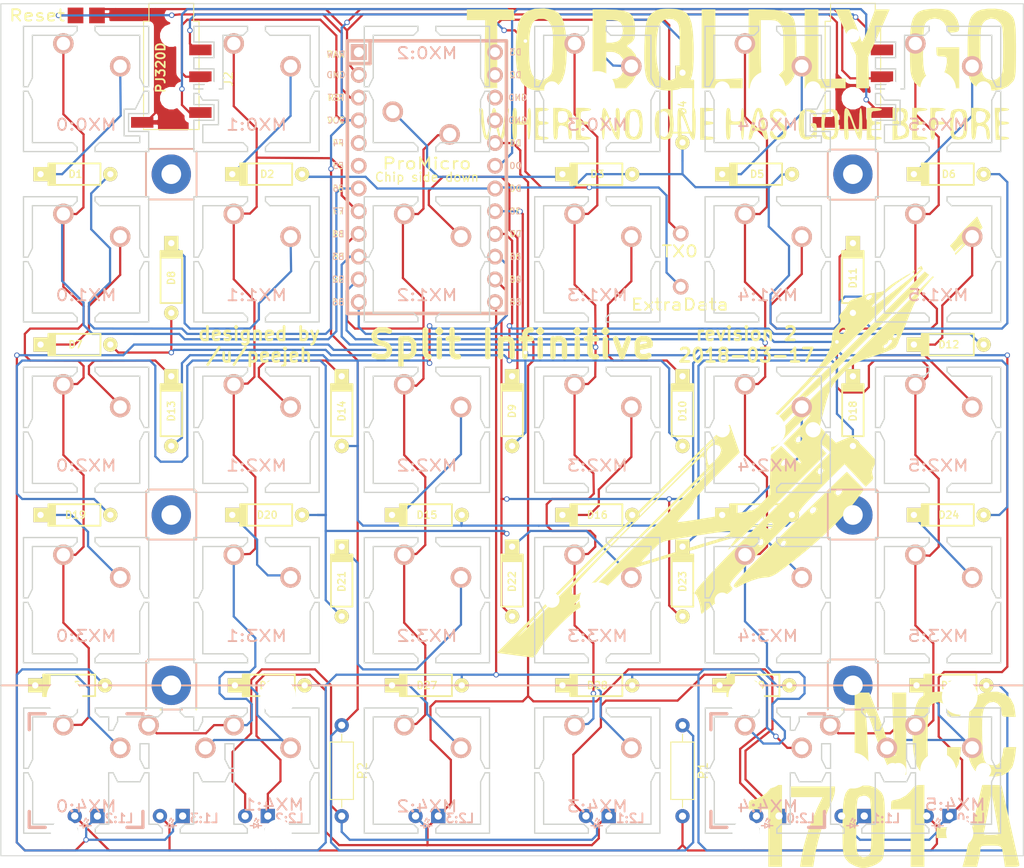
<source format=kicad_pcb>
(kicad_pcb (version 4) (host pcbnew 4.0.7-e2-6376~58~ubuntu16.04.1)
  (title_block (title "Split Infinitive") (date 2018-02-04) (rev 1))
  (layers (0 F.Cu signal) (31 B.Cu signal) (34 B.Paste user) (35 F.Paste user) (36 B.SilkS user) (37 F.SilkS user) (38 B.Mask user) (39 F.Mask user) (44 Edge.Cuts user))
  (net 0 "")
  (net 1 /Row0)
  (net 2 "Net-(D1-Pad1)")
  (net 3 "Net-(D2-Pad1)")
  (net 4 "Net-(D3-Pad1)")
  (net 5 "Net-(D4-Pad1)")
  (net 6 "Net-(D5-Pad1)")
  (net 7 /Row1)
  (net 8 "Net-(D7-Pad1)")
  (net 9 "Net-(D8-Pad1)")
  (net 10 "Net-(D9-Pad1)")
  (net 11 "Net-(D10-Pad1)")
  (net 12 "Net-(D11-Pad1)")
  (net 13 /Row2)
  (net 14 "Net-(D13-Pad1)")
  (net 15 "Net-(D14-Pad1)")
  (net 16 "Net-(D15-Pad1)")
  (net 17 "Net-(D16-Pad1)")
  (net 18 "Net-(D17-Pad1)")
  (net 19 /Row3)
  (net 20 "Net-(D19-Pad1)")
  (net 21 "Net-(D20-Pad1)")
  (net 22 "Net-(D21-Pad1)")
  (net 23 "Net-(D22-Pad1)")
  (net 24 "Net-(D23-Pad1)")
  (net 25 GND)
  (net 26 VCC)
  (net 27 "Net-(J1-Pad1)")
  (net 28 /Col0)
  (net 29 /Col1)
  (net 30 /Col2)
  (net 31 /Col3)
  (net 32 /Col4)
  (net 33 "Net-(RESET1-Pad1)")
  (net 34 "Net-(TX0-Pad1)")
  (net 35 "Net-(U1-Pad5)")
  (net 36 "Net-(D6-Pad1)")
  (net 37 "Net-(D12-Pad1)")
  (net 38 "Net-(D18-Pad1)")
  (net 39 "Net-(D24-Pad1)")
  (net 40 /Col5)
  (net 41 "Net-(U1-Pad1)")
  (net 42 "Net-(U1-Pad6)")
  (net 43 "Net-(U1-Pad16)")
  (net 44 "Net-(U1-Pad15)")
  (net 45 "Net-(U1-Pad14)")
  (net 46 "Net-(D25-Pad1)")
  (net 47 /Row4)
  (net 48 "Net-(D26-Pad1)")
  (net 49 "Net-(D27-Pad1)")
  (net 50 "Net-(D28-Pad1)")
  (net 51 "Net-(D29-Pad1)")
  (net 52 "Net-(D30-Pad1)")
  (net 53 "Net-(EXTRADATA1-Pad1)")
  (net 54 "Net-(L1:0-Pad2)")
  (net 55 "Net-(L2:0-Pad2)")
  (net 56 /LED1)
  (net 57 /LED2)
  (module idle-hands:MX (layer B.Cu) (at 116.681748 150.01939 180)
    (fp_text reference MX4:0 (at 0 -4 180) (layer B.SilkS) (effects (font (size 1.27 1.524) (thickness 0.2032)) (justify mirror)))
    (fp_text value MX4:11 hide)
    (pad 1 thru_hole circle (at 2.54 5.08 180) (size 2.286 2.286) (drill 1.4986) (layers *.Cu *.SilkS *.Mask) (net 28 /Col0))
    (pad 2 thru_hole circle (at -3.81 2.54 180) (size 2.286 2.286) (drill 1.4986) (layers *.Cu *.SilkS *.Mask) (net 46 "Net-(D25-Pad1)"))
    (pad HOLE np_thru_hole circle (at 0 0 180) (size 3.9878 3.9878) (drill 3.9878) (layers *.Cu))
    (pad "" np_thru_hole circle (at -5.08 0 180) (size 1.7018 1.7018) (drill 1.7018) (layers *.Cu *.Mask))
    (pad "" np_thru_hole circle (at 5.08 0 180) (size 1.7018 1.7018) (drill 1.7018) (layers *.Cu *.Mask))
  )
  (module idle-hands:MX (layer B.Cu) (at 192.882073 150.01939 180)
    (fp_text reference MX4:4 (at 0 -4 180) (layer B.SilkS) (effects (font (size 1.27 1.524) (thickness 0.2032)) (justify mirror)))
    (fp_text value MX4:7 hide)
    (pad 1 thru_hole circle (at 2.54 5.08 180) (size 2.286 2.286) (drill 1.4986) (layers *.Cu *.SilkS *.Mask) (net 32 /Col4))
    (pad 2 thru_hole circle (at -3.81 2.54 180) (size 2.286 2.286) (drill 1.4986) (layers *.Cu *.SilkS *.Mask) (net 51 "Net-(D29-Pad1)"))
    (pad HOLE np_thru_hole circle (at 0 0 180) (size 3.9878 3.9878) (drill 3.9878) (layers *.Cu))
    (pad "" np_thru_hole circle (at -5.08 0 180) (size 1.7018 1.7018) (drill 1.7018) (layers *.Cu *.Mask))
    (pad "" np_thru_hole circle (at 5.08 0 180) (size 1.7018 1.7018) (drill 1.7018) (layers *.Cu *.Mask))
  )
  (module canadian_footprints:SIngle_Pad (layer F.Cu) (at 183.059375 97.929324)
    (fp_text reference EXTRADATA1 hide)
    (fp_text value ExtraData (at 0 0) (layer F.SilkS) (effects (font (size 1.27 1.524) (thickness 0.2032))))
    (pad 1 thru_hole circle (at 0.1 -2 270) (size 1.7526 1.7526) (drill 1.0922) (layers *.Cu *.SilkS *.Mask) (net 53 "Net-(EXTRADATA1-Pad1)"))
  )
  (module canadian_footprints:SIngle_Pad (layer F.Cu) (at 183.059375 91.976174)
    (fp_text reference TX0 hide)
    (fp_text value TX0 (at 0 0) (layer F.SilkS) (effects (font (size 1.27 1.524) (thickness 0.2032))))
    (pad 1 thru_hole circle (at 0.1 -2 270) (size 1.7526 1.7526) (drill 1.0922) (layers *.Cu *.SilkS *.Mask) (net 34 "Net-(TX0-Pad1)"))
  )
  (module idle-hands:Pro_Micro (layer F.Cu) (at 154.78191 82.153476)
    (fp_text reference U1)
    (fp_text value ProMicro (at 0 0) (layer F.SilkS) (effects (font (size 1.27 1.524) (thickness 0.2))))
    (fp_text user "Chip side down" (at 0 1.524) (layer F.SilkS))
    (fp_text user RAW (at -10.16 -12.192) (layer B.SilkS) (effects (font (size 0.7 0.7) (thickness 0.1)) (justify mirror)))
    (fp_text user GND (at -10.16 -9.906) (layer B.SilkS) (effects (font (size 0.7 0.7) (thickness 0.1)) (justify mirror)))
    (fp_text user RST (at -10.16 -7.366) (layer B.SilkS) (effects (font (size 0.7 0.7) (thickness 0.1)) (justify mirror)))
    (fp_text user VCC (at -10.16 -4.826) (layer B.SilkS) (effects (font (size 0.7 0.7) (thickness 0.1)) (justify mirror)))
    (fp_text user F4 (at -9.906 -2.286) (layer B.SilkS) (effects (font (size 0.7 0.7) (thickness 0.1)) (justify mirror)))
    (fp_text user F5 (at -9.906 0.254) (layer B.SilkS) (effects (font (size 0.7 0.7) (thickness 0.1)) (justify mirror)))
    (fp_text user F7 (at -9.906 5.334) (layer B.SilkS) (effects (font (size 0.7 0.7) (thickness 0.1)) (justify mirror)))
    (fp_text user F6 (at -9.906 2.794) (layer B.SilkS) (effects (font (size 0.7 0.7) (thickness 0.1)) (justify mirror)))
    (fp_text user B1 (at -9.906 7.874) (layer B.SilkS) (effects (font (size 0.7 0.7) (thickness 0.1)) (justify mirror)))
    (fp_text user B3 (at -9.906 10.414) (layer B.SilkS) (effects (font (size 0.7 0.7) (thickness 0.1)) (justify mirror)))
    (fp_text user B2 (at -9.906 12.954) (layer B.SilkS) (effects (font (size 0.7 0.7) (thickness 0.1)) (justify mirror)))
    (fp_text user B6 (at -9.906 15.494) (layer B.SilkS) (effects (font (size 0.7 0.7) (thickness 0.1)) (justify mirror)))
    (fp_text user D3 (at 9.906 -12.446) (layer B.SilkS) (effects (font (size 0.7 0.7) (thickness 0.1)) (justify mirror)))
    (fp_text user D2 (at 9.906 -9.906) (layer B.SilkS) (effects (font (size 0.7 0.7) (thickness 0.1)) (justify mirror)))
    (fp_text user GND (at 10.16 -7.366) (layer B.SilkS) (effects (font (size 0.7 0.7) (thickness 0.1)) (justify mirror)))
    (fp_text user GND (at 10.16 -4.826) (layer B.SilkS) (effects (font (size 0.7 0.7) (thickness 0.1)) (justify mirror)))
    (fp_text user D1 (at 9.906 -2.286) (layer B.SilkS) (effects (font (size 0.7 0.7) (thickness 0.1)) (justify mirror)))
    (fp_text user D0 (at 9.906 0.254) (layer B.SilkS) (effects (font (size 0.7 0.7) (thickness 0.1)) (justify mirror)))
    (fp_text user D4 (at 9.906 2.794) (layer B.SilkS) (effects (font (size 0.7 0.7) (thickness 0.1)) (justify mirror)))
    (fp_text user C6 (at 9.906 5.334) (layer B.SilkS) (effects (font (size 0.7 0.7) (thickness 0.1)) (justify mirror)))
    (fp_text user D7 (at 9.906 7.874) (layer B.SilkS) (effects (font (size 0.7 0.7) (thickness 0.1)) (justify mirror)))
    (fp_text user E6 (at 9.906 10.414) (layer B.SilkS) (effects (font (size 0.7 0.7) (thickness 0.1)) (justify mirror)))
    (fp_text user B4 (at 9.906 12.954) (layer B.SilkS) (effects (font (size 0.7 0.7) (thickness 0.1)) (justify mirror)))
    (fp_text user B5 (at 9.906 15.494) (layer B.SilkS) (effects (font (size 0.7 0.7) (thickness 0.1)) (justify mirror)))
    (fp_text user B5 (at 9.906 15.494) (layer F.SilkS) (effects (font (size 0.7 0.7) (thickness 0.1))))
    (fp_text user B4 (at 9.906 12.954) (layer F.SilkS) (effects (font (size 0.7 0.7) (thickness 0.1))))
    (fp_text user E6 (at 9.906 10.414) (layer F.SilkS) (effects (font (size 0.7 0.7) (thickness 0.1))))
    (fp_text user D7 (at 9.906 7.874) (layer F.SilkS) (effects (font (size 0.7 0.7) (thickness 0.1))))
    (fp_text user C6 (at 9.906 5.334) (layer F.SilkS) (effects (font (size 0.7 0.7) (thickness 0.1))))
    (fp_text user D4 (at 9.906 2.794) (layer F.SilkS) (effects (font (size 0.7 0.7) (thickness 0.1))))
    (fp_text user D0 (at 9.906 0.254) (layer F.SilkS) (effects (font (size 0.7 0.7) (thickness 0.1))))
    (fp_text user D1 (at 9.906 -2.286) (layer F.SilkS) (effects (font (size 0.7 0.7) (thickness 0.1))))
    (fp_text user GND (at 10.16 -4.826) (layer F.SilkS) (effects (font (size 0.7 0.7) (thickness 0.1))))
    (fp_text user GND (at 10.16 -7.366) (layer F.SilkS) (effects (font (size 0.7 0.7) (thickness 0.1))))
    (fp_text user D2 (at 9.906 -9.906) (layer F.SilkS) (effects (font (size 0.7 0.7) (thickness 0.1))))
    (fp_text user D3 (at 9.906 -12.446) (layer F.SilkS) (effects (font (size 0.7 0.7) (thickness 0.1))))
    (fp_text user B6 (at -9.906 15.494) (layer F.SilkS) (effects (font (size 0.7 0.7) (thickness 0.1))))
    (fp_text user B2 (at -9.906 12.954) (layer F.SilkS) (effects (font (size 0.7 0.7) (thickness 0.1))))
    (fp_text user B3 (at -9.906 10.414) (layer F.SilkS) (effects (font (size 0.7 0.7) (thickness 0.1))))
    (fp_text user B1 (at -9.906 7.874) (layer F.SilkS) (effects (font (size 0.7 0.7) (thickness 0.1))))
    (fp_text user F6 (at -9.906 2.794) (layer F.SilkS) (effects (font (size 0.7 0.7) (thickness 0.1))))
    (fp_text user F7 (at -9.906 5.334) (layer F.SilkS) (effects (font (size 0.7 0.7) (thickness 0.1))))
    (fp_text user F5 (at -9.906 0.254) (layer F.SilkS) (effects (font (size 0.7 0.7) (thickness 0.1))))
    (fp_text user F4 (at -9.906 -2.286) (layer F.SilkS) (effects (font (size 0.7 0.7) (thickness 0.1))))
    (fp_text user VCC (at -10.16 -4.826) (layer F.SilkS) (effects (font (size 0.7 0.7) (thickness 0.1))))
    (fp_text user RST (at -10.16 -7.366) (layer F.SilkS) (effects (font (size 0.7 0.7) (thickness 0.1))))
    (fp_text user GND (at -10.16 -9.906) (layer F.SilkS) (effects (font (size 0.7 0.7) (thickness 0.1))))
    (fp_text user RAW (at -10.16 -12.192) (layer F.SilkS) (effects (font (size 0.7 0.7) (thickness 0.1))))
    (pad 1 thru_hole rect (at -7.62 -12.446 270) (size 1.7526 1.7526) (drill 1.0922) (layers *.Cu *.SilkS *.Mask) (net 41 "Net-(U1-Pad1)"))
    (pad 2 thru_hole circle (at -7.62 -9.906 270) (size 1.7526 1.7526) (drill 1.0922) (layers *.Cu *.SilkS *.Mask) (net 25 GND))
    (pad 3 thru_hole circle (at -7.62 -7.366 270) (size 1.7526 1.7526) (drill 1.0922) (layers *.Cu *.SilkS *.Mask) (net 33 "Net-(RESET1-Pad1)"))
    (pad 4 thru_hole circle (at -7.62 -4.826 270) (size 1.7526 1.7526) (drill 1.0922) (layers *.Cu *.SilkS *.Mask) (net 26 VCC))
    (pad 5 thru_hole circle (at -7.62 -2.286 270) (size 1.7526 1.7526) (drill 1.0922) (layers *.Cu *.SilkS *.Mask) (net 35 "Net-(U1-Pad5)"))
    (pad 6 thru_hole circle (at -7.62 0.254 270) (size 1.7526 1.7526) (drill 1.0922) (layers *.Cu *.SilkS *.Mask) (net 42 "Net-(U1-Pad6)"))
    (pad 7 thru_hole circle (at -7.62 2.794 270) (size 1.7526 1.7526) (drill 1.0922) (layers *.Cu *.SilkS *.Mask) (net 28 /Col0))
    (pad 8 thru_hole circle (at -7.62 5.334 270) (size 1.7526 1.7526) (drill 1.0922) (layers *.Cu *.SilkS *.Mask) (net 29 /Col1))
    (pad 9 thru_hole circle (at -7.62 7.874 270) (size 1.7526 1.7526) (drill 1.0922) (layers *.Cu *.SilkS *.Mask) (net 30 /Col2))
    (pad 10 thru_hole circle (at -7.62 10.414 270) (size 1.7526 1.7526) (drill 1.0922) (layers *.Cu *.SilkS *.Mask) (net 31 /Col3))
    (pad 11 thru_hole circle (at -7.62 12.954 270) (size 1.7526 1.7526) (drill 1.0922) (layers *.Cu *.SilkS *.Mask) (net 32 /Col4))
    (pad 12 thru_hole circle (at -7.62 15.494 270) (size 1.7526 1.7526) (drill 1.0922) (layers *.Cu *.SilkS *.Mask) (net 40 /Col5))
    (pad 24 thru_hole circle (at 7.62 15.494 270) (size 1.7526 1.7526) (drill 1.0922) (layers *.Cu *.SilkS *.Mask) (net 47 /Row4))
    (pad 23 thru_hole circle (at 7.62 12.954 270) (size 1.7526 1.7526) (drill 1.0922) (layers *.Cu *.SilkS *.Mask) (net 19 /Row3))
    (pad 22 thru_hole circle (at 7.62 10.414 270) (size 1.7526 1.7526) (drill 1.0922) (layers *.Cu *.SilkS *.Mask) (net 13 /Row2))
    (pad 21 thru_hole circle (at 7.62 7.874 270) (size 1.7526 1.7526) (drill 1.0922) (layers *.Cu *.SilkS *.Mask) (net 7 /Row1))
    (pad 20 thru_hole circle (at 7.62 5.334 270) (size 1.7526 1.7526) (drill 1.0922) (layers *.Cu *.SilkS *.Mask) (net 56 /LED1))
    (pad 19 thru_hole circle (at 7.62 2.794 270) (size 1.7526 1.7526) (drill 1.0922) (layers *.Cu *.SilkS *.Mask) (net 1 /Row0))
    (pad 18 thru_hole circle (at 7.62 0.254 270) (size 1.7526 1.7526) (drill 1.0922) (layers *.Cu *.SilkS *.Mask) (net 27 "Net-(J1-Pad1)"))
    (pad 17 thru_hole circle (at 7.62 -2.286 270) (size 1.7526 1.7526) (drill 1.0922) (layers *.Cu *.SilkS *.Mask) (net 57 /LED2))
    (pad 16 thru_hole circle (at 7.62 -4.826 270) (size 1.7526 1.7526) (drill 1.0922) (layers *.Cu *.SilkS *.Mask) (net 43 "Net-(U1-Pad16)"))
    (pad 15 thru_hole circle (at 7.62 -7.366 270) (size 1.7526 1.7526) (drill 1.0922) (layers *.Cu *.SilkS *.Mask) (net 44 "Net-(U1-Pad15)"))
    (pad 14 thru_hole circle (at 7.62 -9.906 270) (size 1.7526 1.7526) (drill 1.0922) (layers *.Cu *.SilkS *.Mask) (net 45 "Net-(U1-Pad14)"))
    (pad 13 thru_hole circle (at 7.62 -12.446 270) (size 1.7526 1.7526) (drill 1.0922) (layers *.Cu *.SilkS *.Mask) (net 34 "Net-(TX0-Pad1)"))
  )
  (module idle-hands:boldy1 (layer F.Cu) (at 189.905498 112.514543)
    (fp_text reference G*** hide)
    (fp_text value LOGO hide)
  )
  (module Mounting_Holes:MountingHole_2.2mm_M2_Pad (layer F.Cu) (at 126.20625 83.34375)
    (fp_text reference Hole hide)
    (fp_text value MountingHole hide)
    (pad 1 thru_hole circle (at 0 0) (size 4.4 4.4) (drill 2.2) (layers *.Cu *.Mask))
  )
  (module Mounting_Holes:MountingHole_2.2mm_M2_Pad (layer F.Cu) (at 126.206788 140.494349)
    (fp_text reference Hole hide)
    (fp_text value MountingHole hide)
    (pad 1 thru_hole circle (at 0 0) (size 4.4 4.4) (drill 2.2) (layers *.Cu *.Mask))
  )
  (module Mounting_Holes:MountingHole_2.2mm_M2_Pad (layer F.Cu) (at 202.407114 140.494349)
    (fp_text reference Hole hide)
    (fp_text value MountingHole hide)
    (pad 1 thru_hole circle (at 0 0) (size 4.4 4.4) (drill 2.2) (layers *.Cu *.Mask))
  )
  (module Mounting_Holes:MountingHole_2.2mm_M2_Pad (layer F.Cu) (at 202.40625 83.34375)
    (fp_text reference Hole hide)
    (fp_text value MountingHole hide)
    (pad 1 thru_hole circle (at 0 0) (size 4.4 4.4) (drill 2.2) (layers *.Cu *.Mask))
  )
  (module Mounting_Holes:MountingHole_2.2mm_M2_Pad (layer F.Cu) (at 126.206788 121.444268)
    (fp_text reference Hole hide)
    (fp_text value MountingHole hide)
    (pad 1 thru_hole circle (at 0 0) (size 4.4 4.4) (drill 2.2) (layers *.Cu *.Mask))
  )
  (module Mounting_Holes:MountingHole_2.2mm_M2_Pad (layer F.Cu) (at 202.407114 121.444267)
    (fp_text reference Hole hide)
    (fp_text value MountingHole hide)
    (pad 1 thru_hole circle (at 0 0) (size 4.4 4.4) (drill 2.2) (layers *.Cu *.Mask))
  )
  (module idle-hands:DIODE (layer F.Cu) (at 115.490625 121.44375)
    (fp_text reference D19 (at 0 0) (layer F.SilkS) (effects (font (size 0.8 0.8))))
    (fp_text value DIODE hide)
    (pad 1 thru_hole rect (at -3.9 0) (size 1.6 1.6) (drill 0.7) (layers *.Cu *.Mask F.SilkS) (net 20 "Net-(D19-Pad1)"))
    (pad 2 thru_hole circle (at 3.9 0) (size 1.6 1.6) (drill 0.7) (layers *.Cu *.Mask F.SilkS) (net 19 /Row3))
  )
  (module idle-hands:DIODE (layer F.Cu) (at 115.490625 83.34375)
    (fp_text reference D1 (at 0 0) (layer F.SilkS) (effects (font (size 0.8 0.8))))
    (fp_text value DIODE hide)
    (pad 1 thru_hole rect (at -3.9 0) (size 1.6 1.6) (drill 0.7) (layers *.Cu *.Mask F.SilkS) (net 2 "Net-(D1-Pad1)"))
    (pad 2 thru_hole circle (at 3.9 0) (size 1.6 1.6) (drill 0.7) (layers *.Cu *.Mask F.SilkS) (net 1 /Row0))
  )
  (module idle-hands:DIODE (layer F.Cu) (at 136.921875 83.34375)
    (fp_text reference D2 (at 0 0) (layer F.SilkS) (effects (font (size 0.8 0.8))))
    (fp_text value DIODE hide)
    (pad 1 thru_hole rect (at -3.9 0) (size 1.6 1.6) (drill 0.7) (layers *.Cu *.Mask F.SilkS) (net 3 "Net-(D2-Pad1)"))
    (pad 2 thru_hole circle (at 3.9 0) (size 1.6 1.6) (drill 0.7) (layers *.Cu *.Mask F.SilkS) (net 1 /Row0))
  )
  (module idle-hands:DIODE (layer F.Cu) (at 173.83125 83.34375)
    (fp_text reference D3 (at 0 0) (layer F.SilkS) (effects (font (size 0.8 0.8))))
    (fp_text value DIODE hide)
    (pad 1 thru_hole rect (at -3.9 0) (size 1.6 1.6) (drill 0.7) (layers *.Cu *.Mask F.SilkS) (net 4 "Net-(D3-Pad1)"))
    (pad 2 thru_hole circle (at 3.9 0) (size 1.6 1.6) (drill 0.7) (layers *.Cu *.Mask F.SilkS) (net 1 /Row0))
  )
  (module idle-hands:DIODE (layer F.Cu) (at 183.357032 75.902668 270)
    (fp_text reference D4 (at 0 0 270) (layer F.SilkS) (effects (font (size 0.8 0.8))))
    (fp_text value DIODE hide)
    (pad 1 thru_hole rect (at -3.9 0 270) (size 1.6 1.6) (drill 0.7) (layers *.Cu *.Mask F.SilkS) (net 5 "Net-(D4-Pad1)"))
    (pad 2 thru_hole circle (at 3.9 0 270) (size 1.6 1.6) (drill 0.7) (layers *.Cu *.Mask F.SilkS) (net 1 /Row0))
  )
  (module idle-hands:DIODE (layer F.Cu) (at 191.690625 83.34375)
    (fp_text reference D5 (at 0 0) (layer F.SilkS) (effects (font (size 0.8 0.8))))
    (fp_text value DIODE hide)
    (pad 1 thru_hole rect (at -3.9 0) (size 1.6 1.6) (drill 0.7) (layers *.Cu *.Mask F.SilkS) (net 6 "Net-(D5-Pad1)"))
    (pad 2 thru_hole circle (at 3.9 0) (size 1.6 1.6) (drill 0.7) (layers *.Cu *.Mask F.SilkS) (net 1 /Row0))
  )
  (module idle-hands:DIODE (layer F.Cu) (at 213.121875 83.34375)
    (fp_text reference D6 (at 0 0) (layer F.SilkS) (effects (font (size 0.8 0.8))))
    (fp_text value DIODE hide)
    (pad 1 thru_hole rect (at -3.9 0) (size 1.6 1.6) (drill 0.7) (layers *.Cu *.Mask F.SilkS) (net 36 "Net-(D6-Pad1)"))
    (pad 2 thru_hole circle (at 3.9 0) (size 1.6 1.6) (drill 0.7) (layers *.Cu *.Mask F.SilkS) (net 1 /Row0))
  )
  (module idle-hands:DIODE (layer F.Cu) (at 115.490625 102.39375)
    (fp_text reference D7 (at 0 0) (layer F.SilkS) (effects (font (size 0.8 0.8))))
    (fp_text value DIODE hide)
    (pad 1 thru_hole rect (at -3.9 0) (size 1.6 1.6) (drill 0.7) (layers *.Cu *.Mask F.SilkS) (net 8 "Net-(D7-Pad1)"))
    (pad 2 thru_hole circle (at 3.9 0) (size 1.6 1.6) (drill 0.7) (layers *.Cu *.Mask F.SilkS) (net 7 /Row1))
  )
  (module idle-hands:DIODE (layer F.Cu) (at 126.206788 94.952749 270)
    (fp_text reference D8 (at 0 0 270) (layer F.SilkS) (effects (font (size 0.8 0.8))))
    (fp_text value DIODE hide)
    (pad 1 thru_hole rect (at -3.9 0 270) (size 1.6 1.6) (drill 0.7) (layers *.Cu *.Mask F.SilkS) (net 9 "Net-(D8-Pad1)"))
    (pad 2 thru_hole circle (at 3.9 0 270) (size 1.6 1.6) (drill 0.7) (layers *.Cu *.Mask F.SilkS) (net 7 /Row1))
  )
  (module idle-hands:DIODE (layer F.Cu) (at 164.306951 109.835625 270)
    (fp_text reference D9 (at 0 0 270) (layer F.SilkS) (effects (font (size 0.8 0.8))))
    (fp_text value DIODE hide)
    (pad 1 thru_hole rect (at -3.9 0 270) (size 1.6 1.6) (drill 0.7) (layers *.Cu *.Mask F.SilkS) (net 10 "Net-(D9-Pad1)"))
    (pad 2 thru_hole circle (at 3.9 0 270) (size 1.6 1.6) (drill 0.7) (layers *.Cu *.Mask F.SilkS) (net 7 /Row1))
  )
  (module idle-hands:DIODE (layer F.Cu) (at 183.357032 109.835625 270)
    (fp_text reference D10 (at 0 0 270) (layer F.SilkS) (effects (font (size 0.8 0.8))))
    (fp_text value DIODE hide)
    (pad 1 thru_hole rect (at -3.9 0 270) (size 1.6 1.6) (drill 0.7) (layers *.Cu *.Mask F.SilkS) (net 11 "Net-(D10-Pad1)"))
    (pad 2 thru_hole circle (at 3.9 0 270) (size 1.6 1.6) (drill 0.7) (layers *.Cu *.Mask F.SilkS) (net 7 /Row1))
  )
  (module idle-hands:DIODE (layer F.Cu) (at 202.407114 94.952749 270)
    (fp_text reference D11 (at 0 0 270) (layer F.SilkS) (effects (font (size 0.8 0.8))))
    (fp_text value DIODE hide)
    (pad 1 thru_hole rect (at -3.9 0 270) (size 1.6 1.6) (drill 0.7) (layers *.Cu *.Mask F.SilkS) (net 12 "Net-(D11-Pad1)"))
    (pad 2 thru_hole circle (at 3.9 0 270) (size 1.6 1.6) (drill 0.7) (layers *.Cu *.Mask F.SilkS) (net 7 /Row1))
  )
  (module idle-hands:DIODE (layer F.Cu) (at 213.122784 102.394187)
    (fp_text reference D12 (at 0 0) (layer F.SilkS) (effects (font (size 0.8 0.8))))
    (fp_text value DIODE hide)
    (pad 1 thru_hole rect (at -3.9 0) (size 1.6 1.6) (drill 0.7) (layers *.Cu *.Mask F.SilkS) (net 37 "Net-(D12-Pad1)"))
    (pad 2 thru_hole circle (at 3.9 0) (size 1.6 1.6) (drill 0.7) (layers *.Cu *.Mask F.SilkS) (net 7 /Row1))
  )
  (module idle-hands:DIODE (layer F.Cu) (at 126.206788 109.835625 270)
    (fp_text reference D13 (at 0 0 270) (layer F.SilkS) (effects (font (size 0.8 0.8))))
    (fp_text value DIODE hide)
    (pad 1 thru_hole rect (at -3.9 0 270) (size 1.6 1.6) (drill 0.7) (layers *.Cu *.Mask F.SilkS) (net 14 "Net-(D13-Pad1)"))
    (pad 2 thru_hole circle (at 3.9 0 270) (size 1.6 1.6) (drill 0.7) (layers *.Cu *.Mask F.SilkS) (net 13 /Row2))
  )
  (module idle-hands:DIODE (layer F.Cu) (at 145.25687 109.835625 270)
    (fp_text reference D14 (at 0 0 270) (layer F.SilkS) (effects (font (size 0.8 0.8))))
    (fp_text value DIODE hide)
    (pad 1 thru_hole rect (at -3.9 0 270) (size 1.6 1.6) (drill 0.7) (layers *.Cu *.Mask F.SilkS) (net 15 "Net-(D14-Pad1)"))
    (pad 2 thru_hole circle (at 3.9 0 270) (size 1.6 1.6) (drill 0.7) (layers *.Cu *.Mask F.SilkS) (net 13 /Row2))
  )
  (module idle-hands:DIODE (layer F.Cu) (at 154.78125 121.44375)
    (fp_text reference D15 (at 0 0) (layer F.SilkS) (effects (font (size 0.8 0.8))))
    (fp_text value DIODE hide)
    (pad 1 thru_hole rect (at -3.9 0) (size 1.6 1.6) (drill 0.7) (layers *.Cu *.Mask F.SilkS) (net 16 "Net-(D15-Pad1)"))
    (pad 2 thru_hole circle (at 3.9 0) (size 1.6 1.6) (drill 0.7) (layers *.Cu *.Mask F.SilkS) (net 13 /Row2))
  )
  (module idle-hands:DIODE (layer F.Cu) (at 173.83125 121.44375)
    (fp_text reference D16 (at 0 0) (layer F.SilkS) (effects (font (size 0.8 0.8))))
    (fp_text value DIODE hide)
    (pad 1 thru_hole rect (at -3.9 0) (size 1.6 1.6) (drill 0.7) (layers *.Cu *.Mask F.SilkS) (net 17 "Net-(D16-Pad1)"))
    (pad 2 thru_hole circle (at 3.9 0) (size 1.6 1.6) (drill 0.7) (layers *.Cu *.Mask F.SilkS) (net 13 /Row2))
  )
  (module idle-hands:DIODE (layer F.Cu) (at 191.690625 121.44375)
    (fp_text reference D17 (at 0 0) (layer F.SilkS) (effects (font (size 0.8 0.8))))
    (fp_text value DIODE hide)
    (pad 1 thru_hole rect (at -3.9 0) (size 1.6 1.6) (drill 0.7) (layers *.Cu *.Mask F.SilkS) (net 18 "Net-(D17-Pad1)"))
    (pad 2 thru_hole circle (at 3.9 0) (size 1.6 1.6) (drill 0.7) (layers *.Cu *.Mask F.SilkS) (net 13 /Row2))
  )
  (module idle-hands:DIODE (layer F.Cu) (at 202.407114 109.835625 270)
    (fp_text reference D18 (at 0 0 270) (layer F.SilkS) (effects (font (size 0.8 0.8))))
    (fp_text value DIODE hide)
    (pad 1 thru_hole rect (at -3.9 0 270) (size 1.6 1.6) (drill 0.7) (layers *.Cu *.Mask F.SilkS) (net 38 "Net-(D18-Pad1)"))
    (pad 2 thru_hole circle (at 3.9 0 270) (size 1.6 1.6) (drill 0.7) (layers *.Cu *.Mask F.SilkS) (net 13 /Row2))
  )
  (module idle-hands:DIODE (layer F.Cu) (at 136.922459 121.444268)
    (fp_text reference D20 (at 0 0) (layer F.SilkS) (effects (font (size 0.8 0.8))))
    (fp_text value DIODE hide)
    (pad 1 thru_hole rect (at -3.9 0) (size 1.6 1.6) (drill 0.7) (layers *.Cu *.Mask F.SilkS) (net 21 "Net-(D20-Pad1)"))
    (pad 2 thru_hole circle (at 3.9 0) (size 1.6 1.6) (drill 0.7) (layers *.Cu *.Mask F.SilkS) (net 19 /Row3))
  )
  (module idle-hands:DIODE (layer F.Cu) (at 145.25687 128.885706 270)
    (fp_text reference D21 (at 0 0 270) (layer F.SilkS) (effects (font (size 0.8 0.8))))
    (fp_text value DIODE hide)
    (pad 1 thru_hole rect (at -3.9 0 270) (size 1.6 1.6) (drill 0.7) (layers *.Cu *.Mask F.SilkS) (net 22 "Net-(D21-Pad1)"))
    (pad 2 thru_hole circle (at 3.9 0 270) (size 1.6 1.6) (drill 0.7) (layers *.Cu *.Mask F.SilkS) (net 19 /Row3))
  )
  (module idle-hands:DIODE (layer F.Cu) (at 164.306951 128.885706 270)
    (fp_text reference D22 (at 0 0 270) (layer F.SilkS) (effects (font (size 0.8 0.8))))
    (fp_text value DIODE hide)
    (pad 1 thru_hole rect (at -3.9 0 270) (size 1.6 1.6) (drill 0.7) (layers *.Cu *.Mask F.SilkS) (net 23 "Net-(D22-Pad1)"))
    (pad 2 thru_hole circle (at 3.9 0 270) (size 1.6 1.6) (drill 0.7) (layers *.Cu *.Mask F.SilkS) (net 19 /Row3))
  )
  (module idle-hands:DIODE (layer F.Cu) (at 183.357032 128.885706 270)
    (fp_text reference D23 (at 0 0 270) (layer F.SilkS) (effects (font (size 0.8 0.8))))
    (fp_text value DIODE hide)
    (pad 1 thru_hole rect (at -3.9 0 270) (size 1.6 1.6) (drill 0.7) (layers *.Cu *.Mask F.SilkS) (net 24 "Net-(D23-Pad1)"))
    (pad 2 thru_hole circle (at 3.9 0 270) (size 1.6 1.6) (drill 0.7) (layers *.Cu *.Mask F.SilkS) (net 19 /Row3))
  )
  (module idle-hands:DIODE (layer F.Cu) (at 213.122784 121.444268)
    (fp_text reference D24 (at 0 0) (layer F.SilkS) (effects (font (size 0.8 0.8))))
    (fp_text value DIODE hide)
    (pad 1 thru_hole rect (at -3.9 0) (size 1.6 1.6) (drill 0.7) (layers *.Cu *.Mask F.SilkS) (net 39 "Net-(D24-Pad1)"))
    (pad 2 thru_hole circle (at 3.9 0) (size 1.6 1.6) (drill 0.7) (layers *.Cu *.Mask F.SilkS) (net 19 /Row3))
  )
  (module idle-hands:DIODE (layer F.Cu) (at 114.895803 140.494349)
    (fp_text reference D25 (at 0 0) (layer F.SilkS) (effects (font (size 0.8 0.8))))
    (fp_text value DIODE hide)
    (pad 1 thru_hole rect (at -3.9 0) (size 1.6 1.6) (drill 0.7) (layers *.Cu *.Mask F.SilkS) (net 46 "Net-(D25-Pad1)"))
    (pad 2 thru_hole circle (at 3.9 0) (size 1.6 1.6) (drill 0.7) (layers *.Cu *.Mask F.SilkS) (net 47 /Row4))
  )
  (module idle-hands:DIODE (layer F.Cu) (at 154.78191 140.494349)
    (fp_text reference D27 (at 0 0) (layer F.SilkS) (effects (font (size 0.8 0.8))))
    (fp_text value DIODE hide)
    (pad 1 thru_hole rect (at -3.9 0) (size 1.6 1.6) (drill 0.7) (layers *.Cu *.Mask F.SilkS) (net 49 "Net-(D27-Pad1)"))
    (pad 2 thru_hole circle (at 3.9 0) (size 1.6 1.6) (drill 0.7) (layers *.Cu *.Mask F.SilkS) (net 47 /Row4))
  )
  (module idle-hands:DIODE (layer F.Cu) (at 173.831992 140.494349)
    (fp_text reference D28 (at 0 0) (layer F.SilkS) (effects (font (size 0.8 0.8))))
    (fp_text value DIODE hide)
    (pad 1 thru_hole rect (at -3.9 0) (size 1.6 1.6) (drill 0.7) (layers *.Cu *.Mask F.SilkS) (net 50 "Net-(D28-Pad1)"))
    (pad 2 thru_hole circle (at 3.9 0) (size 1.6 1.6) (drill 0.7) (layers *.Cu *.Mask F.SilkS) (net 47 /Row4))
  )
  (module idle-hands:DIODE (layer F.Cu) (at 191.393785 140.494349)
    (fp_text reference D29 (at 0 0) (layer F.SilkS) (effects (font (size 0.8 0.8))))
    (fp_text value DIODE hide)
    (pad 1 thru_hole rect (at -3.9 0) (size 1.6 1.6) (drill 0.7) (layers *.Cu *.Mask F.SilkS) (net 51 "Net-(D29-Pad1)"))
    (pad 2 thru_hole circle (at 3.9 0) (size 1.6 1.6) (drill 0.7) (layers *.Cu *.Mask F.SilkS) (net 47 /Row4))
  )
  (module idle-hands:DIODE (layer F.Cu) (at 213.420442 140.494349)
    (fp_text reference D30 (at 0 0) (layer F.SilkS) (effects (font (size 0.8 0.8))))
    (fp_text value DIODE hide)
    (pad 1 thru_hole rect (at -3.9 0) (size 1.6 1.6) (drill 0.7) (layers *.Cu *.Mask F.SilkS) (net 52 "Net-(D30-Pad1)"))
    (pad 2 thru_hole circle (at 3.9 0) (size 1.6 1.6) (drill 0.7) (layers *.Cu *.Mask F.SilkS) (net 47 /Row4))
  )
  (module idle-hands:DIODE (layer F.Cu) (at 137.220117 140.494349)
    (fp_text reference D26 (at 0 0) (layer F.SilkS) (effects (font (size 0.8 0.8))))
    (fp_text value DIODE hide)
    (pad 1 thru_hole rect (at -3.9 0) (size 1.6 1.6) (drill 0.7) (layers *.Cu *.Mask F.SilkS) (net 48 "Net-(D26-Pad1)"))
    (pad 2 thru_hole circle (at 3.9 0) (size 1.6 1.6) (drill 0.7) (layers *.Cu *.Mask F.SilkS) (net 47 /Row4))
  )
  (module Connectors:PJ320D_3.5mm_Jack (layer F.Cu) (at 202.407114 72.628435 270)
    (fp_text reference J1 hide)
    (fp_text value TRRS hide)
    (pad 4 smd rect (at 4.925 3.25 270) (size 1.2 2.5) (layers F.Cu F.Paste F.Mask) (net 25 GND))
    (pad 1 smd rect (at 3.825 -3.25 270) (size 1.2 2.5) (layers F.Cu F.Paste F.Mask) (net 27 "Net-(J1-Pad1)"))
    (pad 2 smd rect (at -0.175 -3.25 270) (size 1.2 2.5) (layers F.Cu F.Paste F.Mask) (net 26 VCC))
    (pad 3 smd rect (at -3.175 -3.25 270) (size 1.2 2.5) (layers F.Cu F.Paste F.Mask) (net 53 "Net-(EXTRADATA1-Pad1)"))
    (pad "" np_thru_hole circle (at -4.775 0 270) (size 1.5 1.5) (drill 1.5) (layers *.Cu *.Mask))
    (pad "" np_thru_hole circle (at 2.225 0 270) (size 1.5 1.5) (drill 1.5) (layers *.Cu *.Mask))
  )
  (module Resistors_THT:R_Axial_DIN0207_L6.3mm_D2.5mm_P10.16mm_Horizontal (layer F.Cu) (at 145.25687 144.959212 270)
    (fp_text reference R2 (at 5.08 -2.31 270) (layer F.SilkS))
    (fp_text value R)
    (pad 1 thru_hole circle (at 0 0 270) (size 1.6 1.6) (drill 0.8) (layers *.Cu *.Mask) (net 26 VCC))
    (pad 2 thru_hole oval (at 10.16 0 270) (size 1.6 1.6) (drill 0.8) (layers *.Cu *.Mask) (net 55 "Net-(L2:0-Pad2)"))
  )
  (module Resistors_THT:R_Axial_DIN0207_L6.3mm_D2.5mm_P10.16mm_Horizontal (layer F.Cu) (at 183.357032 144.959212 270)
    (fp_text reference R1 (at 5.08 -2.31 270) (layer F.SilkS))
    (fp_text value R)
    (pad 1 thru_hole circle (at 0 0 270) (size 1.6 1.6) (drill 0.8) (layers *.Cu *.Mask) (net 26 VCC))
    (pad 2 thru_hole oval (at 10.16 0 270) (size 1.6 1.6) (drill 0.8) (layers *.Cu *.Mask) (net 54 "Net-(L1:0-Pad2)"))
  )
  (module idle-hands:MX_LED (layer B.Cu) (at 211.932154 150.01939 180)
    (fp_text reference L1:0 (at -3.683 -5.334 180) (layer B.SilkS) (effects (font (thickness 0.2)) (justify mirror)))
    (fp_text value LED hide)
    (pad 1 thru_hole rect (at -1.27 -5.08 180) (size 1.6002 1.6002) (drill 0.8128) (layers *.Cu *.Mask) (net 56 /LED1))
    (pad 2 thru_hole circle (at 1.27 -5.08 180) (size 1.6002 1.6002) (drill 0.8128) (layers *.Cu *.Mask) (net 54 "Net-(L1:0-Pad2)"))
  )
  (module idle-hands:MX_LED (layer B.Cu) (at 202.407114 150.01939 180)
    (fp_text reference L1:1 (at -3.683 -5.334 180) (layer B.SilkS) (effects (font (thickness 0.2)) (justify mirror)))
    (fp_text value LED hide)
    (pad 1 thru_hole rect (at -1.27 -5.08 180) (size 1.6002 1.6002) (drill 0.8128) (layers *.Cu *.Mask) (net 56 /LED1))
    (pad 2 thru_hole circle (at 1.27 -5.08 180) (size 1.6002 1.6002) (drill 0.8128) (layers *.Cu *.Mask) (net 54 "Net-(L1:0-Pad2)"))
  )
  (module idle-hands:MX_LED (layer B.Cu) (at 192.882073 150.01939 180)
    (fp_text reference L2:0 (at -3.683 -5.334 180) (layer B.SilkS) (effects (font (thickness 0.2)) (justify mirror)))
    (fp_text value LED hide)
    (pad 1 thru_hole rect (at -1.27 -5.08 180) (size 1.6002 1.6002) (drill 0.8128) (layers *.Cu *.Mask) (net 57 /LED2))
    (pad 2 thru_hole circle (at 1.27 -5.08 180) (size 1.6002 1.6002) (drill 0.8128) (layers *.Cu *.Mask) (net 55 "Net-(L2:0-Pad2)"))
  )
  (module idle-hands:MX_LED (layer B.Cu) (at 173.831992 150.01939 180)
    (fp_text reference L2:1 (at -3.683 -5.334 180) (layer B.SilkS) (effects (font (thickness 0.2)) (justify mirror)))
    (fp_text value LED hide)
    (pad 1 thru_hole rect (at -1.27 -5.08 180) (size 1.6002 1.6002) (drill 0.8128) (layers *.Cu *.Mask) (net 57 /LED2))
    (pad 2 thru_hole circle (at 1.27 -5.08 180) (size 1.6002 1.6002) (drill 0.8128) (layers *.Cu *.Mask) (net 55 "Net-(L2:0-Pad2)"))
  )
  (module idle-hands:MX_LED (layer B.Cu) (at 116.681748 150.01939 180)
    (fp_text reference L1:2 (at -3.683 -5.334 180) (layer B.SilkS) (effects (font (thickness 0.2)) (justify mirror)))
    (fp_text value LED hide)
    (pad 1 thru_hole rect (at -1.27 -5.08 180) (size 1.6002 1.6002) (drill 0.8128) (layers *.Cu *.Mask) (net 56 /LED1))
    (pad 2 thru_hole circle (at 1.27 -5.08 180) (size 1.6002 1.6002) (drill 0.8128) (layers *.Cu *.Mask) (net 54 "Net-(L1:0-Pad2)"))
  )
  (module idle-hands:MX_LED (layer B.Cu) (at 126.206788 150.01939 180)
    (fp_text reference L1:3 (at -3.683 -5.334 180) (layer B.SilkS) (effects (font (thickness 0.2)) (justify mirror)))
    (fp_text value LED hide)
    (pad 1 thru_hole rect (at -1.27 -5.08 180) (size 1.6002 1.6002) (drill 0.8128) (layers *.Cu *.Mask) (net 56 /LED1))
    (pad 2 thru_hole circle (at 1.27 -5.08 180) (size 1.6002 1.6002) (drill 0.8128) (layers *.Cu *.Mask) (net 54 "Net-(L1:0-Pad2)"))
  )
  (module idle-hands:MX_LED (layer B.Cu) (at 135.731829 150.01939 180)
    (fp_text reference L2:2 (at -3.683 -5.334 180) (layer B.SilkS) (effects (font (thickness 0.2)) (justify mirror)))
    (fp_text value LED hide)
    (pad 1 thru_hole rect (at -1.27 -5.08 180) (size 1.6002 1.6002) (drill 0.8128) (layers *.Cu *.Mask) (net 57 /LED2))
    (pad 2 thru_hole circle (at 1.27 -5.08 180) (size 1.6002 1.6002) (drill 0.8128) (layers *.Cu *.Mask) (net 55 "Net-(L2:0-Pad2)"))
  )
  (module idle-hands:MX_LED (layer B.Cu) (at 154.78191 150.01939 180)
    (fp_text reference L2:3 (at -3.683 -5.334 180) (layer B.SilkS) (effects (font (thickness 0.2)) (justify mirror)))
    (fp_text value LED hide)
    (pad 1 thru_hole rect (at -1.27 -5.08 180) (size 1.6002 1.6002) (drill 0.8128) (layers *.Cu *.Mask) (net 57 /LED2))
    (pad 2 thru_hole circle (at 1.27 -5.08 180) (size 1.6002 1.6002) (drill 0.8128) (layers *.Cu *.Mask) (net 55 "Net-(L2:0-Pad2)"))
  )
  (module Connectors:PJ320D_3.5mm_Jack (layer F.Cu) (at 126.206788 72.628435 270)
    (fp_text reference J2 (at 0.075 -6.35 270) (layer F.SilkS))
    (fp_text value TRRS)
    (pad 4 smd rect (at 4.925 3.25 270) (size 1.2 2.5) (layers F.Cu F.Paste F.Mask) (net 25 GND))
    (pad 1 smd rect (at 3.825 -3.25 270) (size 1.2 2.5) (layers F.Cu F.Paste F.Mask) (net 27 "Net-(J1-Pad1)"))
    (pad 2 smd rect (at -0.175 -3.25 270) (size 1.2 2.5) (layers F.Cu F.Paste F.Mask) (net 26 VCC))
    (pad 3 smd rect (at -3.175 -3.25 270) (size 1.2 2.5) (layers F.Cu F.Paste F.Mask) (net 53 "Net-(EXTRADATA1-Pad1)"))
    (pad "" np_thru_hole circle (at -4.775 0 270) (size 1.5 1.5) (drill 1.5) (layers *.Cu *.Mask))
    (pad "" np_thru_hole circle (at 2.225 0 270) (size 1.5 1.5) (drill 1.5) (layers *.Cu *.Mask))
  )
  (module idle-hands:MX_CUTOUT (layer B.Cu) (at 211.93125 92.86875 180)
    (fp_text reference MX1:5 (at 0 -4 180) (layer B.SilkS) (effects (font (size 1.27 1.524) (thickness 0.2032)) (justify mirror)))
    (fp_text value MX1:6 hide)
    (fp_line (start 7 0.25) (end 7 7) (layer Edge.Cuts) (width 0.15))
    (fp_line (start 7 7) (end 1 7) (layer Edge.Cuts) (width 0.15))
    (fp_line (start 6 1.25) (end 6 6) (layer Edge.Cuts) (width 0.15))
    (fp_line (start 7 0.25) (end 6.5 0.25) (layer Edge.Cuts) (width 0.15))
    (fp_line (start 1.5 6) (end 6 6) (layer Edge.Cuts) (width 0.15))
    (fp_line (start 1 6.5) (end 1.5 6) (layer Edge.Cuts) (width 0.15))
    (fp_line (start 1 7) (end 1 6.5) (layer Edge.Cuts) (width 0.15))
    (fp_line (start 6.5 0.25) (end 6 1.25) (layer Edge.Cuts) (width 0.15))
    (fp_line (start -6.5 0.25) (end -6 1.25) (layer Edge.Cuts) (width 0.15))
    (fp_line (start -1 7) (end -1 6.5) (layer Edge.Cuts) (width 0.15))
    (fp_line (start -1 6.5) (end -1.5 6) (layer Edge.Cuts) (width 0.15))
    (fp_line (start -1.5 6) (end -6 6) (layer Edge.Cuts) (width 0.15))
    (fp_line (start -7 0.25) (end -6.5 0.25) (layer Edge.Cuts) (width 0.15))
    (fp_line (start -6 1.25) (end -6 6) (layer Edge.Cuts) (width 0.15))
    (fp_line (start -7 7) (end -1 7) (layer Edge.Cuts) (width 0.15))
    (fp_line (start -7 0.25) (end -7 7) (layer Edge.Cuts) (width 0.15))
    (fp_line (start 7 -0.25) (end 7 -7) (layer Edge.Cuts) (width 0.15))
    (fp_line (start 7 -7) (end 1 -7) (layer Edge.Cuts) (width 0.15))
    (fp_line (start 6 -1.25) (end 6 -6) (layer Edge.Cuts) (width 0.15))
    (fp_line (start 7 -0.25) (end 6.5 -0.25) (layer Edge.Cuts) (width 0.15))
    (fp_line (start 1.5 -6) (end 6 -6) (layer Edge.Cuts) (width 0.15))
    (fp_line (start 1 -6.5) (end 1.5 -6) (layer Edge.Cuts) (width 0.15))
    (fp_line (start 1 -7) (end 1 -6.5) (layer Edge.Cuts) (width 0.15))
    (fp_line (start 6.5 -0.25) (end 6 -1.25) (layer Edge.Cuts) (width 0.15))
    (fp_line (start -6.5 -0.25) (end -6 -1.25) (layer Edge.Cuts) (width 0.15))
    (fp_line (start -1 -7) (end -1 -6.5) (layer Edge.Cuts) (width 0.15))
    (fp_line (start -1 -6.5) (end -1.5 -6) (layer Edge.Cuts) (width 0.15))
    (fp_line (start -1.5 -6) (end -6 -6) (layer Edge.Cuts) (width 0.15))
    (fp_line (start -7 -0.25) (end -6.5 -0.25) (layer Edge.Cuts) (width 0.15))
    (fp_line (start -6 -1.25) (end -6 -6) (layer Edge.Cuts) (width 0.15))
    (fp_line (start -7 -7) (end -1 -7) (layer Edge.Cuts) (width 0.15))
    (fp_line (start -7 -0.25) (end -7 -7) (layer Edge.Cuts) (width 0.15))
    (pad 1 thru_hole circle (at 2.54 5.08 180) (size 2.286 2.286) (drill 1.4986) (layers *.Cu *.SilkS *.Mask) (net 40 /Col5))
    (pad 2 thru_hole circle (at -3.81 2.54 180) (size 2.286 2.286) (drill 1.4986) (layers *.Cu *.SilkS *.Mask) (net 37 "Net-(D12-Pad1)"))
    (pad HOLE np_thru_hole circle (at 0 0 180) (size 3.9878 3.9878) (drill 3.9878) (layers *.Cu))
    (pad "" np_thru_hole circle (at -5.08 0 180) (size 1.7018 1.7018) (drill 1.7018) (layers *.Cu *.Mask))
    (pad "" np_thru_hole circle (at 5.08 0 180) (size 1.7018 1.7018) (drill 1.7018) (layers *.Cu *.Mask))
  )
  (module idle-hands:MX_CUTOUT (layer B.Cu) (at 154.78125 130.96875 180)
    (fp_text reference MX3:2 (at 0 -4 180) (layer B.SilkS) (effects (font (size 1.27 1.524) (thickness 0.2032)) (justify mirror)))
    (fp_text value MX3:9 hide)
    (fp_line (start 7 0.25) (end 7 7) (layer Edge.Cuts) (width 0.15))
    (fp_line (start 7 7) (end 1 7) (layer Edge.Cuts) (width 0.15))
    (fp_line (start 6 1.25) (end 6 6) (layer Edge.Cuts) (width 0.15))
    (fp_line (start 7 0.25) (end 6.5 0.25) (layer Edge.Cuts) (width 0.15))
    (fp_line (start 1.5 6) (end 6 6) (layer Edge.Cuts) (width 0.15))
    (fp_line (start 1 6.5) (end 1.5 6) (layer Edge.Cuts) (width 0.15))
    (fp_line (start 1 7) (end 1 6.5) (layer Edge.Cuts) (width 0.15))
    (fp_line (start 6.5 0.25) (end 6 1.25) (layer Edge.Cuts) (width 0.15))
    (fp_line (start -6.5 0.25) (end -6 1.25) (layer Edge.Cuts) (width 0.15))
    (fp_line (start -1 7) (end -1 6.5) (layer Edge.Cuts) (width 0.15))
    (fp_line (start -1 6.5) (end -1.5 6) (layer Edge.Cuts) (width 0.15))
    (fp_line (start -1.5 6) (end -6 6) (layer Edge.Cuts) (width 0.15))
    (fp_line (start -7 0.25) (end -6.5 0.25) (layer Edge.Cuts) (width 0.15))
    (fp_line (start -6 1.25) (end -6 6) (layer Edge.Cuts) (width 0.15))
    (fp_line (start -7 7) (end -1 7) (layer Edge.Cuts) (width 0.15))
    (fp_line (start -7 0.25) (end -7 7) (layer Edge.Cuts) (width 0.15))
    (fp_line (start 7 -0.25) (end 7 -7) (layer Edge.Cuts) (width 0.15))
    (fp_line (start 7 -7) (end 1 -7) (layer Edge.Cuts) (width 0.15))
    (fp_line (start 6 -1.25) (end 6 -6) (layer Edge.Cuts) (width 0.15))
    (fp_line (start 7 -0.25) (end 6.5 -0.25) (layer Edge.Cuts) (width 0.15))
    (fp_line (start 1.5 -6) (end 6 -6) (layer Edge.Cuts) (width 0.15))
    (fp_line (start 1 -6.5) (end 1.5 -6) (layer Edge.Cuts) (width 0.15))
    (fp_line (start 1 -7) (end 1 -6.5) (layer Edge.Cuts) (width 0.15))
    (fp_line (start 6.5 -0.25) (end 6 -1.25) (layer Edge.Cuts) (width 0.15))
    (fp_line (start -6.5 -0.25) (end -6 -1.25) (layer Edge.Cuts) (width 0.15))
    (fp_line (start -1 -7) (end -1 -6.5) (layer Edge.Cuts) (width 0.15))
    (fp_line (start -1 -6.5) (end -1.5 -6) (layer Edge.Cuts) (width 0.15))
    (fp_line (start -1.5 -6) (end -6 -6) (layer Edge.Cuts) (width 0.15))
    (fp_line (start -7 -0.25) (end -6.5 -0.25) (layer Edge.Cuts) (width 0.15))
    (fp_line (start -6 -1.25) (end -6 -6) (layer Edge.Cuts) (width 0.15))
    (fp_line (start -7 -7) (end -1 -7) (layer Edge.Cuts) (width 0.15))
    (fp_line (start -7 -0.25) (end -7 -7) (layer Edge.Cuts) (width 0.15))
    (pad 1 thru_hole circle (at 2.54 5.08 180) (size 2.286 2.286) (drill 1.4986) (layers *.Cu *.SilkS *.Mask) (net 30 /Col2))
    (pad 2 thru_hole circle (at -3.81 2.54 180) (size 2.286 2.286) (drill 1.4986) (layers *.Cu *.SilkS *.Mask) (net 22 "Net-(D21-Pad1)"))
    (pad HOLE np_thru_hole circle (at 0 0 180) (size 3.9878 3.9878) (drill 3.9878) (layers *.Cu))
    (pad "" np_thru_hole circle (at -5.08 0 180) (size 1.7018 1.7018) (drill 1.7018) (layers *.Cu *.Mask))
    (pad "" np_thru_hole circle (at 5.08 0 180) (size 1.7018 1.7018) (drill 1.7018) (layers *.Cu *.Mask))
  )
  (module idle-hands:MX_CUTOUT (layer B.Cu) (at 211.93125 130.96875 180)
    (fp_text reference MX3:5 (at 0 -4 180) (layer B.SilkS) (effects (font (size 1.27 1.524) (thickness 0.2032)) (justify mirror)))
    (fp_text value MX3:6 hide)
    (fp_line (start 7 0.25) (end 7 7) (layer Edge.Cuts) (width 0.15))
    (fp_line (start 7 7) (end 1 7) (layer Edge.Cuts) (width 0.15))
    (fp_line (start 6 1.25) (end 6 6) (layer Edge.Cuts) (width 0.15))
    (fp_line (start 7 0.25) (end 6.5 0.25) (layer Edge.Cuts) (width 0.15))
    (fp_line (start 1.5 6) (end 6 6) (layer Edge.Cuts) (width 0.15))
    (fp_line (start 1 6.5) (end 1.5 6) (layer Edge.Cuts) (width 0.15))
    (fp_line (start 1 7) (end 1 6.5) (layer Edge.Cuts) (width 0.15))
    (fp_line (start 6.5 0.25) (end 6 1.25) (layer Edge.Cuts) (width 0.15))
    (fp_line (start -6.5 0.25) (end -6 1.25) (layer Edge.Cuts) (width 0.15))
    (fp_line (start -1 7) (end -1 6.5) (layer Edge.Cuts) (width 0.15))
    (fp_line (start -1 6.5) (end -1.5 6) (layer Edge.Cuts) (width 0.15))
    (fp_line (start -1.5 6) (end -6 6) (layer Edge.Cuts) (width 0.15))
    (fp_line (start -7 0.25) (end -6.5 0.25) (layer Edge.Cuts) (width 0.15))
    (fp_line (start -6 1.25) (end -6 6) (layer Edge.Cuts) (width 0.15))
    (fp_line (start -7 7) (end -1 7) (layer Edge.Cuts) (width 0.15))
    (fp_line (start -7 0.25) (end -7 7) (layer Edge.Cuts) (width 0.15))
    (fp_line (start 7 -0.25) (end 7 -7) (layer Edge.Cuts) (width 0.15))
    (fp_line (start 7 -7) (end 1 -7) (layer Edge.Cuts) (width 0.15))
    (fp_line (start 6 -1.25) (end 6 -6) (layer Edge.Cuts) (width 0.15))
    (fp_line (start 7 -0.25) (end 6.5 -0.25) (layer Edge.Cuts) (width 0.15))
    (fp_line (start 1.5 -6) (end 6 -6) (layer Edge.Cuts) (width 0.15))
    (fp_line (start 1 -6.5) (end 1.5 -6) (layer Edge.Cuts) (width 0.15))
    (fp_line (start 1 -7) (end 1 -6.5) (layer Edge.Cuts) (width 0.15))
    (fp_line (start 6.5 -0.25) (end 6 -1.25) (layer Edge.Cuts) (width 0.15))
    (fp_line (start -6.5 -0.25) (end -6 -1.25) (layer Edge.Cuts) (width 0.15))
    (fp_line (start -1 -7) (end -1 -6.5) (layer Edge.Cuts) (width 0.15))
    (fp_line (start -1 -6.5) (end -1.5 -6) (layer Edge.Cuts) (width 0.15))
    (fp_line (start -1.5 -6) (end -6 -6) (layer Edge.Cuts) (width 0.15))
    (fp_line (start -7 -0.25) (end -6.5 -0.25) (layer Edge.Cuts) (width 0.15))
    (fp_line (start -6 -1.25) (end -6 -6) (layer Edge.Cuts) (width 0.15))
    (fp_line (start -7 -7) (end -1 -7) (layer Edge.Cuts) (width 0.15))
    (fp_line (start -7 -0.25) (end -7 -7) (layer Edge.Cuts) (width 0.15))
    (pad 1 thru_hole circle (at 2.54 5.08 180) (size 2.286 2.286) (drill 1.4986) (layers *.Cu *.SilkS *.Mask) (net 40 /Col5))
    (pad 2 thru_hole circle (at -3.81 2.54 180) (size 2.286 2.286) (drill 1.4986) (layers *.Cu *.SilkS *.Mask) (net 39 "Net-(D24-Pad1)"))
    (pad HOLE np_thru_hole circle (at 0 0 180) (size 3.9878 3.9878) (drill 3.9878) (layers *.Cu))
    (pad "" np_thru_hole circle (at -5.08 0 180) (size 1.7018 1.7018) (drill 1.7018) (layers *.Cu *.Mask))
    (pad "" np_thru_hole circle (at 5.08 0 180) (size 1.7018 1.7018) (drill 1.7018) (layers *.Cu *.Mask))
  )
  (module idle-hands:MX_CUTOUT (layer B.Cu) (at 154.78125 73.81875)
    (fp_text reference MX0:2 (at 0 -4) (layer B.SilkS) (effects (font (size 1.27 1.524) (thickness 0.2032)) (justify mirror)))
    (fp_text value MX0:9 hide)
    (fp_line (start 7 0.25) (end 7 7) (layer Edge.Cuts) (width 0.15))
    (fp_line (start 7 7) (end 1 7) (layer Edge.Cuts) (width 0.15))
    (fp_line (start 6 1.25) (end 6 6) (layer Edge.Cuts) (width 0.15))
    (fp_line (start 7 0.25) (end 6.5 0.25) (layer Edge.Cuts) (width 0.15))
    (fp_line (start 1.5 6) (end 6 6) (layer Edge.Cuts) (width 0.15))
    (fp_line (start 1 6.5) (end 1.5 6) (layer Edge.Cuts) (width 0.15))
    (fp_line (start 1 7) (end 1 6.5) (layer Edge.Cuts) (width 0.15))
    (fp_line (start 6.5 0.25) (end 6 1.25) (layer Edge.Cuts) (width 0.15))
    (fp_line (start -6.5 0.25) (end -6 1.25) (layer Edge.Cuts) (width 0.15))
    (fp_line (start -1 7) (end -1 6.5) (layer Edge.Cuts) (width 0.15))
    (fp_line (start -1 6.5) (end -1.5 6) (layer Edge.Cuts) (width 0.15))
    (fp_line (start -1.5 6) (end -6 6) (layer Edge.Cuts) (width 0.15))
    (fp_line (start -7 0.25) (end -6.5 0.25) (layer Edge.Cuts) (width 0.15))
    (fp_line (start -6 1.25) (end -6 6) (layer Edge.Cuts) (width 0.15))
    (fp_line (start -7 7) (end -1 7) (layer Edge.Cuts) (width 0.15))
    (fp_line (start -7 0.25) (end -7 7) (layer Edge.Cuts) (width 0.15))
    (fp_line (start 7 -0.25) (end 7 -7) (layer Edge.Cuts) (width 0.15))
    (fp_line (start 7 -7) (end 1 -7) (layer Edge.Cuts) (width 0.15))
    (fp_line (start 6 -1.25) (end 6 -6) (layer Edge.Cuts) (width 0.15))
    (fp_line (start 7 -0.25) (end 6.5 -0.25) (layer Edge.Cuts) (width 0.15))
    (fp_line (start 1.5 -6) (end 6 -6) (layer Edge.Cuts) (width 0.15))
    (fp_line (start 1 -6.5) (end 1.5 -6) (layer Edge.Cuts) (width 0.15))
    (fp_line (start 1 -7) (end 1 -6.5) (layer Edge.Cuts) (width 0.15))
    (fp_line (start 6.5 -0.25) (end 6 -1.25) (layer Edge.Cuts) (width 0.15))
    (fp_line (start -6.5 -0.25) (end -6 -1.25) (layer Edge.Cuts) (width 0.15))
    (fp_line (start -1 -7) (end -1 -6.5) (layer Edge.Cuts) (width 0.15))
    (fp_line (start -1 -6.5) (end -1.5 -6) (layer Edge.Cuts) (width 0.15))
    (fp_line (start -1.5 -6) (end -6 -6) (layer Edge.Cuts) (width 0.15))
    (fp_line (start -7 -0.25) (end -6.5 -0.25) (layer Edge.Cuts) (width 0.15))
    (fp_line (start -6 -1.25) (end -6 -6) (layer Edge.Cuts) (width 0.15))
    (fp_line (start -7 -7) (end -1 -7) (layer Edge.Cuts) (width 0.15))
    (fp_line (start -7 -0.25) (end -7 -7) (layer Edge.Cuts) (width 0.15))
    (pad 1 thru_hole circle (at 2.54 5.08) (size 2.286 2.286) (drill 1.4986) (layers *.Cu *.SilkS *.Mask) (net 30 /Col2))
    (pad 2 thru_hole circle (at -3.81 2.54) (size 2.286 2.286) (drill 1.4986) (layers *.Cu *.SilkS *.Mask) (net 4 "Net-(D3-Pad1)"))
    (pad HOLE np_thru_hole circle (at 0 0) (size 3.9878 3.9878) (drill 3.9878) (layers *.Cu))
    (pad "" np_thru_hole circle (at -5.08 0) (size 1.7018 1.7018) (drill 1.7018) (layers *.Cu *.Mask))
    (pad "" np_thru_hole circle (at 5.08 0) (size 1.7018 1.7018) (drill 1.7018) (layers *.Cu *.Mask))
  )
  (module idle-hands:MX_CUTOUT (layer B.Cu) (at 173.83125 73.81875 180)
    (fp_text reference MX0:3 (at 0 -4 180) (layer B.SilkS) (effects (font (size 1.27 1.524) (thickness 0.2032)) (justify mirror)))
    (fp_text value MX0:8 hide)
    (fp_line (start 7 0.25) (end 7 7) (layer Edge.Cuts) (width 0.15))
    (fp_line (start 7 7) (end 1 7) (layer Edge.Cuts) (width 0.15))
    (fp_line (start 6 1.25) (end 6 6) (layer Edge.Cuts) (width 0.15))
    (fp_line (start 7 0.25) (end 6.5 0.25) (layer Edge.Cuts) (width 0.15))
    (fp_line (start 1.5 6) (end 6 6) (layer Edge.Cuts) (width 0.15))
    (fp_line (start 1 6.5) (end 1.5 6) (layer Edge.Cuts) (width 0.15))
    (fp_line (start 1 7) (end 1 6.5) (layer Edge.Cuts) (width 0.15))
    (fp_line (start 6.5 0.25) (end 6 1.25) (layer Edge.Cuts) (width 0.15))
    (fp_line (start -6.5 0.25) (end -6 1.25) (layer Edge.Cuts) (width 0.15))
    (fp_line (start -1 7) (end -1 6.5) (layer Edge.Cuts) (width 0.15))
    (fp_line (start -1 6.5) (end -1.5 6) (layer Edge.Cuts) (width 0.15))
    (fp_line (start -1.5 6) (end -6 6) (layer Edge.Cuts) (width 0.15))
    (fp_line (start -7 0.25) (end -6.5 0.25) (layer Edge.Cuts) (width 0.15))
    (fp_line (start -6 1.25) (end -6 6) (layer Edge.Cuts) (width 0.15))
    (fp_line (start -7 7) (end -1 7) (layer Edge.Cuts) (width 0.15))
    (fp_line (start -7 0.25) (end -7 7) (layer Edge.Cuts) (width 0.15))
    (fp_line (start 7 -0.25) (end 7 -7) (layer Edge.Cuts) (width 0.15))
    (fp_line (start 7 -7) (end 1 -7) (layer Edge.Cuts) (width 0.15))
    (fp_line (start 6 -1.25) (end 6 -6) (layer Edge.Cuts) (width 0.15))
    (fp_line (start 7 -0.25) (end 6.5 -0.25) (layer Edge.Cuts) (width 0.15))
    (fp_line (start 1.5 -6) (end 6 -6) (layer Edge.Cuts) (width 0.15))
    (fp_line (start 1 -6.5) (end 1.5 -6) (layer Edge.Cuts) (width 0.15))
    (fp_line (start 1 -7) (end 1 -6.5) (layer Edge.Cuts) (width 0.15))
    (fp_line (start 6.5 -0.25) (end 6 -1.25) (layer Edge.Cuts) (width 0.15))
    (fp_line (start -6.5 -0.25) (end -6 -1.25) (layer Edge.Cuts) (width 0.15))
    (fp_line (start -1 -7) (end -1 -6.5) (layer Edge.Cuts) (width 0.15))
    (fp_line (start -1 -6.5) (end -1.5 -6) (layer Edge.Cuts) (width 0.15))
    (fp_line (start -1.5 -6) (end -6 -6) (layer Edge.Cuts) (width 0.15))
    (fp_line (start -7 -0.25) (end -6.5 -0.25) (layer Edge.Cuts) (width 0.15))
    (fp_line (start -6 -1.25) (end -6 -6) (layer Edge.Cuts) (width 0.15))
    (fp_line (start -7 -7) (end -1 -7) (layer Edge.Cuts) (width 0.15))
    (fp_line (start -7 -0.25) (end -7 -7) (layer Edge.Cuts) (width 0.15))
    (pad 1 thru_hole circle (at 2.54 5.08 180) (size 2.286 2.286) (drill 1.4986) (layers *.Cu *.SilkS *.Mask) (net 31 /Col3))
    (pad 2 thru_hole circle (at -3.81 2.54 180) (size 2.286 2.286) (drill 1.4986) (layers *.Cu *.SilkS *.Mask) (net 5 "Net-(D4-Pad1)"))
    (pad HOLE np_thru_hole circle (at 0 0 180) (size 3.9878 3.9878) (drill 3.9878) (layers *.Cu))
    (pad "" np_thru_hole circle (at -5.08 0 180) (size 1.7018 1.7018) (drill 1.7018) (layers *.Cu *.Mask))
    (pad "" np_thru_hole circle (at 5.08 0 180) (size 1.7018 1.7018) (drill 1.7018) (layers *.Cu *.Mask))
  )
  (module idle-hands:MX_CUTOUT (layer B.Cu) (at 116.68125 92.86875 180)
    (fp_text reference MX1:0 (at 0 -4 180) (layer B.SilkS) (effects (font (size 1.27 1.524) (thickness 0.2032)) (justify mirror)))
    (fp_text value MX1:11 hide)
    (fp_line (start 7 0.25) (end 7 7) (layer Edge.Cuts) (width 0.15))
    (fp_line (start 7 7) (end 1 7) (layer Edge.Cuts) (width 0.15))
    (fp_line (start 6 1.25) (end 6 6) (layer Edge.Cuts) (width 0.15))
    (fp_line (start 7 0.25) (end 6.5 0.25) (layer Edge.Cuts) (width 0.15))
    (fp_line (start 1.5 6) (end 6 6) (layer Edge.Cuts) (width 0.15))
    (fp_line (start 1 6.5) (end 1.5 6) (layer Edge.Cuts) (width 0.15))
    (fp_line (start 1 7) (end 1 6.5) (layer Edge.Cuts) (width 0.15))
    (fp_line (start 6.5 0.25) (end 6 1.25) (layer Edge.Cuts) (width 0.15))
    (fp_line (start -6.5 0.25) (end -6 1.25) (layer Edge.Cuts) (width 0.15))
    (fp_line (start -1 7) (end -1 6.5) (layer Edge.Cuts) (width 0.15))
    (fp_line (start -1 6.5) (end -1.5 6) (layer Edge.Cuts) (width 0.15))
    (fp_line (start -1.5 6) (end -6 6) (layer Edge.Cuts) (width 0.15))
    (fp_line (start -7 0.25) (end -6.5 0.25) (layer Edge.Cuts) (width 0.15))
    (fp_line (start -6 1.25) (end -6 6) (layer Edge.Cuts) (width 0.15))
    (fp_line (start -7 7) (end -1 7) (layer Edge.Cuts) (width 0.15))
    (fp_line (start -7 0.25) (end -7 7) (layer Edge.Cuts) (width 0.15))
    (fp_line (start 7 -0.25) (end 7 -7) (layer Edge.Cuts) (width 0.15))
    (fp_line (start 7 -7) (end 1 -7) (layer Edge.Cuts) (width 0.15))
    (fp_line (start 6 -1.25) (end 6 -6) (layer Edge.Cuts) (width 0.15))
    (fp_line (start 7 -0.25) (end 6.5 -0.25) (layer Edge.Cuts) (width 0.15))
    (fp_line (start 1.5 -6) (end 6 -6) (layer Edge.Cuts) (width 0.15))
    (fp_line (start 1 -6.5) (end 1.5 -6) (layer Edge.Cuts) (width 0.15))
    (fp_line (start 1 -7) (end 1 -6.5) (layer Edge.Cuts) (width 0.15))
    (fp_line (start 6.5 -0.25) (end 6 -1.25) (layer Edge.Cuts) (width 0.15))
    (fp_line (start -6.5 -0.25) (end -6 -1.25) (layer Edge.Cuts) (width 0.15))
    (fp_line (start -1 -7) (end -1 -6.5) (layer Edge.Cuts) (width 0.15))
    (fp_line (start -1 -6.5) (end -1.5 -6) (layer Edge.Cuts) (width 0.15))
    (fp_line (start -1.5 -6) (end -6 -6) (layer Edge.Cuts) (width 0.15))
    (fp_line (start -7 -0.25) (end -6.5 -0.25) (layer Edge.Cuts) (width 0.15))
    (fp_line (start -6 -1.25) (end -6 -6) (layer Edge.Cuts) (width 0.15))
    (fp_line (start -7 -7) (end -1 -7) (layer Edge.Cuts) (width 0.15))
    (fp_line (start -7 -0.25) (end -7 -7) (layer Edge.Cuts) (width 0.15))
    (pad 1 thru_hole circle (at 2.54 5.08 180) (size 2.286 2.286) (drill 1.4986) (layers *.Cu *.SilkS *.Mask) (net 28 /Col0))
    (pad 2 thru_hole circle (at -3.81 2.54 180) (size 2.286 2.286) (drill 1.4986) (layers *.Cu *.SilkS *.Mask) (net 8 "Net-(D7-Pad1)"))
    (pad HOLE np_thru_hole circle (at 0 0 180) (size 3.9878 3.9878) (drill 3.9878) (layers *.Cu))
    (pad "" np_thru_hole circle (at -5.08 0 180) (size 1.7018 1.7018) (drill 1.7018) (layers *.Cu *.Mask))
    (pad "" np_thru_hole circle (at 5.08 0 180) (size 1.7018 1.7018) (drill 1.7018) (layers *.Cu *.Mask))
  )
  (module idle-hands:MX_CUTOUT (layer B.Cu) (at 135.73125 92.86875 180)
    (fp_text reference MX1:1 (at 0 -4 180) (layer B.SilkS) (effects (font (size 1.27 1.524) (thickness 0.2032)) (justify mirror)))
    (fp_text value MX1:10 hide)
    (fp_line (start 7 0.25) (end 7 7) (layer Edge.Cuts) (width 0.15))
    (fp_line (start 7 7) (end 1 7) (layer Edge.Cuts) (width 0.15))
    (fp_line (start 6 1.25) (end 6 6) (layer Edge.Cuts) (width 0.15))
    (fp_line (start 7 0.25) (end 6.5 0.25) (layer Edge.Cuts) (width 0.15))
    (fp_line (start 1.5 6) (end 6 6) (layer Edge.Cuts) (width 0.15))
    (fp_line (start 1 6.5) (end 1.5 6) (layer Edge.Cuts) (width 0.15))
    (fp_line (start 1 7) (end 1 6.5) (layer Edge.Cuts) (width 0.15))
    (fp_line (start 6.5 0.25) (end 6 1.25) (layer Edge.Cuts) (width 0.15))
    (fp_line (start -6.5 0.25) (end -6 1.25) (layer Edge.Cuts) (width 0.15))
    (fp_line (start -1 7) (end -1 6.5) (layer Edge.Cuts) (width 0.15))
    (fp_line (start -1 6.5) (end -1.5 6) (layer Edge.Cuts) (width 0.15))
    (fp_line (start -1.5 6) (end -6 6) (layer Edge.Cuts) (width 0.15))
    (fp_line (start -7 0.25) (end -6.5 0.25) (layer Edge.Cuts) (width 0.15))
    (fp_line (start -6 1.25) (end -6 6) (layer Edge.Cuts) (width 0.15))
    (fp_line (start -7 7) (end -1 7) (layer Edge.Cuts) (width 0.15))
    (fp_line (start -7 0.25) (end -7 7) (layer Edge.Cuts) (width 0.15))
    (fp_line (start 7 -0.25) (end 7 -7) (layer Edge.Cuts) (width 0.15))
    (fp_line (start 7 -7) (end 1 -7) (layer Edge.Cuts) (width 0.15))
    (fp_line (start 6 -1.25) (end 6 -6) (layer Edge.Cuts) (width 0.15))
    (fp_line (start 7 -0.25) (end 6.5 -0.25) (layer Edge.Cuts) (width 0.15))
    (fp_line (start 1.5 -6) (end 6 -6) (layer Edge.Cuts) (width 0.15))
    (fp_line (start 1 -6.5) (end 1.5 -6) (layer Edge.Cuts) (width 0.15))
    (fp_line (start 1 -7) (end 1 -6.5) (layer Edge.Cuts) (width 0.15))
    (fp_line (start 6.5 -0.25) (end 6 -1.25) (layer Edge.Cuts) (width 0.15))
    (fp_line (start -6.5 -0.25) (end -6 -1.25) (layer Edge.Cuts) (width 0.15))
    (fp_line (start -1 -7) (end -1 -6.5) (layer Edge.Cuts) (width 0.15))
    (fp_line (start -1 -6.5) (end -1.5 -6) (layer Edge.Cuts) (width 0.15))
    (fp_line (start -1.5 -6) (end -6 -6) (layer Edge.Cuts) (width 0.15))
    (fp_line (start -7 -0.25) (end -6.5 -0.25) (layer Edge.Cuts) (width 0.15))
    (fp_line (start -6 -1.25) (end -6 -6) (layer Edge.Cuts) (width 0.15))
    (fp_line (start -7 -7) (end -1 -7) (layer Edge.Cuts) (width 0.15))
    (fp_line (start -7 -0.25) (end -7 -7) (layer Edge.Cuts) (width 0.15))
    (pad 1 thru_hole circle (at 2.54 5.08 180) (size 2.286 2.286) (drill 1.4986) (layers *.Cu *.SilkS *.Mask) (net 29 /Col1))
    (pad 2 thru_hole circle (at -3.81 2.54 180) (size 2.286 2.286) (drill 1.4986) (layers *.Cu *.SilkS *.Mask) (net 9 "Net-(D8-Pad1)"))
    (pad HOLE np_thru_hole circle (at 0 0 180) (size 3.9878 3.9878) (drill 3.9878) (layers *.Cu))
    (pad "" np_thru_hole circle (at -5.08 0 180) (size 1.7018 1.7018) (drill 1.7018) (layers *.Cu *.Mask))
    (pad "" np_thru_hole circle (at 5.08 0 180) (size 1.7018 1.7018) (drill 1.7018) (layers *.Cu *.Mask))
  )
  (module idle-hands:MX_CUTOUT (layer B.Cu) (at 154.78125 92.86875 180)
    (fp_text reference MX1:2 (at 0 -4 180) (layer B.SilkS) (effects (font (size 1.27 1.524) (thickness 0.2032)) (justify mirror)))
    (fp_text value MX1:9 hide)
    (fp_line (start 7 0.25) (end 7 7) (layer Edge.Cuts) (width 0.15))
    (fp_line (start 7 7) (end 1 7) (layer Edge.Cuts) (width 0.15))
    (fp_line (start 6 1.25) (end 6 6) (layer Edge.Cuts) (width 0.15))
    (fp_line (start 7 0.25) (end 6.5 0.25) (layer Edge.Cuts) (width 0.15))
    (fp_line (start 1.5 6) (end 6 6) (layer Edge.Cuts) (width 0.15))
    (fp_line (start 1 6.5) (end 1.5 6) (layer Edge.Cuts) (width 0.15))
    (fp_line (start 1 7) (end 1 6.5) (layer Edge.Cuts) (width 0.15))
    (fp_line (start 6.5 0.25) (end 6 1.25) (layer Edge.Cuts) (width 0.15))
    (fp_line (start -6.5 0.25) (end -6 1.25) (layer Edge.Cuts) (width 0.15))
    (fp_line (start -1 7) (end -1 6.5) (layer Edge.Cuts) (width 0.15))
    (fp_line (start -1 6.5) (end -1.5 6) (layer Edge.Cuts) (width 0.15))
    (fp_line (start -1.5 6) (end -6 6) (layer Edge.Cuts) (width 0.15))
    (fp_line (start -7 0.25) (end -6.5 0.25) (layer Edge.Cuts) (width 0.15))
    (fp_line (start -6 1.25) (end -6 6) (layer Edge.Cuts) (width 0.15))
    (fp_line (start -7 7) (end -1 7) (layer Edge.Cuts) (width 0.15))
    (fp_line (start -7 0.25) (end -7 7) (layer Edge.Cuts) (width 0.15))
    (fp_line (start 7 -0.25) (end 7 -7) (layer Edge.Cuts) (width 0.15))
    (fp_line (start 7 -7) (end 1 -7) (layer Edge.Cuts) (width 0.15))
    (fp_line (start 6 -1.25) (end 6 -6) (layer Edge.Cuts) (width 0.15))
    (fp_line (start 7 -0.25) (end 6.5 -0.25) (layer Edge.Cuts) (width 0.15))
    (fp_line (start 1.5 -6) (end 6 -6) (layer Edge.Cuts) (width 0.15))
    (fp_line (start 1 -6.5) (end 1.5 -6) (layer Edge.Cuts) (width 0.15))
    (fp_line (start 1 -7) (end 1 -6.5) (layer Edge.Cuts) (width 0.15))
    (fp_line (start 6.5 -0.25) (end 6 -1.25) (layer Edge.Cuts) (width 0.15))
    (fp_line (start -6.5 -0.25) (end -6 -1.25) (layer Edge.Cuts) (width 0.15))
    (fp_line (start -1 -7) (end -1 -6.5) (layer Edge.Cuts) (width 0.15))
    (fp_line (start -1 -6.5) (end -1.5 -6) (layer Edge.Cuts) (width 0.15))
    (fp_line (start -1.5 -6) (end -6 -6) (layer Edge.Cuts) (width 0.15))
    (fp_line (start -7 -0.25) (end -6.5 -0.25) (layer Edge.Cuts) (width 0.15))
    (fp_line (start -6 -1.25) (end -6 -6) (layer Edge.Cuts) (width 0.15))
    (fp_line (start -7 -7) (end -1 -7) (layer Edge.Cuts) (width 0.15))
    (fp_line (start -7 -0.25) (end -7 -7) (layer Edge.Cuts) (width 0.15))
    (pad 1 thru_hole circle (at 2.54 5.08 180) (size 2.286 2.286) (drill 1.4986) (layers *.Cu *.SilkS *.Mask) (net 30 /Col2))
    (pad 2 thru_hole circle (at -3.81 2.54 180) (size 2.286 2.286) (drill 1.4986) (layers *.Cu *.SilkS *.Mask) (net 10 "Net-(D9-Pad1)"))
    (pad HOLE np_thru_hole circle (at 0 0 180) (size 3.9878 3.9878) (drill 3.9878) (layers *.Cu))
    (pad "" np_thru_hole circle (at -5.08 0 180) (size 1.7018 1.7018) (drill 1.7018) (layers *.Cu *.Mask))
    (pad "" np_thru_hole circle (at 5.08 0 180) (size 1.7018 1.7018) (drill 1.7018) (layers *.Cu *.Mask))
  )
  (module idle-hands:MX_CUTOUT (layer B.Cu) (at 192.88125 92.86875 180)
    (fp_text reference MX1:4 (at 0 -4 180) (layer B.SilkS) (effects (font (size 1.27 1.524) (thickness 0.2032)) (justify mirror)))
    (fp_text value MX1:7 hide)
    (fp_line (start 7 0.25) (end 7 7) (layer Edge.Cuts) (width 0.15))
    (fp_line (start 7 7) (end 1 7) (layer Edge.Cuts) (width 0.15))
    (fp_line (start 6 1.25) (end 6 6) (layer Edge.Cuts) (width 0.15))
    (fp_line (start 7 0.25) (end 6.5 0.25) (layer Edge.Cuts) (width 0.15))
    (fp_line (start 1.5 6) (end 6 6) (layer Edge.Cuts) (width 0.15))
    (fp_line (start 1 6.5) (end 1.5 6) (layer Edge.Cuts) (width 0.15))
    (fp_line (start 1 7) (end 1 6.5) (layer Edge.Cuts) (width 0.15))
    (fp_line (start 6.5 0.25) (end 6 1.25) (layer Edge.Cuts) (width 0.15))
    (fp_line (start -6.5 0.25) (end -6 1.25) (layer Edge.Cuts) (width 0.15))
    (fp_line (start -1 7) (end -1 6.5) (layer Edge.Cuts) (width 0.15))
    (fp_line (start -1 6.5) (end -1.5 6) (layer Edge.Cuts) (width 0.15))
    (fp_line (start -1.5 6) (end -6 6) (layer Edge.Cuts) (width 0.15))
    (fp_line (start -7 0.25) (end -6.5 0.25) (layer Edge.Cuts) (width 0.15))
    (fp_line (start -6 1.25) (end -6 6) (layer Edge.Cuts) (width 0.15))
    (fp_line (start -7 7) (end -1 7) (layer Edge.Cuts) (width 0.15))
    (fp_line (start -7 0.25) (end -7 7) (layer Edge.Cuts) (width 0.15))
    (fp_line (start 7 -0.25) (end 7 -7) (layer Edge.Cuts) (width 0.15))
    (fp_line (start 7 -7) (end 1 -7) (layer Edge.Cuts) (width 0.15))
    (fp_line (start 6 -1.25) (end 6 -6) (layer Edge.Cuts) (width 0.15))
    (fp_line (start 7 -0.25) (end 6.5 -0.25) (layer Edge.Cuts) (width 0.15))
    (fp_line (start 1.5 -6) (end 6 -6) (layer Edge.Cuts) (width 0.15))
    (fp_line (start 1 -6.5) (end 1.5 -6) (layer Edge.Cuts) (width 0.15))
    (fp_line (start 1 -7) (end 1 -6.5) (layer Edge.Cuts) (width 0.15))
    (fp_line (start 6.5 -0.25) (end 6 -1.25) (layer Edge.Cuts) (width 0.15))
    (fp_line (start -6.5 -0.25) (end -6 -1.25) (layer Edge.Cuts) (width 0.15))
    (fp_line (start -1 -7) (end -1 -6.5) (layer Edge.Cuts) (width 0.15))
    (fp_line (start -1 -6.5) (end -1.5 -6) (layer Edge.Cuts) (width 0.15))
    (fp_line (start -1.5 -6) (end -6 -6) (layer Edge.Cuts) (width 0.15))
    (fp_line (start -7 -0.25) (end -6.5 -0.25) (layer Edge.Cuts) (width 0.15))
    (fp_line (start -6 -1.25) (end -6 -6) (layer Edge.Cuts) (width 0.15))
    (fp_line (start -7 -7) (end -1 -7) (layer Edge.Cuts) (width 0.15))
    (fp_line (start -7 -0.25) (end -7 -7) (layer Edge.Cuts) (width 0.15))
    (pad 1 thru_hole circle (at 2.54 5.08 180) (size 2.286 2.286) (drill 1.4986) (layers *.Cu *.SilkS *.Mask) (net 32 /Col4))
    (pad 2 thru_hole circle (at -3.81 2.54 180) (size 2.286 2.286) (drill 1.4986) (layers *.Cu *.SilkS *.Mask) (net 12 "Net-(D11-Pad1)"))
    (pad HOLE np_thru_hole circle (at 0 0 180) (size 3.9878 3.9878) (drill 3.9878) (layers *.Cu))
    (pad "" np_thru_hole circle (at -5.08 0 180) (size 1.7018 1.7018) (drill 1.7018) (layers *.Cu *.Mask))
    (pad "" np_thru_hole circle (at 5.08 0 180) (size 1.7018 1.7018) (drill 1.7018) (layers *.Cu *.Mask))
  )
  (module idle-hands:MX_CUTOUT (layer B.Cu) (at 116.68125 111.91875 180)
    (fp_text reference MX2:0 (at 0 -4 180) (layer B.SilkS) (effects (font (size 1.27 1.524) (thickness 0.2032)) (justify mirror)))
    (fp_text value MX2:11 hide)
    (fp_line (start 7 0.25) (end 7 7) (layer Edge.Cuts) (width 0.15))
    (fp_line (start 7 7) (end 1 7) (layer Edge.Cuts) (width 0.15))
    (fp_line (start 6 1.25) (end 6 6) (layer Edge.Cuts) (width 0.15))
    (fp_line (start 7 0.25) (end 6.5 0.25) (layer Edge.Cuts) (width 0.15))
    (fp_line (start 1.5 6) (end 6 6) (layer Edge.Cuts) (width 0.15))
    (fp_line (start 1 6.5) (end 1.5 6) (layer Edge.Cuts) (width 0.15))
    (fp_line (start 1 7) (end 1 6.5) (layer Edge.Cuts) (width 0.15))
    (fp_line (start 6.5 0.25) (end 6 1.25) (layer Edge.Cuts) (width 0.15))
    (fp_line (start -6.5 0.25) (end -6 1.25) (layer Edge.Cuts) (width 0.15))
    (fp_line (start -1 7) (end -1 6.5) (layer Edge.Cuts) (width 0.15))
    (fp_line (start -1 6.5) (end -1.5 6) (layer Edge.Cuts) (width 0.15))
    (fp_line (start -1.5 6) (end -6 6) (layer Edge.Cuts) (width 0.15))
    (fp_line (start -7 0.25) (end -6.5 0.25) (layer Edge.Cuts) (width 0.15))
    (fp_line (start -6 1.25) (end -6 6) (layer Edge.Cuts) (width 0.15))
    (fp_line (start -7 7) (end -1 7) (layer Edge.Cuts) (width 0.15))
    (fp_line (start -7 0.25) (end -7 7) (layer Edge.Cuts) (width 0.15))
    (fp_line (start 7 -0.25) (end 7 -7) (layer Edge.Cuts) (width 0.15))
    (fp_line (start 7 -7) (end 1 -7) (layer Edge.Cuts) (width 0.15))
    (fp_line (start 6 -1.25) (end 6 -6) (layer Edge.Cuts) (width 0.15))
    (fp_line (start 7 -0.25) (end 6.5 -0.25) (layer Edge.Cuts) (width 0.15))
    (fp_line (start 1.5 -6) (end 6 -6) (layer Edge.Cuts) (width 0.15))
    (fp_line (start 1 -6.5) (end 1.5 -6) (layer Edge.Cuts) (width 0.15))
    (fp_line (start 1 -7) (end 1 -6.5) (layer Edge.Cuts) (width 0.15))
    (fp_line (start 6.5 -0.25) (end 6 -1.25) (layer Edge.Cuts) (width 0.15))
    (fp_line (start -6.5 -0.25) (end -6 -1.25) (layer Edge.Cuts) (width 0.15))
    (fp_line (start -1 -7) (end -1 -6.5) (layer Edge.Cuts) (width 0.15))
    (fp_line (start -1 -6.5) (end -1.5 -6) (layer Edge.Cuts) (width 0.15))
    (fp_line (start -1.5 -6) (end -6 -6) (layer Edge.Cuts) (width 0.15))
    (fp_line (start -7 -0.25) (end -6.5 -0.25) (layer Edge.Cuts) (width 0.15))
    (fp_line (start -6 -1.25) (end -6 -6) (layer Edge.Cuts) (width 0.15))
    (fp_line (start -7 -7) (end -1 -7) (layer Edge.Cuts) (width 0.15))
    (fp_line (start -7 -0.25) (end -7 -7) (layer Edge.Cuts) (width 0.15))
    (pad 1 thru_hole circle (at 2.54 5.08 180) (size 2.286 2.286) (drill 1.4986) (layers *.Cu *.SilkS *.Mask) (net 28 /Col0))
    (pad 2 thru_hole circle (at -3.81 2.54 180) (size 2.286 2.286) (drill 1.4986) (layers *.Cu *.SilkS *.Mask) (net 14 "Net-(D13-Pad1)"))
    (pad HOLE np_thru_hole circle (at 0 0 180) (size 3.9878 3.9878) (drill 3.9878) (layers *.Cu))
    (pad "" np_thru_hole circle (at -5.08 0 180) (size 1.7018 1.7018) (drill 1.7018) (layers *.Cu *.Mask))
    (pad "" np_thru_hole circle (at 5.08 0 180) (size 1.7018 1.7018) (drill 1.7018) (layers *.Cu *.Mask))
  )
  (module idle-hands:MX_CUTOUT (layer B.Cu) (at 135.73125 111.91875 180)
    (fp_text reference MX2:1 (at 0 -4 180) (layer B.SilkS) (effects (font (size 1.27 1.524) (thickness 0.2032)) (justify mirror)))
    (fp_text value MX2:10 hide)
    (fp_line (start 7 0.25) (end 7 7) (layer Edge.Cuts) (width 0.15))
    (fp_line (start 7 7) (end 1 7) (layer Edge.Cuts) (width 0.15))
    (fp_line (start 6 1.25) (end 6 6) (layer Edge.Cuts) (width 0.15))
    (fp_line (start 7 0.25) (end 6.5 0.25) (layer Edge.Cuts) (width 0.15))
    (fp_line (start 1.5 6) (end 6 6) (layer Edge.Cuts) (width 0.15))
    (fp_line (start 1 6.5) (end 1.5 6) (layer Edge.Cuts) (width 0.15))
    (fp_line (start 1 7) (end 1 6.5) (layer Edge.Cuts) (width 0.15))
    (fp_line (start 6.5 0.25) (end 6 1.25) (layer Edge.Cuts) (width 0.15))
    (fp_line (start -6.5 0.25) (end -6 1.25) (layer Edge.Cuts) (width 0.15))
    (fp_line (start -1 7) (end -1 6.5) (layer Edge.Cuts) (width 0.15))
    (fp_line (start -1 6.5) (end -1.5 6) (layer Edge.Cuts) (width 0.15))
    (fp_line (start -1.5 6) (end -6 6) (layer Edge.Cuts) (width 0.15))
    (fp_line (start -7 0.25) (end -6.5 0.25) (layer Edge.Cuts) (width 0.15))
    (fp_line (start -6 1.25) (end -6 6) (layer Edge.Cuts) (width 0.15))
    (fp_line (start -7 7) (end -1 7) (layer Edge.Cuts) (width 0.15))
    (fp_line (start -7 0.25) (end -7 7) (layer Edge.Cuts) (width 0.15))
    (fp_line (start 7 -0.25) (end 7 -7) (layer Edge.Cuts) (width 0.15))
    (fp_line (start 7 -7) (end 1 -7) (layer Edge.Cuts) (width 0.15))
    (fp_line (start 6 -1.25) (end 6 -6) (layer Edge.Cuts) (width 0.15))
    (fp_line (start 7 -0.25) (end 6.5 -0.25) (layer Edge.Cuts) (width 0.15))
    (fp_line (start 1.5 -6) (end 6 -6) (layer Edge.Cuts) (width 0.15))
    (fp_line (start 1 -6.5) (end 1.5 -6) (layer Edge.Cuts) (width 0.15))
    (fp_line (start 1 -7) (end 1 -6.5) (layer Edge.Cuts) (width 0.15))
    (fp_line (start 6.5 -0.25) (end 6 -1.25) (layer Edge.Cuts) (width 0.15))
    (fp_line (start -6.5 -0.25) (end -6 -1.25) (layer Edge.Cuts) (width 0.15))
    (fp_line (start -1 -7) (end -1 -6.5) (layer Edge.Cuts) (width 0.15))
    (fp_line (start -1 -6.5) (end -1.5 -6) (layer Edge.Cuts) (width 0.15))
    (fp_line (start -1.5 -6) (end -6 -6) (layer Edge.Cuts) (width 0.15))
    (fp_line (start -7 -0.25) (end -6.5 -0.25) (layer Edge.Cuts) (width 0.15))
    (fp_line (start -6 -1.25) (end -6 -6) (layer Edge.Cuts) (width 0.15))
    (fp_line (start -7 -7) (end -1 -7) (layer Edge.Cuts) (width 0.15))
    (fp_line (start -7 -0.25) (end -7 -7) (layer Edge.Cuts) (width 0.15))
    (pad 1 thru_hole circle (at 2.54 5.08 180) (size 2.286 2.286) (drill 1.4986) (layers *.Cu *.SilkS *.Mask) (net 29 /Col1))
    (pad 2 thru_hole circle (at -3.81 2.54 180) (size 2.286 2.286) (drill 1.4986) (layers *.Cu *.SilkS *.Mask) (net 15 "Net-(D14-Pad1)"))
    (pad HOLE np_thru_hole circle (at 0 0 180) (size 3.9878 3.9878) (drill 3.9878) (layers *.Cu))
    (pad "" np_thru_hole circle (at -5.08 0 180) (size 1.7018 1.7018) (drill 1.7018) (layers *.Cu *.Mask))
    (pad "" np_thru_hole circle (at 5.08 0 180) (size 1.7018 1.7018) (drill 1.7018) (layers *.Cu *.Mask))
  )
  (module idle-hands:MX_CUTOUT (layer B.Cu) (at 154.78125 111.91875 180)
    (fp_text reference MX2:2 (at 0 -4 180) (layer B.SilkS) (effects (font (size 1.27 1.524) (thickness 0.2032)) (justify mirror)))
    (fp_text value MX2:9 hide)
    (fp_line (start 7 0.25) (end 7 7) (layer Edge.Cuts) (width 0.15))
    (fp_line (start 7 7) (end 1 7) (layer Edge.Cuts) (width 0.15))
    (fp_line (start 6 1.25) (end 6 6) (layer Edge.Cuts) (width 0.15))
    (fp_line (start 7 0.25) (end 6.5 0.25) (layer Edge.Cuts) (width 0.15))
    (fp_line (start 1.5 6) (end 6 6) (layer Edge.Cuts) (width 0.15))
    (fp_line (start 1 6.5) (end 1.5 6) (layer Edge.Cuts) (width 0.15))
    (fp_line (start 1 7) (end 1 6.5) (layer Edge.Cuts) (width 0.15))
    (fp_line (start 6.5 0.25) (end 6 1.25) (layer Edge.Cuts) (width 0.15))
    (fp_line (start -6.5 0.25) (end -6 1.25) (layer Edge.Cuts) (width 0.15))
    (fp_line (start -1 7) (end -1 6.5) (layer Edge.Cuts) (width 0.15))
    (fp_line (start -1 6.5) (end -1.5 6) (layer Edge.Cuts) (width 0.15))
    (fp_line (start -1.5 6) (end -6 6) (layer Edge.Cuts) (width 0.15))
    (fp_line (start -7 0.25) (end -6.5 0.25) (layer Edge.Cuts) (width 0.15))
    (fp_line (start -6 1.25) (end -6 6) (layer Edge.Cuts) (width 0.15))
    (fp_line (start -7 7) (end -1 7) (layer Edge.Cuts) (width 0.15))
    (fp_line (start -7 0.25) (end -7 7) (layer Edge.Cuts) (width 0.15))
    (fp_line (start 7 -0.25) (end 7 -7) (layer Edge.Cuts) (width 0.15))
    (fp_line (start 7 -7) (end 1 -7) (layer Edge.Cuts) (width 0.15))
    (fp_line (start 6 -1.25) (end 6 -6) (layer Edge.Cuts) (width 0.15))
    (fp_line (start 7 -0.25) (end 6.5 -0.25) (layer Edge.Cuts) (width 0.15))
    (fp_line (start 1.5 -6) (end 6 -6) (layer Edge.Cuts) (width 0.15))
    (fp_line (start 1 -6.5) (end 1.5 -6) (layer Edge.Cuts) (width 0.15))
    (fp_line (start 1 -7) (end 1 -6.5) (layer Edge.Cuts) (width 0.15))
    (fp_line (start 6.5 -0.25) (end 6 -1.25) (layer Edge.Cuts) (width 0.15))
    (fp_line (start -6.5 -0.25) (end -6 -1.25) (layer Edge.Cuts) (width 0.15))
    (fp_line (start -1 -7) (end -1 -6.5) (layer Edge.Cuts) (width 0.15))
    (fp_line (start -1 -6.5) (end -1.5 -6) (layer Edge.Cuts) (width 0.15))
    (fp_line (start -1.5 -6) (end -6 -6) (layer Edge.Cuts) (width 0.15))
    (fp_line (start -7 -0.25) (end -6.5 -0.25) (layer Edge.Cuts) (width 0.15))
    (fp_line (start -6 -1.25) (end -6 -6) (layer Edge.Cuts) (width 0.15))
    (fp_line (start -7 -7) (end -1 -7) (layer Edge.Cuts) (width 0.15))
    (fp_line (start -7 -0.25) (end -7 -7) (layer Edge.Cuts) (width 0.15))
    (pad 1 thru_hole circle (at 2.54 5.08 180) (size 2.286 2.286) (drill 1.4986) (layers *.Cu *.SilkS *.Mask) (net 30 /Col2))
    (pad 2 thru_hole circle (at -3.81 2.54 180) (size 2.286 2.286) (drill 1.4986) (layers *.Cu *.SilkS *.Mask) (net 16 "Net-(D15-Pad1)"))
    (pad HOLE np_thru_hole circle (at 0 0 180) (size 3.9878 3.9878) (drill 3.9878) (layers *.Cu))
    (pad "" np_thru_hole circle (at -5.08 0 180) (size 1.7018 1.7018) (drill 1.7018) (layers *.Cu *.Mask))
    (pad "" np_thru_hole circle (at 5.08 0 180) (size 1.7018 1.7018) (drill 1.7018) (layers *.Cu *.Mask))
  )
  (module idle-hands:MX_CUTOUT (layer B.Cu) (at 192.88125 111.91875 180)
    (fp_text reference MX2:4 (at 0 -4 180) (layer B.SilkS) (effects (font (size 1.27 1.524) (thickness 0.2032)) (justify mirror)))
    (fp_text value MX2:7 hide)
    (fp_line (start 7 0.25) (end 7 7) (layer Edge.Cuts) (width 0.15))
    (fp_line (start 7 7) (end 1 7) (layer Edge.Cuts) (width 0.15))
    (fp_line (start 6 1.25) (end 6 6) (layer Edge.Cuts) (width 0.15))
    (fp_line (start 7 0.25) (end 6.5 0.25) (layer Edge.Cuts) (width 0.15))
    (fp_line (start 1.5 6) (end 6 6) (layer Edge.Cuts) (width 0.15))
    (fp_line (start 1 6.5) (end 1.5 6) (layer Edge.Cuts) (width 0.15))
    (fp_line (start 1 7) (end 1 6.5) (layer Edge.Cuts) (width 0.15))
    (fp_line (start 6.5 0.25) (end 6 1.25) (layer Edge.Cuts) (width 0.15))
    (fp_line (start -6.5 0.25) (end -6 1.25) (layer Edge.Cuts) (width 0.15))
    (fp_line (start -1 7) (end -1 6.5) (layer Edge.Cuts) (width 0.15))
    (fp_line (start -1 6.5) (end -1.5 6) (layer Edge.Cuts) (width 0.15))
    (fp_line (start -1.5 6) (end -6 6) (layer Edge.Cuts) (width 0.15))
    (fp_line (start -7 0.25) (end -6.5 0.25) (layer Edge.Cuts) (width 0.15))
    (fp_line (start -6 1.25) (end -6 6) (layer Edge.Cuts) (width 0.15))
    (fp_line (start -7 7) (end -1 7) (layer Edge.Cuts) (width 0.15))
    (fp_line (start -7 0.25) (end -7 7) (layer Edge.Cuts) (width 0.15))
    (fp_line (start 7 -0.25) (end 7 -7) (layer Edge.Cuts) (width 0.15))
    (fp_line (start 7 -7) (end 1 -7) (layer Edge.Cuts) (width 0.15))
    (fp_line (start 6 -1.25) (end 6 -6) (layer Edge.Cuts) (width 0.15))
    (fp_line (start 7 -0.25) (end 6.5 -0.25) (layer Edge.Cuts) (width 0.15))
    (fp_line (start 1.5 -6) (end 6 -6) (layer Edge.Cuts) (width 0.15))
    (fp_line (start 1 -6.5) (end 1.5 -6) (layer Edge.Cuts) (width 0.15))
    (fp_line (start 1 -7) (end 1 -6.5) (layer Edge.Cuts) (width 0.15))
    (fp_line (start 6.5 -0.25) (end 6 -1.25) (layer Edge.Cuts) (width 0.15))
    (fp_line (start -6.5 -0.25) (end -6 -1.25) (layer Edge.Cuts) (width 0.15))
    (fp_line (start -1 -7) (end -1 -6.5) (layer Edge.Cuts) (width 0.15))
    (fp_line (start -1 -6.5) (end -1.5 -6) (layer Edge.Cuts) (width 0.15))
    (fp_line (start -1.5 -6) (end -6 -6) (layer Edge.Cuts) (width 0.15))
    (fp_line (start -7 -0.25) (end -6.5 -0.25) (layer Edge.Cuts) (width 0.15))
    (fp_line (start -6 -1.25) (end -6 -6) (layer Edge.Cuts) (width 0.15))
    (fp_line (start -7 -7) (end -1 -7) (layer Edge.Cuts) (width 0.15))
    (fp_line (start -7 -0.25) (end -7 -7) (layer Edge.Cuts) (width 0.15))
    (pad 1 thru_hole circle (at 2.54 5.08 180) (size 2.286 2.286) (drill 1.4986) (layers *.Cu *.SilkS *.Mask) (net 32 /Col4))
    (pad 2 thru_hole circle (at -3.81 2.54 180) (size 2.286 2.286) (drill 1.4986) (layers *.Cu *.SilkS *.Mask) (net 18 "Net-(D17-Pad1)"))
    (pad HOLE np_thru_hole circle (at 0 0 180) (size 3.9878 3.9878) (drill 3.9878) (layers *.Cu))
    (pad "" np_thru_hole circle (at -5.08 0 180) (size 1.7018 1.7018) (drill 1.7018) (layers *.Cu *.Mask))
    (pad "" np_thru_hole circle (at 5.08 0 180) (size 1.7018 1.7018) (drill 1.7018) (layers *.Cu *.Mask))
  )
  (module idle-hands:MX_CUTOUT (layer B.Cu) (at 211.93125 111.91875 180)
    (fp_text reference MX2:5 (at 0 -4 180) (layer B.SilkS) (effects (font (size 1.27 1.524) (thickness 0.2032)) (justify mirror)))
    (fp_text value MX2:6 hide)
    (fp_line (start 7 0.25) (end 7 7) (layer Edge.Cuts) (width 0.15))
    (fp_line (start 7 7) (end 1 7) (layer Edge.Cuts) (width 0.15))
    (fp_line (start 6 1.25) (end 6 6) (layer Edge.Cuts) (width 0.15))
    (fp_line (start 7 0.25) (end 6.5 0.25) (layer Edge.Cuts) (width 0.15))
    (fp_line (start 1.5 6) (end 6 6) (layer Edge.Cuts) (width 0.15))
    (fp_line (start 1 6.5) (end 1.5 6) (layer Edge.Cuts) (width 0.15))
    (fp_line (start 1 7) (end 1 6.5) (layer Edge.Cuts) (width 0.15))
    (fp_line (start 6.5 0.25) (end 6 1.25) (layer Edge.Cuts) (width 0.15))
    (fp_line (start -6.5 0.25) (end -6 1.25) (layer Edge.Cuts) (width 0.15))
    (fp_line (start -1 7) (end -1 6.5) (layer Edge.Cuts) (width 0.15))
    (fp_line (start -1 6.5) (end -1.5 6) (layer Edge.Cuts) (width 0.15))
    (fp_line (start -1.5 6) (end -6 6) (layer Edge.Cuts) (width 0.15))
    (fp_line (start -7 0.25) (end -6.5 0.25) (layer Edge.Cuts) (width 0.15))
    (fp_line (start -6 1.25) (end -6 6) (layer Edge.Cuts) (width 0.15))
    (fp_line (start -7 7) (end -1 7) (layer Edge.Cuts) (width 0.15))
    (fp_line (start -7 0.25) (end -7 7) (layer Edge.Cuts) (width 0.15))
    (fp_line (start 7 -0.25) (end 7 -7) (layer Edge.Cuts) (width 0.15))
    (fp_line (start 7 -7) (end 1 -7) (layer Edge.Cuts) (width 0.15))
    (fp_line (start 6 -1.25) (end 6 -6) (layer Edge.Cuts) (width 0.15))
    (fp_line (start 7 -0.25) (end 6.5 -0.25) (layer Edge.Cuts) (width 0.15))
    (fp_line (start 1.5 -6) (end 6 -6) (layer Edge.Cuts) (width 0.15))
    (fp_line (start 1 -6.5) (end 1.5 -6) (layer Edge.Cuts) (width 0.15))
    (fp_line (start 1 -7) (end 1 -6.5) (layer Edge.Cuts) (width 0.15))
    (fp_line (start 6.5 -0.25) (end 6 -1.25) (layer Edge.Cuts) (width 0.15))
    (fp_line (start -6.5 -0.25) (end -6 -1.25) (layer Edge.Cuts) (width 0.15))
    (fp_line (start -1 -7) (end -1 -6.5) (layer Edge.Cuts) (width 0.15))
    (fp_line (start -1 -6.5) (end -1.5 -6) (layer Edge.Cuts) (width 0.15))
    (fp_line (start -1.5 -6) (end -6 -6) (layer Edge.Cuts) (width 0.15))
    (fp_line (start -7 -0.25) (end -6.5 -0.25) (layer Edge.Cuts) (width 0.15))
    (fp_line (start -6 -1.25) (end -6 -6) (layer Edge.Cuts) (width 0.15))
    (fp_line (start -7 -7) (end -1 -7) (layer Edge.Cuts) (width 0.15))
    (fp_line (start -7 -0.25) (end -7 -7) (layer Edge.Cuts) (width 0.15))
    (pad 1 thru_hole circle (at 2.54 5.08 180) (size 2.286 2.286) (drill 1.4986) (layers *.Cu *.SilkS *.Mask) (net 40 /Col5))
    (pad 2 thru_hole circle (at -3.81 2.54 180) (size 2.286 2.286) (drill 1.4986) (layers *.Cu *.SilkS *.Mask) (net 38 "Net-(D18-Pad1)"))
    (pad HOLE np_thru_hole circle (at 0 0 180) (size 3.9878 3.9878) (drill 3.9878) (layers *.Cu))
    (pad "" np_thru_hole circle (at -5.08 0 180) (size 1.7018 1.7018) (drill 1.7018) (layers *.Cu *.Mask))
    (pad "" np_thru_hole circle (at 5.08 0 180) (size 1.7018 1.7018) (drill 1.7018) (layers *.Cu *.Mask))
  )
  (module idle-hands:MX_CUTOUT (layer B.Cu) (at 192.88125 130.96875 180)
    (fp_text reference MX3:4 (at 0 -4 180) (layer B.SilkS) (effects (font (size 1.27 1.524) (thickness 0.2032)) (justify mirror)))
    (fp_text value MX3:7 hide)
    (fp_line (start 7 0.25) (end 7 7) (layer Edge.Cuts) (width 0.15))
    (fp_line (start 7 7) (end 1 7) (layer Edge.Cuts) (width 0.15))
    (fp_line (start 6 1.25) (end 6 6) (layer Edge.Cuts) (width 0.15))
    (fp_line (start 7 0.25) (end 6.5 0.25) (layer Edge.Cuts) (width 0.15))
    (fp_line (start 1.5 6) (end 6 6) (layer Edge.Cuts) (width 0.15))
    (fp_line (start 1 6.5) (end 1.5 6) (layer Edge.Cuts) (width 0.15))
    (fp_line (start 1 7) (end 1 6.5) (layer Edge.Cuts) (width 0.15))
    (fp_line (start 6.5 0.25) (end 6 1.25) (layer Edge.Cuts) (width 0.15))
    (fp_line (start -6.5 0.25) (end -6 1.25) (layer Edge.Cuts) (width 0.15))
    (fp_line (start -1 7) (end -1 6.5) (layer Edge.Cuts) (width 0.15))
    (fp_line (start -1 6.5) (end -1.5 6) (layer Edge.Cuts) (width 0.15))
    (fp_line (start -1.5 6) (end -6 6) (layer Edge.Cuts) (width 0.15))
    (fp_line (start -7 0.25) (end -6.5 0.25) (layer Edge.Cuts) (width 0.15))
    (fp_line (start -6 1.25) (end -6 6) (layer Edge.Cuts) (width 0.15))
    (fp_line (start -7 7) (end -1 7) (layer Edge.Cuts) (width 0.15))
    (fp_line (start -7 0.25) (end -7 7) (layer Edge.Cuts) (width 0.15))
    (fp_line (start 7 -0.25) (end 7 -7) (layer Edge.Cuts) (width 0.15))
    (fp_line (start 7 -7) (end 1 -7) (layer Edge.Cuts) (width 0.15))
    (fp_line (start 6 -1.25) (end 6 -6) (layer Edge.Cuts) (width 0.15))
    (fp_line (start 7 -0.25) (end 6.5 -0.25) (layer Edge.Cuts) (width 0.15))
    (fp_line (start 1.5 -6) (end 6 -6) (layer Edge.Cuts) (width 0.15))
    (fp_line (start 1 -6.5) (end 1.5 -6) (layer Edge.Cuts) (width 0.15))
    (fp_line (start 1 -7) (end 1 -6.5) (layer Edge.Cuts) (width 0.15))
    (fp_line (start 6.5 -0.25) (end 6 -1.25) (layer Edge.Cuts) (width 0.15))
    (fp_line (start -6.5 -0.25) (end -6 -1.25) (layer Edge.Cuts) (width 0.15))
    (fp_line (start -1 -7) (end -1 -6.5) (layer Edge.Cuts) (width 0.15))
    (fp_line (start -1 -6.5) (end -1.5 -6) (layer Edge.Cuts) (width 0.15))
    (fp_line (start -1.5 -6) (end -6 -6) (layer Edge.Cuts) (width 0.15))
    (fp_line (start -7 -0.25) (end -6.5 -0.25) (layer Edge.Cuts) (width 0.15))
    (fp_line (start -6 -1.25) (end -6 -6) (layer Edge.Cuts) (width 0.15))
    (fp_line (start -7 -7) (end -1 -7) (layer Edge.Cuts) (width 0.15))
    (fp_line (start -7 -0.25) (end -7 -7) (layer Edge.Cuts) (width 0.15))
    (pad 1 thru_hole circle (at 2.54 5.08 180) (size 2.286 2.286) (drill 1.4986) (layers *.Cu *.SilkS *.Mask) (net 32 /Col4))
    (pad 2 thru_hole circle (at -3.81 2.54 180) (size 2.286 2.286) (drill 1.4986) (layers *.Cu *.SilkS *.Mask) (net 24 "Net-(D23-Pad1)"))
    (pad HOLE np_thru_hole circle (at 0 0 180) (size 3.9878 3.9878) (drill 3.9878) (layers *.Cu))
    (pad "" np_thru_hole circle (at -5.08 0 180) (size 1.7018 1.7018) (drill 1.7018) (layers *.Cu *.Mask))
    (pad "" np_thru_hole circle (at 5.08 0 180) (size 1.7018 1.7018) (drill 1.7018) (layers *.Cu *.Mask))
  )
  (module idle-hands:MX_CUTOUT (layer B.Cu) (at 135.73125 130.96875 180)
    (fp_text reference MX3:1 (at 0 -4 180) (layer B.SilkS) (effects (font (size 1.27 1.524) (thickness 0.2032)) (justify mirror)))
    (fp_text value MX3:10 hide)
    (fp_line (start 7 0.25) (end 7 7) (layer Edge.Cuts) (width 0.15))
    (fp_line (start 7 7) (end 1 7) (layer Edge.Cuts) (width 0.15))
    (fp_line (start 6 1.25) (end 6 6) (layer Edge.Cuts) (width 0.15))
    (fp_line (start 7 0.25) (end 6.5 0.25) (layer Edge.Cuts) (width 0.15))
    (fp_line (start 1.5 6) (end 6 6) (layer Edge.Cuts) (width 0.15))
    (fp_line (start 1 6.5) (end 1.5 6) (layer Edge.Cuts) (width 0.15))
    (fp_line (start 1 7) (end 1 6.5) (layer Edge.Cuts) (width 0.15))
    (fp_line (start 6.5 0.25) (end 6 1.25) (layer Edge.Cuts) (width 0.15))
    (fp_line (start -6.5 0.25) (end -6 1.25) (layer Edge.Cuts) (width 0.15))
    (fp_line (start -1 7) (end -1 6.5) (layer Edge.Cuts) (width 0.15))
    (fp_line (start -1 6.5) (end -1.5 6) (layer Edge.Cuts) (width 0.15))
    (fp_line (start -1.5 6) (end -6 6) (layer Edge.Cuts) (width 0.15))
    (fp_line (start -7 0.25) (end -6.5 0.25) (layer Edge.Cuts) (width 0.15))
    (fp_line (start -6 1.25) (end -6 6) (layer Edge.Cuts) (width 0.15))
    (fp_line (start -7 7) (end -1 7) (layer Edge.Cuts) (width 0.15))
    (fp_line (start -7 0.25) (end -7 7) (layer Edge.Cuts) (width 0.15))
    (fp_line (start 7 -0.25) (end 7 -7) (layer Edge.Cuts) (width 0.15))
    (fp_line (start 7 -7) (end 1 -7) (layer Edge.Cuts) (width 0.15))
    (fp_line (start 6 -1.25) (end 6 -6) (layer Edge.Cuts) (width 0.15))
    (fp_line (start 7 -0.25) (end 6.5 -0.25) (layer Edge.Cuts) (width 0.15))
    (fp_line (start 1.5 -6) (end 6 -6) (layer Edge.Cuts) (width 0.15))
    (fp_line (start 1 -6.5) (end 1.5 -6) (layer Edge.Cuts) (width 0.15))
    (fp_line (start 1 -7) (end 1 -6.5) (layer Edge.Cuts) (width 0.15))
    (fp_line (start 6.5 -0.25) (end 6 -1.25) (layer Edge.Cuts) (width 0.15))
    (fp_line (start -6.5 -0.25) (end -6 -1.25) (layer Edge.Cuts) (width 0.15))
    (fp_line (start -1 -7) (end -1 -6.5) (layer Edge.Cuts) (width 0.15))
    (fp_line (start -1 -6.5) (end -1.5 -6) (layer Edge.Cuts) (width 0.15))
    (fp_line (start -1.5 -6) (end -6 -6) (layer Edge.Cuts) (width 0.15))
    (fp_line (start -7 -0.25) (end -6.5 -0.25) (layer Edge.Cuts) (width 0.15))
    (fp_line (start -6 -1.25) (end -6 -6) (layer Edge.Cuts) (width 0.15))
    (fp_line (start -7 -7) (end -1 -7) (layer Edge.Cuts) (width 0.15))
    (fp_line (start -7 -0.25) (end -7 -7) (layer Edge.Cuts) (width 0.15))
    (pad 1 thru_hole circle (at 2.54 5.08 180) (size 2.286 2.286) (drill 1.4986) (layers *.Cu *.SilkS *.Mask) (net 29 /Col1))
    (pad 2 thru_hole circle (at -3.81 2.54 180) (size 2.286 2.286) (drill 1.4986) (layers *.Cu *.SilkS *.Mask) (net 21 "Net-(D20-Pad1)"))
    (pad HOLE np_thru_hole circle (at 0 0 180) (size 3.9878 3.9878) (drill 3.9878) (layers *.Cu))
    (pad "" np_thru_hole circle (at -5.08 0 180) (size 1.7018 1.7018) (drill 1.7018) (layers *.Cu *.Mask))
    (pad "" np_thru_hole circle (at 5.08 0 180) (size 1.7018 1.7018) (drill 1.7018) (layers *.Cu *.Mask))
  )
  (module idle-hands:MX_CUTOUT (layer B.Cu) (at 116.68125 130.96875 180)
    (fp_text reference MX3:0 (at 0 -4 180) (layer B.SilkS) (effects (font (size 1.27 1.524) (thickness 0.2032)) (justify mirror)))
    (fp_text value MX3:11 hide)
    (fp_line (start 7 0.25) (end 7 7) (layer Edge.Cuts) (width 0.15))
    (fp_line (start 7 7) (end 1 7) (layer Edge.Cuts) (width 0.15))
    (fp_line (start 6 1.25) (end 6 6) (layer Edge.Cuts) (width 0.15))
    (fp_line (start 7 0.25) (end 6.5 0.25) (layer Edge.Cuts) (width 0.15))
    (fp_line (start 1.5 6) (end 6 6) (layer Edge.Cuts) (width 0.15))
    (fp_line (start 1 6.5) (end 1.5 6) (layer Edge.Cuts) (width 0.15))
    (fp_line (start 1 7) (end 1 6.5) (layer Edge.Cuts) (width 0.15))
    (fp_line (start 6.5 0.25) (end 6 1.25) (layer Edge.Cuts) (width 0.15))
    (fp_line (start -6.5 0.25) (end -6 1.25) (layer Edge.Cuts) (width 0.15))
    (fp_line (start -1 7) (end -1 6.5) (layer Edge.Cuts) (width 0.15))
    (fp_line (start -1 6.5) (end -1.5 6) (layer Edge.Cuts) (width 0.15))
    (fp_line (start -1.5 6) (end -6 6) (layer Edge.Cuts) (width 0.15))
    (fp_line (start -7 0.25) (end -6.5 0.25) (layer Edge.Cuts) (width 0.15))
    (fp_line (start -6 1.25) (end -6 6) (layer Edge.Cuts) (width 0.15))
    (fp_line (start -7 7) (end -1 7) (layer Edge.Cuts) (width 0.15))
    (fp_line (start -7 0.25) (end -7 7) (layer Edge.Cuts) (width 0.15))
    (fp_line (start 7 -0.25) (end 7 -7) (layer Edge.Cuts) (width 0.15))
    (fp_line (start 7 -7) (end 1 -7) (layer Edge.Cuts) (width 0.15))
    (fp_line (start 6 -1.25) (end 6 -6) (layer Edge.Cuts) (width 0.15))
    (fp_line (start 7 -0.25) (end 6.5 -0.25) (layer Edge.Cuts) (width 0.15))
    (fp_line (start 1.5 -6) (end 6 -6) (layer Edge.Cuts) (width 0.15))
    (fp_line (start 1 -6.5) (end 1.5 -6) (layer Edge.Cuts) (width 0.15))
    (fp_line (start 1 -7) (end 1 -6.5) (layer Edge.Cuts) (width 0.15))
    (fp_line (start 6.5 -0.25) (end 6 -1.25) (layer Edge.Cuts) (width 0.15))
    (fp_line (start -6.5 -0.25) (end -6 -1.25) (layer Edge.Cuts) (width 0.15))
    (fp_line (start -1 -7) (end -1 -6.5) (layer Edge.Cuts) (width 0.15))
    (fp_line (start -1 -6.5) (end -1.5 -6) (layer Edge.Cuts) (width 0.15))
    (fp_line (start -1.5 -6) (end -6 -6) (layer Edge.Cuts) (width 0.15))
    (fp_line (start -7 -0.25) (end -6.5 -0.25) (layer Edge.Cuts) (width 0.15))
    (fp_line (start -6 -1.25) (end -6 -6) (layer Edge.Cuts) (width 0.15))
    (fp_line (start -7 -7) (end -1 -7) (layer Edge.Cuts) (width 0.15))
    (fp_line (start -7 -0.25) (end -7 -7) (layer Edge.Cuts) (width 0.15))
    (pad 1 thru_hole circle (at 2.54 5.08 180) (size 2.286 2.286) (drill 1.4986) (layers *.Cu *.SilkS *.Mask) (net 28 /Col0))
    (pad 2 thru_hole circle (at -3.81 2.54 180) (size 2.286 2.286) (drill 1.4986) (layers *.Cu *.SilkS *.Mask) (net 20 "Net-(D19-Pad1)"))
    (pad HOLE np_thru_hole circle (at 0 0 180) (size 3.9878 3.9878) (drill 3.9878) (layers *.Cu))
    (pad "" np_thru_hole circle (at -5.08 0 180) (size 1.7018 1.7018) (drill 1.7018) (layers *.Cu *.Mask))
    (pad "" np_thru_hole circle (at 5.08 0 180) (size 1.7018 1.7018) (drill 1.7018) (layers *.Cu *.Mask))
  )
  (module idle-hands:MX_CUTOUT (layer B.Cu) (at 173.83125 92.86875 180)
    (fp_text reference MX1:3 (at 0 -4 180) (layer B.SilkS) (effects (font (size 1.27 1.524) (thickness 0.2032)) (justify mirror)))
    (fp_text value MX1:8 hide)
    (fp_line (start 7 0.25) (end 7 7) (layer Edge.Cuts) (width 0.15))
    (fp_line (start 7 7) (end 1 7) (layer Edge.Cuts) (width 0.15))
    (fp_line (start 6 1.25) (end 6 6) (layer Edge.Cuts) (width 0.15))
    (fp_line (start 7 0.25) (end 6.5 0.25) (layer Edge.Cuts) (width 0.15))
    (fp_line (start 1.5 6) (end 6 6) (layer Edge.Cuts) (width 0.15))
    (fp_line (start 1 6.5) (end 1.5 6) (layer Edge.Cuts) (width 0.15))
    (fp_line (start 1 7) (end 1 6.5) (layer Edge.Cuts) (width 0.15))
    (fp_line (start 6.5 0.25) (end 6 1.25) (layer Edge.Cuts) (width 0.15))
    (fp_line (start -6.5 0.25) (end -6 1.25) (layer Edge.Cuts) (width 0.15))
    (fp_line (start -1 7) (end -1 6.5) (layer Edge.Cuts) (width 0.15))
    (fp_line (start -1 6.5) (end -1.5 6) (layer Edge.Cuts) (width 0.15))
    (fp_line (start -1.5 6) (end -6 6) (layer Edge.Cuts) (width 0.15))
    (fp_line (start -7 0.25) (end -6.5 0.25) (layer Edge.Cuts) (width 0.15))
    (fp_line (start -6 1.25) (end -6 6) (layer Edge.Cuts) (width 0.15))
    (fp_line (start -7 7) (end -1 7) (layer Edge.Cuts) (width 0.15))
    (fp_line (start -7 0.25) (end -7 7) (layer Edge.Cuts) (width 0.15))
    (fp_line (start 7 -0.25) (end 7 -7) (layer Edge.Cuts) (width 0.15))
    (fp_line (start 7 -7) (end 1 -7) (layer Edge.Cuts) (width 0.15))
    (fp_line (start 6 -1.25) (end 6 -6) (layer Edge.Cuts) (width 0.15))
    (fp_line (start 7 -0.25) (end 6.5 -0.25) (layer Edge.Cuts) (width 0.15))
    (fp_line (start 1.5 -6) (end 6 -6) (layer Edge.Cuts) (width 0.15))
    (fp_line (start 1 -6.5) (end 1.5 -6) (layer Edge.Cuts) (width 0.15))
    (fp_line (start 1 -7) (end 1 -6.5) (layer Edge.Cuts) (width 0.15))
    (fp_line (start 6.5 -0.25) (end 6 -1.25) (layer Edge.Cuts) (width 0.15))
    (fp_line (start -6.5 -0.25) (end -6 -1.25) (layer Edge.Cuts) (width 0.15))
    (fp_line (start -1 -7) (end -1 -6.5) (layer Edge.Cuts) (width 0.15))
    (fp_line (start -1 -6.5) (end -1.5 -6) (layer Edge.Cuts) (width 0.15))
    (fp_line (start -1.5 -6) (end -6 -6) (layer Edge.Cuts) (width 0.15))
    (fp_line (start -7 -0.25) (end -6.5 -0.25) (layer Edge.Cuts) (width 0.15))
    (fp_line (start -6 -1.25) (end -6 -6) (layer Edge.Cuts) (width 0.15))
    (fp_line (start -7 -7) (end -1 -7) (layer Edge.Cuts) (width 0.15))
    (fp_line (start -7 -0.25) (end -7 -7) (layer Edge.Cuts) (width 0.15))
    (pad 1 thru_hole circle (at 2.54 5.08 180) (size 2.286 2.286) (drill 1.4986) (layers *.Cu *.SilkS *.Mask) (net 31 /Col3))
    (pad 2 thru_hole circle (at -3.81 2.54 180) (size 2.286 2.286) (drill 1.4986) (layers *.Cu *.SilkS *.Mask) (net 11 "Net-(D10-Pad1)"))
    (pad HOLE np_thru_hole circle (at 0 0 180) (size 3.9878 3.9878) (drill 3.9878) (layers *.Cu))
    (pad "" np_thru_hole circle (at -5.08 0 180) (size 1.7018 1.7018) (drill 1.7018) (layers *.Cu *.Mask))
    (pad "" np_thru_hole circle (at 5.08 0 180) (size 1.7018 1.7018) (drill 1.7018) (layers *.Cu *.Mask))
  )
  (module idle-hands:MX_CUTOUT (layer B.Cu) (at 173.83125 111.91875 180)
    (fp_text reference MX2:3 (at 0 -4 180) (layer B.SilkS) (effects (font (size 1.27 1.524) (thickness 0.2032)) (justify mirror)))
    (fp_text value MX2:8 hide)
    (fp_line (start 7 0.25) (end 7 7) (layer Edge.Cuts) (width 0.15))
    (fp_line (start 7 7) (end 1 7) (layer Edge.Cuts) (width 0.15))
    (fp_line (start 6 1.25) (end 6 6) (layer Edge.Cuts) (width 0.15))
    (fp_line (start 7 0.25) (end 6.5 0.25) (layer Edge.Cuts) (width 0.15))
    (fp_line (start 1.5 6) (end 6 6) (layer Edge.Cuts) (width 0.15))
    (fp_line (start 1 6.5) (end 1.5 6) (layer Edge.Cuts) (width 0.15))
    (fp_line (start 1 7) (end 1 6.5) (layer Edge.Cuts) (width 0.15))
    (fp_line (start 6.5 0.25) (end 6 1.25) (layer Edge.Cuts) (width 0.15))
    (fp_line (start -6.5 0.25) (end -6 1.25) (layer Edge.Cuts) (width 0.15))
    (fp_line (start -1 7) (end -1 6.5) (layer Edge.Cuts) (width 0.15))
    (fp_line (start -1 6.5) (end -1.5 6) (layer Edge.Cuts) (width 0.15))
    (fp_line (start -1.5 6) (end -6 6) (layer Edge.Cuts) (width 0.15))
    (fp_line (start -7 0.25) (end -6.5 0.25) (layer Edge.Cuts) (width 0.15))
    (fp_line (start -6 1.25) (end -6 6) (layer Edge.Cuts) (width 0.15))
    (fp_line (start -7 7) (end -1 7) (layer Edge.Cuts) (width 0.15))
    (fp_line (start -7 0.25) (end -7 7) (layer Edge.Cuts) (width 0.15))
    (fp_line (start 7 -0.25) (end 7 -7) (layer Edge.Cuts) (width 0.15))
    (fp_line (start 7 -7) (end 1 -7) (layer Edge.Cuts) (width 0.15))
    (fp_line (start 6 -1.25) (end 6 -6) (layer Edge.Cuts) (width 0.15))
    (fp_line (start 7 -0.25) (end 6.5 -0.25) (layer Edge.Cuts) (width 0.15))
    (fp_line (start 1.5 -6) (end 6 -6) (layer Edge.Cuts) (width 0.15))
    (fp_line (start 1 -6.5) (end 1.5 -6) (layer Edge.Cuts) (width 0.15))
    (fp_line (start 1 -7) (end 1 -6.5) (layer Edge.Cuts) (width 0.15))
    (fp_line (start 6.5 -0.25) (end 6 -1.25) (layer Edge.Cuts) (width 0.15))
    (fp_line (start -6.5 -0.25) (end -6 -1.25) (layer Edge.Cuts) (width 0.15))
    (fp_line (start -1 -7) (end -1 -6.5) (layer Edge.Cuts) (width 0.15))
    (fp_line (start -1 -6.5) (end -1.5 -6) (layer Edge.Cuts) (width 0.15))
    (fp_line (start -1.5 -6) (end -6 -6) (layer Edge.Cuts) (width 0.15))
    (fp_line (start -7 -0.25) (end -6.5 -0.25) (layer Edge.Cuts) (width 0.15))
    (fp_line (start -6 -1.25) (end -6 -6) (layer Edge.Cuts) (width 0.15))
    (fp_line (start -7 -7) (end -1 -7) (layer Edge.Cuts) (width 0.15))
    (fp_line (start -7 -0.25) (end -7 -7) (layer Edge.Cuts) (width 0.15))
    (pad 1 thru_hole circle (at 2.54 5.08 180) (size 2.286 2.286) (drill 1.4986) (layers *.Cu *.SilkS *.Mask) (net 31 /Col3))
    (pad 2 thru_hole circle (at -3.81 2.54 180) (size 2.286 2.286) (drill 1.4986) (layers *.Cu *.SilkS *.Mask) (net 17 "Net-(D16-Pad1)"))
    (pad HOLE np_thru_hole circle (at 0 0 180) (size 3.9878 3.9878) (drill 3.9878) (layers *.Cu))
    (pad "" np_thru_hole circle (at -5.08 0 180) (size 1.7018 1.7018) (drill 1.7018) (layers *.Cu *.Mask))
    (pad "" np_thru_hole circle (at 5.08 0 180) (size 1.7018 1.7018) (drill 1.7018) (layers *.Cu *.Mask))
  )
  (module idle-hands:MX_CUTOUT (layer B.Cu) (at 173.83125 130.96875 180)
    (fp_text reference MX3:3 (at 0 -4 180) (layer B.SilkS) (effects (font (size 1.27 1.524) (thickness 0.2032)) (justify mirror)))
    (fp_text value MX3:8 hide)
    (fp_line (start 7 0.25) (end 7 7) (layer Edge.Cuts) (width 0.15))
    (fp_line (start 7 7) (end 1 7) (layer Edge.Cuts) (width 0.15))
    (fp_line (start 6 1.25) (end 6 6) (layer Edge.Cuts) (width 0.15))
    (fp_line (start 7 0.25) (end 6.5 0.25) (layer Edge.Cuts) (width 0.15))
    (fp_line (start 1.5 6) (end 6 6) (layer Edge.Cuts) (width 0.15))
    (fp_line (start 1 6.5) (end 1.5 6) (layer Edge.Cuts) (width 0.15))
    (fp_line (start 1 7) (end 1 6.5) (layer Edge.Cuts) (width 0.15))
    (fp_line (start 6.5 0.25) (end 6 1.25) (layer Edge.Cuts) (width 0.15))
    (fp_line (start -6.5 0.25) (end -6 1.25) (layer Edge.Cuts) (width 0.15))
    (fp_line (start -1 7) (end -1 6.5) (layer Edge.Cuts) (width 0.15))
    (fp_line (start -1 6.5) (end -1.5 6) (layer Edge.Cuts) (width 0.15))
    (fp_line (start -1.5 6) (end -6 6) (layer Edge.Cuts) (width 0.15))
    (fp_line (start -7 0.25) (end -6.5 0.25) (layer Edge.Cuts) (width 0.15))
    (fp_line (start -6 1.25) (end -6 6) (layer Edge.Cuts) (width 0.15))
    (fp_line (start -7 7) (end -1 7) (layer Edge.Cuts) (width 0.15))
    (fp_line (start -7 0.25) (end -7 7) (layer Edge.Cuts) (width 0.15))
    (fp_line (start 7 -0.25) (end 7 -7) (layer Edge.Cuts) (width 0.15))
    (fp_line (start 7 -7) (end 1 -7) (layer Edge.Cuts) (width 0.15))
    (fp_line (start 6 -1.25) (end 6 -6) (layer Edge.Cuts) (width 0.15))
    (fp_line (start 7 -0.25) (end 6.5 -0.25) (layer Edge.Cuts) (width 0.15))
    (fp_line (start 1.5 -6) (end 6 -6) (layer Edge.Cuts) (width 0.15))
    (fp_line (start 1 -6.5) (end 1.5 -6) (layer Edge.Cuts) (width 0.15))
    (fp_line (start 1 -7) (end 1 -6.5) (layer Edge.Cuts) (width 0.15))
    (fp_line (start 6.5 -0.25) (end 6 -1.25) (layer Edge.Cuts) (width 0.15))
    (fp_line (start -6.5 -0.25) (end -6 -1.25) (layer Edge.Cuts) (width 0.15))
    (fp_line (start -1 -7) (end -1 -6.5) (layer Edge.Cuts) (width 0.15))
    (fp_line (start -1 -6.5) (end -1.5 -6) (layer Edge.Cuts) (width 0.15))
    (fp_line (start -1.5 -6) (end -6 -6) (layer Edge.Cuts) (width 0.15))
    (fp_line (start -7 -0.25) (end -6.5 -0.25) (layer Edge.Cuts) (width 0.15))
    (fp_line (start -6 -1.25) (end -6 -6) (layer Edge.Cuts) (width 0.15))
    (fp_line (start -7 -7) (end -1 -7) (layer Edge.Cuts) (width 0.15))
    (fp_line (start -7 -0.25) (end -7 -7) (layer Edge.Cuts) (width 0.15))
    (pad 1 thru_hole circle (at 2.54 5.08 180) (size 2.286 2.286) (drill 1.4986) (layers *.Cu *.SilkS *.Mask) (net 31 /Col3))
    (pad 2 thru_hole circle (at -3.81 2.54 180) (size 2.286 2.286) (drill 1.4986) (layers *.Cu *.SilkS *.Mask) (net 23 "Net-(D22-Pad1)"))
    (pad HOLE np_thru_hole circle (at 0 0 180) (size 3.9878 3.9878) (drill 3.9878) (layers *.Cu))
    (pad "" np_thru_hole circle (at -5.08 0 180) (size 1.7018 1.7018) (drill 1.7018) (layers *.Cu *.Mask))
    (pad "" np_thru_hole circle (at 5.08 0 180) (size 1.7018 1.7018) (drill 1.7018) (layers *.Cu *.Mask))
  )
  (module idle-hands:MX_CUTOUT (layer B.Cu) (at 154.78191 150.01939 180)
    (fp_text reference MX4:2 (at 0 -4 180) (layer B.SilkS) (effects (font (size 1.27 1.524) (thickness 0.2032)) (justify mirror)))
    (fp_text value MX4:9 hide)
    (fp_line (start 7 0.25) (end 7 7) (layer Edge.Cuts) (width 0.15))
    (fp_line (start 7 7) (end 1 7) (layer Edge.Cuts) (width 0.15))
    (fp_line (start 6 1.25) (end 6 6) (layer Edge.Cuts) (width 0.15))
    (fp_line (start 7 0.25) (end 6.5 0.25) (layer Edge.Cuts) (width 0.15))
    (fp_line (start 1.5 6) (end 6 6) (layer Edge.Cuts) (width 0.15))
    (fp_line (start 1 6.5) (end 1.5 6) (layer Edge.Cuts) (width 0.15))
    (fp_line (start 1 7) (end 1 6.5) (layer Edge.Cuts) (width 0.15))
    (fp_line (start 6.5 0.25) (end 6 1.25) (layer Edge.Cuts) (width 0.15))
    (fp_line (start -6.5 0.25) (end -6 1.25) (layer Edge.Cuts) (width 0.15))
    (fp_line (start -1 7) (end -1 6.5) (layer Edge.Cuts) (width 0.15))
    (fp_line (start -1 6.5) (end -1.5 6) (layer Edge.Cuts) (width 0.15))
    (fp_line (start -1.5 6) (end -6 6) (layer Edge.Cuts) (width 0.15))
    (fp_line (start -7 0.25) (end -6.5 0.25) (layer Edge.Cuts) (width 0.15))
    (fp_line (start -6 1.25) (end -6 6) (layer Edge.Cuts) (width 0.15))
    (fp_line (start -7 7) (end -1 7) (layer Edge.Cuts) (width 0.15))
    (fp_line (start -7 0.25) (end -7 7) (layer Edge.Cuts) (width 0.15))
    (fp_line (start 7 -0.25) (end 7 -7) (layer Edge.Cuts) (width 0.15))
    (fp_line (start 7 -7) (end 1 -7) (layer Edge.Cuts) (width 0.15))
    (fp_line (start 6 -1.25) (end 6 -6) (layer Edge.Cuts) (width 0.15))
    (fp_line (start 7 -0.25) (end 6.5 -0.25) (layer Edge.Cuts) (width 0.15))
    (fp_line (start 1.5 -6) (end 6 -6) (layer Edge.Cuts) (width 0.15))
    (fp_line (start 1 -6.5) (end 1.5 -6) (layer Edge.Cuts) (width 0.15))
    (fp_line (start 1 -7) (end 1 -6.5) (layer Edge.Cuts) (width 0.15))
    (fp_line (start 6.5 -0.25) (end 6 -1.25) (layer Edge.Cuts) (width 0.15))
    (fp_line (start -6.5 -0.25) (end -6 -1.25) (layer Edge.Cuts) (width 0.15))
    (fp_line (start -1 -7) (end -1 -6.5) (layer Edge.Cuts) (width 0.15))
    (fp_line (start -1 -6.5) (end -1.5 -6) (layer Edge.Cuts) (width 0.15))
    (fp_line (start -1.5 -6) (end -6 -6) (layer Edge.Cuts) (width 0.15))
    (fp_line (start -7 -0.25) (end -6.5 -0.25) (layer Edge.Cuts) (width 0.15))
    (fp_line (start -6 -1.25) (end -6 -6) (layer Edge.Cuts) (width 0.15))
    (fp_line (start -7 -7) (end -1 -7) (layer Edge.Cuts) (width 0.15))
    (fp_line (start -7 -0.25) (end -7 -7) (layer Edge.Cuts) (width 0.15))
    (pad 1 thru_hole circle (at 2.54 5.08 180) (size 2.286 2.286) (drill 1.4986) (layers *.Cu *.SilkS *.Mask) (net 30 /Col2))
    (pad 2 thru_hole circle (at -3.81 2.54 180) (size 2.286 2.286) (drill 1.4986) (layers *.Cu *.SilkS *.Mask) (net 49 "Net-(D27-Pad1)"))
    (pad HOLE np_thru_hole circle (at 0 0 180) (size 3.9878 3.9878) (drill 3.9878) (layers *.Cu))
    (pad "" np_thru_hole circle (at -5.08 0 180) (size 1.7018 1.7018) (drill 1.7018) (layers *.Cu *.Mask))
    (pad "" np_thru_hole circle (at 5.08 0 180) (size 1.7018 1.7018) (drill 1.7018) (layers *.Cu *.Mask))
  )
  (module idle-hands:MX_CUTOUT (layer B.Cu) (at 173.831992 150.01939 180)
    (fp_text reference MX4:3 (at 0 -4 180) (layer B.SilkS) (effects (font (size 1.27 1.524) (thickness 0.2032)) (justify mirror)))
    (fp_text value MX4:8 hide)
    (fp_line (start 7 0.25) (end 7 7) (layer Edge.Cuts) (width 0.15))
    (fp_line (start 7 7) (end 1 7) (layer Edge.Cuts) (width 0.15))
    (fp_line (start 6 1.25) (end 6 6) (layer Edge.Cuts) (width 0.15))
    (fp_line (start 7 0.25) (end 6.5 0.25) (layer Edge.Cuts) (width 0.15))
    (fp_line (start 1.5 6) (end 6 6) (layer Edge.Cuts) (width 0.15))
    (fp_line (start 1 6.5) (end 1.5 6) (layer Edge.Cuts) (width 0.15))
    (fp_line (start 1 7) (end 1 6.5) (layer Edge.Cuts) (width 0.15))
    (fp_line (start 6.5 0.25) (end 6 1.25) (layer Edge.Cuts) (width 0.15))
    (fp_line (start -6.5 0.25) (end -6 1.25) (layer Edge.Cuts) (width 0.15))
    (fp_line (start -1 7) (end -1 6.5) (layer Edge.Cuts) (width 0.15))
    (fp_line (start -1 6.5) (end -1.5 6) (layer Edge.Cuts) (width 0.15))
    (fp_line (start -1.5 6) (end -6 6) (layer Edge.Cuts) (width 0.15))
    (fp_line (start -7 0.25) (end -6.5 0.25) (layer Edge.Cuts) (width 0.15))
    (fp_line (start -6 1.25) (end -6 6) (layer Edge.Cuts) (width 0.15))
    (fp_line (start -7 7) (end -1 7) (layer Edge.Cuts) (width 0.15))
    (fp_line (start -7 0.25) (end -7 7) (layer Edge.Cuts) (width 0.15))
    (fp_line (start 7 -0.25) (end 7 -7) (layer Edge.Cuts) (width 0.15))
    (fp_line (start 7 -7) (end 1 -7) (layer Edge.Cuts) (width 0.15))
    (fp_line (start 6 -1.25) (end 6 -6) (layer Edge.Cuts) (width 0.15))
    (fp_line (start 7 -0.25) (end 6.5 -0.25) (layer Edge.Cuts) (width 0.15))
    (fp_line (start 1.5 -6) (end 6 -6) (layer Edge.Cuts) (width 0.15))
    (fp_line (start 1 -6.5) (end 1.5 -6) (layer Edge.Cuts) (width 0.15))
    (fp_line (start 1 -7) (end 1 -6.5) (layer Edge.Cuts) (width 0.15))
    (fp_line (start 6.5 -0.25) (end 6 -1.25) (layer Edge.Cuts) (width 0.15))
    (fp_line (start -6.5 -0.25) (end -6 -1.25) (layer Edge.Cuts) (width 0.15))
    (fp_line (start -1 -7) (end -1 -6.5) (layer Edge.Cuts) (width 0.15))
    (fp_line (start -1 -6.5) (end -1.5 -6) (layer Edge.Cuts) (width 0.15))
    (fp_line (start -1.5 -6) (end -6 -6) (layer Edge.Cuts) (width 0.15))
    (fp_line (start -7 -0.25) (end -6.5 -0.25) (layer Edge.Cuts) (width 0.15))
    (fp_line (start -6 -1.25) (end -6 -6) (layer Edge.Cuts) (width 0.15))
    (fp_line (start -7 -7) (end -1 -7) (layer Edge.Cuts) (width 0.15))
    (fp_line (start -7 -0.25) (end -7 -7) (layer Edge.Cuts) (width 0.15))
    (pad 1 thru_hole circle (at 2.54 5.08 180) (size 2.286 2.286) (drill 1.4986) (layers *.Cu *.SilkS *.Mask) (net 31 /Col3))
    (pad 2 thru_hole circle (at -3.81 2.54 180) (size 2.286 2.286) (drill 1.4986) (layers *.Cu *.SilkS *.Mask) (net 50 "Net-(D28-Pad1)"))
    (pad HOLE np_thru_hole circle (at 0 0 180) (size 3.9878 3.9878) (drill 3.9878) (layers *.Cu))
    (pad "" np_thru_hole circle (at -5.08 0 180) (size 1.7018 1.7018) (drill 1.7018) (layers *.Cu *.Mask))
    (pad "" np_thru_hole circle (at 5.08 0 180) (size 1.7018 1.7018) (drill 1.7018) (layers *.Cu *.Mask))
  )
  (module idle-hands:MX_CUTOUT_PAD1 (layer B.Cu) (at 192.88125 73.81875 180)
    (fp_text reference MX0:4 (at 0 -4 180) (layer B.SilkS) (effects (font (size 1.27 1.524) (thickness 0.2032)) (justify mirror)))
    (fp_text value MX0:7 hide)
    (fp_line (start -6.5 -0.25) (end -5.5 -2.25) (layer Edge.Cuts) (width 0.15))
    (fp_line (start -1.5 -6) (end -6 -6) (layer Edge.Cuts) (width 0.15))
    (fp_line (start -6 -6) (end -6 -5.25) (layer Edge.Cuts) (width 0.15))
    (fp_line (start -6 -5.25) (end -4.25 -5.25) (layer Edge.Cuts) (width 0.15))
    (fp_line (start -4.25 -5.25) (end -4.25 -2.25) (layer Edge.Cuts) (width 0.15))
    (fp_line (start -4.25 -2.25) (end -5.5 -2.25) (layer Edge.Cuts) (width 0.15))
    (fp_line (start -7 -4.75) (end -7 -7) (layer Edge.Cuts) (width 0.15))
    (fp_line (start -7 -0.25) (end -7 -2.75) (layer Edge.Cuts) (width 0.15))
    (fp_line (start -4.75 -2.75) (end -7 -2.75) (layer Edge.Cuts) (width 0.15))
    (fp_line (start -4.75 -4.75) (end -7 -4.75) (layer Edge.Cuts) (width 0.15))
    (fp_line (start -4.75 -2.75) (end -4.75 -4.75) (layer Edge.Cuts) (width 0.15))
    (fp_line (start 7 0.25) (end 7 7) (layer Edge.Cuts) (width 0.15))
    (fp_line (start 7 7) (end 1 7) (layer Edge.Cuts) (width 0.15))
    (fp_line (start 6 1.25) (end 6 6) (layer Edge.Cuts) (width 0.15))
    (fp_line (start 7 0.25) (end 6.5 0.25) (layer Edge.Cuts) (width 0.15))
    (fp_line (start 1.5 6) (end 6 6) (layer Edge.Cuts) (width 0.15))
    (fp_line (start 1 6.5) (end 1.5 6) (layer Edge.Cuts) (width 0.15))
    (fp_line (start 1 7) (end 1 6.5) (layer Edge.Cuts) (width 0.15))
    (fp_line (start 6.5 0.25) (end 6 1.25) (layer Edge.Cuts) (width 0.15))
    (fp_line (start -6.5 0.25) (end -6 1.25) (layer Edge.Cuts) (width 0.15))
    (fp_line (start -1 7) (end -1 6.5) (layer Edge.Cuts) (width 0.15))
    (fp_line (start -1 6.5) (end -1.5 6) (layer Edge.Cuts) (width 0.15))
    (fp_line (start -1.5 6) (end -6 6) (layer Edge.Cuts) (width 0.15))
    (fp_line (start -7 0.25) (end -6.5 0.25) (layer Edge.Cuts) (width 0.15))
    (fp_line (start -6 1.25) (end -6 6) (layer Edge.Cuts) (width 0.15))
    (fp_line (start -7 7) (end -1 7) (layer Edge.Cuts) (width 0.15))
    (fp_line (start -7 0.25) (end -7 7) (layer Edge.Cuts) (width 0.15))
    (fp_line (start 7 -0.25) (end 7 -7) (layer Edge.Cuts) (width 0.15))
    (fp_line (start 7 -7) (end 1 -7) (layer Edge.Cuts) (width 0.15))
    (fp_line (start 6 -1.25) (end 6 -6) (layer Edge.Cuts) (width 0.15))
    (fp_line (start 7 -0.25) (end 6.5 -0.25) (layer Edge.Cuts) (width 0.15))
    (fp_line (start 1.5 -6) (end 6 -6) (layer Edge.Cuts) (width 0.15))
    (fp_line (start 1 -6.5) (end 1.5 -6) (layer Edge.Cuts) (width 0.15))
    (fp_line (start 1 -7) (end 1 -6.5) (layer Edge.Cuts) (width 0.15))
    (fp_line (start 6.5 -0.25) (end 6 -1.25) (layer Edge.Cuts) (width 0.15))
    (fp_line (start -1 -7) (end -1 -6.5) (layer Edge.Cuts) (width 0.15))
    (fp_line (start -1 -6.5) (end -1.5 -6) (layer Edge.Cuts) (width 0.15))
    (fp_line (start -7 -0.25) (end -6.5 -0.25) (layer Edge.Cuts) (width 0.15))
    (fp_line (start -7 -7) (end -1 -7) (layer Edge.Cuts) (width 0.15))
    (pad 1 thru_hole circle (at 2.54 5.08 180) (size 2.286 2.286) (drill 1.4986) (layers *.Cu *.SilkS *.Mask) (net 32 /Col4))
    (pad 2 thru_hole circle (at -3.81 2.54 180) (size 2.286 2.286) (drill 1.4986) (layers *.Cu *.SilkS *.Mask) (net 6 "Net-(D5-Pad1)"))
    (pad HOLE np_thru_hole circle (at 0 0 180) (size 3.9878 3.9878) (drill 3.9878) (layers *.Cu))
    (pad "" np_thru_hole circle (at -5.08 0 180) (size 1.7018 1.7018) (drill 1.7018) (layers *.Cu *.Mask))
    (pad "" np_thru_hole circle (at 5.08 0 180) (size 1.7018 1.7018) (drill 1.7018) (layers *.Cu *.Mask))
  )
  (module idle-hands:MX_CUTOUT_PAD1 (layer B.Cu) (at 116.68125 73.81875 180)
    (fp_text reference MX0:0 (at 0 -4 180) (layer B.SilkS) (effects (font (size 1.27 1.524) (thickness 0.2032)) (justify mirror)))
    (fp_text value MX0:11 hide)
    (fp_line (start -6.5 -0.25) (end -5.5 -2.25) (layer Edge.Cuts) (width 0.15))
    (fp_line (start -1.5 -6) (end -6 -6) (layer Edge.Cuts) (width 0.15))
    (fp_line (start -6 -6) (end -6 -5.25) (layer Edge.Cuts) (width 0.15))
    (fp_line (start -6 -5.25) (end -4.25 -5.25) (layer Edge.Cuts) (width 0.15))
    (fp_line (start -4.25 -5.25) (end -4.25 -2.25) (layer Edge.Cuts) (width 0.15))
    (fp_line (start -4.25 -2.25) (end -5.5 -2.25) (layer Edge.Cuts) (width 0.15))
    (fp_line (start -7 -4.75) (end -7 -7) (layer Edge.Cuts) (width 0.15))
    (fp_line (start -7 -0.25) (end -7 -2.75) (layer Edge.Cuts) (width 0.15))
    (fp_line (start -4.75 -2.75) (end -7 -2.75) (layer Edge.Cuts) (width 0.15))
    (fp_line (start -4.75 -4.75) (end -7 -4.75) (layer Edge.Cuts) (width 0.15))
    (fp_line (start -4.75 -2.75) (end -4.75 -4.75) (layer Edge.Cuts) (width 0.15))
    (fp_line (start 7 0.25) (end 7 7) (layer Edge.Cuts) (width 0.15))
    (fp_line (start 7 7) (end 1 7) (layer Edge.Cuts) (width 0.15))
    (fp_line (start 6 1.25) (end 6 6) (layer Edge.Cuts) (width 0.15))
    (fp_line (start 7 0.25) (end 6.5 0.25) (layer Edge.Cuts) (width 0.15))
    (fp_line (start 1.5 6) (end 6 6) (layer Edge.Cuts) (width 0.15))
    (fp_line (start 1 6.5) (end 1.5 6) (layer Edge.Cuts) (width 0.15))
    (fp_line (start 1 7) (end 1 6.5) (layer Edge.Cuts) (width 0.15))
    (fp_line (start 6.5 0.25) (end 6 1.25) (layer Edge.Cuts) (width 0.15))
    (fp_line (start -6.5 0.25) (end -6 1.25) (layer Edge.Cuts) (width 0.15))
    (fp_line (start -1 7) (end -1 6.5) (layer Edge.Cuts) (width 0.15))
    (fp_line (start -1 6.5) (end -1.5 6) (layer Edge.Cuts) (width 0.15))
    (fp_line (start -1.5 6) (end -6 6) (layer Edge.Cuts) (width 0.15))
    (fp_line (start -7 0.25) (end -6.5 0.25) (layer Edge.Cuts) (width 0.15))
    (fp_line (start -6 1.25) (end -6 6) (layer Edge.Cuts) (width 0.15))
    (fp_line (start -7 7) (end -1 7) (layer Edge.Cuts) (width 0.15))
    (fp_line (start -7 0.25) (end -7 7) (layer Edge.Cuts) (width 0.15))
    (fp_line (start 7 -0.25) (end 7 -7) (layer Edge.Cuts) (width 0.15))
    (fp_line (start 7 -7) (end 1 -7) (layer Edge.Cuts) (width 0.15))
    (fp_line (start 6 -1.25) (end 6 -6) (layer Edge.Cuts) (width 0.15))
    (fp_line (start 7 -0.25) (end 6.5 -0.25) (layer Edge.Cuts) (width 0.15))
    (fp_line (start 1.5 -6) (end 6 -6) (layer Edge.Cuts) (width 0.15))
    (fp_line (start 1 -6.5) (end 1.5 -6) (layer Edge.Cuts) (width 0.15))
    (fp_line (start 1 -7) (end 1 -6.5) (layer Edge.Cuts) (width 0.15))
    (fp_line (start 6.5 -0.25) (end 6 -1.25) (layer Edge.Cuts) (width 0.15))
    (fp_line (start -1 -7) (end -1 -6.5) (layer Edge.Cuts) (width 0.15))
    (fp_line (start -1 -6.5) (end -1.5 -6) (layer Edge.Cuts) (width 0.15))
    (fp_line (start -7 -0.25) (end -6.5 -0.25) (layer Edge.Cuts) (width 0.15))
    (fp_line (start -7 -7) (end -1 -7) (layer Edge.Cuts) (width 0.15))
    (pad 1 thru_hole circle (at 2.54 5.08 180) (size 2.286 2.286) (drill 1.4986) (layers *.Cu *.SilkS *.Mask) (net 28 /Col0))
    (pad 2 thru_hole circle (at -3.81 2.54 180) (size 2.286 2.286) (drill 1.4986) (layers *.Cu *.SilkS *.Mask) (net 2 "Net-(D1-Pad1)"))
    (pad HOLE np_thru_hole circle (at 0 0 180) (size 3.9878 3.9878) (drill 3.9878) (layers *.Cu))
    (pad "" np_thru_hole circle (at -5.08 0 180) (size 1.7018 1.7018) (drill 1.7018) (layers *.Cu *.Mask))
    (pad "" np_thru_hole circle (at 5.08 0 180) (size 1.7018 1.7018) (drill 1.7018) (layers *.Cu *.Mask))
  )
  (module idle-hands:MX_CUTOUT_PAD3 (layer B.Cu) (at 135.73125 73.81875 180)
    (fp_text reference MX0:1 (at 0 -4 180) (layer B.SilkS) (effects (font (size 1.27 1.524) (thickness 0.2032)) (justify mirror)))
    (fp_text value MX0:10 hide)
    (fp_line (start 3.75 0) (end 7 0) (layer Edge.Cuts) (width 0.15))
    (fp_line (start 1.5 6) (end 3.75 6) (layer Edge.Cuts) (width 0.15))
    (fp_line (start 7 5.25) (end 7 7) (layer Edge.Cuts) (width 0.15))
    (fp_line (start 7 2.25) (end 7 3.5) (layer Edge.Cuts) (width 0.15))
    (fp_line (start 6.5 -0.5) (end 6 -1.25) (layer Edge.Cuts) (width 0.15))
    (fp_line (start 7 -0.5) (end 6.5 -0.5) (layer Edge.Cuts) (width 0.15))
    (fp_line (start 7 -0.5) (end 7 -1.75) (layer Edge.Cuts) (width 0.15))
    (fp_line (start 3.75 6) (end 3.75 0) (layer Edge.Cuts) (width 0.15))
    (fp_line (start 7 0) (end 7 0.5) (layer Edge.Cuts) (width 0.15))
    (fp_line (start 6 -1.25) (end 4.25 -1.25) (layer Edge.Cuts) (width 0.15))
    (fp_line (start 4.25 -1.25) (end 4.25 -4) (layer Edge.Cuts) (width 0.15))
    (fp_line (start 7 -3.5) (end 7 -7) (layer Edge.Cuts) (width 0.15))
    (fp_line (start 6 -4) (end 6 -6) (layer Edge.Cuts) (width 0.15))
    (fp_line (start 4.25 -4) (end 6 -4) (layer Edge.Cuts) (width 0.15))
    (fp_line (start 4.75 3.5) (end 7 3.5) (layer Edge.Cuts) (width 0.15))
    (fp_line (start 4.75 5.25) (end 7 5.25) (layer Edge.Cuts) (width 0.15))
    (fp_line (start 4.75 3.5) (end 4.75 5.25) (layer Edge.Cuts) (width 0.15))
    (fp_line (start 7 0.5) (end 4.75 0.5) (layer Edge.Cuts) (width 0.15))
    (fp_line (start 4.75 0.5) (end 4.75 2.25) (layer Edge.Cuts) (width 0.15))
    (fp_line (start 4.75 2.25) (end 7 2.25) (layer Edge.Cuts) (width 0.15))
    (fp_line (start 7 -3.5) (end 4.75 -3.5) (layer Edge.Cuts) (width 0.15))
    (fp_line (start 4.75 -3.5) (end 4.75 -1.75) (layer Edge.Cuts) (width 0.15))
    (fp_line (start 4.75 -1.75) (end 7 -1.75) (layer Edge.Cuts) (width 0.15))
    (fp_line (start 7 7) (end 1 7) (layer Edge.Cuts) (width 0.15))
    (fp_line (start 1 6.5) (end 1.5 6) (layer Edge.Cuts) (width 0.15))
    (fp_line (start 1 7) (end 1 6.5) (layer Edge.Cuts) (width 0.15))
    (fp_line (start -6.5 0.25) (end -6 1.25) (layer Edge.Cuts) (width 0.15))
    (fp_line (start -1 7) (end -1 6.5) (layer Edge.Cuts) (width 0.15))
    (fp_line (start -1 6.5) (end -1.5 6) (layer Edge.Cuts) (width 0.15))
    (fp_line (start -1.5 6) (end -6 6) (layer Edge.Cuts) (width 0.15))
    (fp_line (start -7 0.25) (end -6.5 0.25) (layer Edge.Cuts) (width 0.15))
    (fp_line (start -6 1.25) (end -6 6) (layer Edge.Cuts) (width 0.15))
    (fp_line (start -7 7) (end -1 7) (layer Edge.Cuts) (width 0.15))
    (fp_line (start -7 0.25) (end -7 7) (layer Edge.Cuts) (width 0.15))
    (fp_line (start 7 -7) (end 1 -7) (layer Edge.Cuts) (width 0.15))
    (fp_line (start 1.5 -6) (end 6 -6) (layer Edge.Cuts) (width 0.15))
    (fp_line (start 1 -6.5) (end 1.5 -6) (layer Edge.Cuts) (width 0.15))
    (fp_line (start 1 -7) (end 1 -6.5) (layer Edge.Cuts) (width 0.15))
    (fp_line (start -6.5 -0.25) (end -6 -1.25) (layer Edge.Cuts) (width 0.15))
    (fp_line (start -1 -7) (end -1 -6.5) (layer Edge.Cuts) (width 0.15))
    (fp_line (start -1 -6.5) (end -1.5 -6) (layer Edge.Cuts) (width 0.15))
    (fp_line (start -1.5 -6) (end -6 -6) (layer Edge.Cuts) (width 0.15))
    (fp_line (start -7 -0.25) (end -6.5 -0.25) (layer Edge.Cuts) (width 0.15))
    (fp_line (start -6 -1.25) (end -6 -6) (layer Edge.Cuts) (width 0.15))
    (fp_line (start -7 -7) (end -1 -7) (layer Edge.Cuts) (width 0.15))
    (fp_line (start -7 -0.25) (end -7 -7) (layer Edge.Cuts) (width 0.15))
    (pad 1 thru_hole circle (at 2.54 5.08 180) (size 2.286 2.286) (drill 1.4986) (layers *.Cu *.SilkS *.Mask) (net 29 /Col1))
    (pad 2 thru_hole circle (at -3.81 2.54 180) (size 2.286 2.286) (drill 1.4986) (layers *.Cu *.SilkS *.Mask) (net 3 "Net-(D2-Pad1)"))
    (pad HOLE np_thru_hole circle (at 0 0 180) (size 3.9878 3.9878) (drill 3.9878) (layers *.Cu))
    (pad "" np_thru_hole circle (at -5.08 0 180) (size 1.7018 1.7018) (drill 1.7018) (layers *.Cu *.Mask))
    (pad "" np_thru_hole circle (at 5.08 0 180) (size 1.7018 1.7018) (drill 1.7018) (layers *.Cu *.Mask))
  )
  (module idle-hands:MX_CUTOUT_PAD3 (layer B.Cu) (at 211.93125 73.81875 180)
    (fp_text reference MX0:5 (at 0 -4 180) (layer B.SilkS) (effects (font (size 1.27 1.524) (thickness 0.2032)) (justify mirror)))
    (fp_text value MX0:6 hide)
    (fp_line (start 3.75 0) (end 7 0) (layer Edge.Cuts) (width 0.15))
    (fp_line (start 1.5 6) (end 3.75 6) (layer Edge.Cuts) (width 0.15))
    (fp_line (start 7 5.25) (end 7 7) (layer Edge.Cuts) (width 0.15))
    (fp_line (start 7 2.25) (end 7 3.5) (layer Edge.Cuts) (width 0.15))
    (fp_line (start 6.5 -0.5) (end 6 -1.25) (layer Edge.Cuts) (width 0.15))
    (fp_line (start 7 -0.5) (end 6.5 -0.5) (layer Edge.Cuts) (width 0.15))
    (fp_line (start 7 -0.5) (end 7 -1.75) (layer Edge.Cuts) (width 0.15))
    (fp_line (start 3.75 6) (end 3.75 0) (layer Edge.Cuts) (width 0.15))
    (fp_line (start 7 0) (end 7 0.5) (layer Edge.Cuts) (width 0.15))
    (fp_line (start 6 -1.25) (end 4.25 -1.25) (layer Edge.Cuts) (width 0.15))
    (fp_line (start 4.25 -1.25) (end 4.25 -4) (layer Edge.Cuts) (width 0.15))
    (fp_line (start 7 -3.5) (end 7 -7) (layer Edge.Cuts) (width 0.15))
    (fp_line (start 6 -4) (end 6 -6) (layer Edge.Cuts) (width 0.15))
    (fp_line (start 4.25 -4) (end 6 -4) (layer Edge.Cuts) (width 0.15))
    (fp_line (start 4.75 3.5) (end 7 3.5) (layer Edge.Cuts) (width 0.15))
    (fp_line (start 4.75 5.25) (end 7 5.25) (layer Edge.Cuts) (width 0.15))
    (fp_line (start 4.75 3.5) (end 4.75 5.25) (layer Edge.Cuts) (width 0.15))
    (fp_line (start 7 0.5) (end 4.75 0.5) (layer Edge.Cuts) (width 0.15))
    (fp_line (start 4.75 0.5) (end 4.75 2.25) (layer Edge.Cuts) (width 0.15))
    (fp_line (start 4.75 2.25) (end 7 2.25) (layer Edge.Cuts) (width 0.15))
    (fp_line (start 7 -3.5) (end 4.75 -3.5) (layer Edge.Cuts) (width 0.15))
    (fp_line (start 4.75 -3.5) (end 4.75 -1.75) (layer Edge.Cuts) (width 0.15))
    (fp_line (start 4.75 -1.75) (end 7 -1.75) (layer Edge.Cuts) (width 0.15))
    (fp_line (start 7 7) (end 1 7) (layer Edge.Cuts) (width 0.15))
    (fp_line (start 1 6.5) (end 1.5 6) (layer Edge.Cuts) (width 0.15))
    (fp_line (start 1 7) (end 1 6.5) (layer Edge.Cuts) (width 0.15))
    (fp_line (start -6.5 0.25) (end -6 1.25) (layer Edge.Cuts) (width 0.15))
    (fp_line (start -1 7) (end -1 6.5) (layer Edge.Cuts) (width 0.15))
    (fp_line (start -1 6.5) (end -1.5 6) (layer Edge.Cuts) (width 0.15))
    (fp_line (start -1.5 6) (end -6 6) (layer Edge.Cuts) (width 0.15))
    (fp_line (start -7 0.25) (end -6.5 0.25) (layer Edge.Cuts) (width 0.15))
    (fp_line (start -6 1.25) (end -6 6) (layer Edge.Cuts) (width 0.15))
    (fp_line (start -7 7) (end -1 7) (layer Edge.Cuts) (width 0.15))
    (fp_line (start -7 0.25) (end -7 7) (layer Edge.Cuts) (width 0.15))
    (fp_line (start 7 -7) (end 1 -7) (layer Edge.Cuts) (width 0.15))
    (fp_line (start 1.5 -6) (end 6 -6) (layer Edge.Cuts) (width 0.15))
    (fp_line (start 1 -6.5) (end 1.5 -6) (layer Edge.Cuts) (width 0.15))
    (fp_line (start 1 -7) (end 1 -6.5) (layer Edge.Cuts) (width 0.15))
    (fp_line (start -6.5 -0.25) (end -6 -1.25) (layer Edge.Cuts) (width 0.15))
    (fp_line (start -1 -7) (end -1 -6.5) (layer Edge.Cuts) (width 0.15))
    (fp_line (start -1 -6.5) (end -1.5 -6) (layer Edge.Cuts) (width 0.15))
    (fp_line (start -1.5 -6) (end -6 -6) (layer Edge.Cuts) (width 0.15))
    (fp_line (start -7 -0.25) (end -6.5 -0.25) (layer Edge.Cuts) (width 0.15))
    (fp_line (start -6 -1.25) (end -6 -6) (layer Edge.Cuts) (width 0.15))
    (fp_line (start -7 -7) (end -1 -7) (layer Edge.Cuts) (width 0.15))
    (fp_line (start -7 -0.25) (end -7 -7) (layer Edge.Cuts) (width 0.15))
    (pad 1 thru_hole circle (at 2.54 5.08 180) (size 2.286 2.286) (drill 1.4986) (layers *.Cu *.SilkS *.Mask) (net 40 /Col5))
    (pad 2 thru_hole circle (at -3.81 2.54 180) (size 2.286 2.286) (drill 1.4986) (layers *.Cu *.SilkS *.Mask) (net 36 "Net-(D6-Pad1)"))
    (pad HOLE np_thru_hole circle (at 0 0 180) (size 3.9878 3.9878) (drill 3.9878) (layers *.Cu))
    (pad "" np_thru_hole circle (at -5.08 0 180) (size 1.7018 1.7018) (drill 1.7018) (layers *.Cu *.Mask))
    (pad "" np_thru_hole circle (at 5.08 0 180) (size 1.7018 1.7018) (drill 1.7018) (layers *.Cu *.Mask))
  )
  (module idle-hands:MX2U_CUTOUT (layer B.Cu) (at 202.407114 150.01939 180)
    (fp_text reference MX4:5 (at -11.43 -3.81 180) (layer B.SilkS) (effects (font (size 1.27 1.524) (thickness 0.2032)) (justify mirror)))
    (fp_text value MX4:6 hide)
    (fp_line (start 8.5 -7) (end 1 -7) (layer Edge.Cuts) (width 0.15))
    (fp_line (start 1 7) (end 8.5 7) (layer Edge.Cuts) (width 0.15))
    (fp_line (start 3.5 -1.25) (end 6 -1.25) (layer Edge.Cuts) (width 0.15))
    (fp_line (start 1.5 -6) (end 2.5 -6) (layer Edge.Cuts) (width 0.15))
    (fp_line (start 2.5 -6) (end 2.5 -0.25) (layer Edge.Cuts) (width 0.15))
    (fp_line (start 7 -6) (end 7 -0.25) (layer Edge.Cuts) (width 0.15))
    (fp_line (start 7 -6) (end 8 -6) (layer Edge.Cuts) (width 0.15))
    (fp_line (start 7 6) (end 8 6) (layer Edge.Cuts) (width 0.15))
    (fp_line (start 6 6) (end 6 5.5) (layer Edge.Cuts) (width 0.15))
    (fp_line (start 6 5.5) (end 6.5 4.5) (layer Edge.Cuts) (width 0.15))
    (fp_line (start 6.5 4.5) (end 7 4.5) (layer Edge.Cuts) (width 0.15))
    (fp_line (start 7 4.5) (end 7 6) (layer Edge.Cuts) (width 0.15))
    (fp_line (start 3.5 3) (end 3.5 1.25) (layer Edge.Cuts) (width 0.15))
    (fp_line (start 2.5 3) (end 2.5 0.25) (layer Edge.Cuts) (width 0.15))
    (fp_line (start 2.5 3) (end 3.5 3) (layer Edge.Cuts) (width 0.15))
    (fp_line (start -2.5 6) (end -1.5 6) (layer Edge.Cuts) (width 0.15))
    (fp_line (start -8 6) (end -3.5 6) (layer Edge.Cuts) (width 0.15))
    (fp_line (start -2.5 6) (end -2.5 4.5) (layer Edge.Cuts) (width 0.15))
    (fp_line (start -3.5 6) (end -3.5 5.5) (layer Edge.Cuts) (width 0.15))
    (fp_line (start -7 3) (end -7 0.25) (layer Edge.Cuts) (width 0.15))
    (fp_line (start -6 3) (end -6 1.25) (layer Edge.Cuts) (width 0.15))
    (fp_line (start -7 3) (end -6 3) (layer Edge.Cuts) (width 0.15))
    (fp_line (start -2.5 -6) (end -2.5 -0.25) (layer Edge.Cuts) (width 0.15))
    (fp_line (start -2.5 -6) (end -1.5 -6) (layer Edge.Cuts) (width 0.15))
    (fp_line (start -6 -1.25) (end -3.5 -1.25) (layer Edge.Cuts) (width 0.15))
    (fp_line (start 8.5 -7) (end 8.5 -6.5) (layer Edge.Cuts) (width 0.15))
    (fp_line (start 8.5 -6.5) (end 8 -6) (layer Edge.Cuts) (width 0.15))
    (fp_line (start 2.5 -0.25) (end 3 -0.25) (layer Edge.Cuts) (width 0.15))
    (fp_line (start 3 -0.25) (end 3.5 -1.25) (layer Edge.Cuts) (width 0.15))
    (fp_line (start 3 0.25) (end 3.5 1.25) (layer Edge.Cuts) (width 0.15))
    (fp_line (start 8.5 7) (end 8.5 6.5) (layer Edge.Cuts) (width 0.15))
    (fp_line (start 8.5 6.5) (end 8 6) (layer Edge.Cuts) (width 0.15))
    (fp_line (start 3 0.25) (end 2.5 0.25) (layer Edge.Cuts) (width 0.15))
    (fp_line (start -6.5 0.25) (end -6 1.25) (layer Edge.Cuts) (width 0.15))
    (fp_line (start -6.5 0.25) (end -7 0.25) (layer Edge.Cuts) (width 0.15))
    (fp_line (start 1 -7) (end 1 -6.5) (layer Edge.Cuts) (width 0.15))
    (fp_line (start 1 -6.5) (end 1.5 -6) (layer Edge.Cuts) (width 0.15))
    (fp_line (start 7 -0.25) (end 6.5 -0.25) (layer Edge.Cuts) (width 0.15))
    (fp_line (start 6.5 -0.25) (end 6 -1.25) (layer Edge.Cuts) (width 0.15))
    (fp_line (start 1 7) (end 1 6.5) (layer Edge.Cuts) (width 0.15))
    (fp_line (start 1 6.5) (end 1.5 6) (layer Edge.Cuts) (width 0.15))
    (fp_line (start 1.5 6) (end 6 6) (layer Edge.Cuts) (width 0.15))
    (fp_line (start 11 -6) (end 15.5 -6) (layer Edge.Cuts) (width 0.15))
    (fp_line (start 16.5 -7) (end 10.5 -7) (layer Edge.Cuts) (width 0.15))
    (fp_line (start 10.5 -7) (end 10.5 -6.5) (layer Edge.Cuts) (width 0.15))
    (fp_line (start 10.5 -6.5) (end 11 -6) (layer Edge.Cuts) (width 0.15))
    (fp_line (start 16.5 -7) (end 16.5 -0.25) (layer Edge.Cuts) (width 0.15))
    (fp_line (start 16.5 -0.25) (end 16 -0.25) (layer Edge.Cuts) (width 0.15))
    (fp_line (start 16 -0.25) (end 15.5 -1.25) (layer Edge.Cuts) (width 0.15))
    (fp_line (start 15.5 -1.25) (end 15.5 -6) (layer Edge.Cuts) (width 0.15))
    (fp_line (start 15.5 1.25) (end 15.5 6) (layer Edge.Cuts) (width 0.15))
    (fp_line (start 16 0.25) (end 15.5 1.25) (layer Edge.Cuts) (width 0.15))
    (fp_line (start 16.5 0.25) (end 16.5 7) (layer Edge.Cuts) (width 0.15))
    (fp_line (start 16.5 7) (end 10.5 7) (layer Edge.Cuts) (width 0.15))
    (fp_line (start 10.5 7) (end 10.5 6.5) (layer Edge.Cuts) (width 0.15))
    (fp_line (start 10.5 6.5) (end 11 6) (layer Edge.Cuts) (width 0.15))
    (fp_line (start 11 6) (end 15.5 6) (layer Edge.Cuts) (width 0.15))
    (fp_line (start 16 0.25) (end 16.5 0.25) (layer Edge.Cuts) (width 0.15))
    (fp_line (start -2.5 -0.25) (end -3 -0.25) (layer Edge.Cuts) (width 0.15))
    (fp_line (start -3 -0.25) (end -3.5 -1.25) (layer Edge.Cuts) (width 0.15))
    (fp_line (start -3 4.5) (end -3.5 5.5) (layer Edge.Cuts) (width 0.15))
    (fp_line (start -3 4.5) (end -2.5 4.5) (layer Edge.Cuts) (width 0.15))
    (fp_line (start -8 -6) (end -7 -6) (layer Edge.Cuts) (width 0.15))
    (fp_line (start -7 -6) (end -7 -0.25) (layer Edge.Cuts) (width 0.15))
    (fp_line (start -7 -0.25) (end -6.5 -0.25) (layer Edge.Cuts) (width 0.15))
    (fp_line (start -6.5 -0.25) (end -6 -1.25) (layer Edge.Cuts) (width 0.15))
    (fp_line (start -8.5 -7) (end -1 -7) (layer Edge.Cuts) (width 0.15))
    (fp_line (start -1 -7) (end -1 -6.5) (layer Edge.Cuts) (width 0.15))
    (fp_line (start -1 -6.5) (end -1.5 -6) (layer Edge.Cuts) (width 0.15))
    (fp_line (start -8.5 -7) (end -8.5 -6.5) (layer Edge.Cuts) (width 0.15))
    (fp_line (start -8.5 -6.5) (end -8 -6) (layer Edge.Cuts) (width 0.15))
    (fp_line (start -11 -6) (end -15.5 -6) (layer Edge.Cuts) (width 0.15))
    (fp_line (start -16.5 -7) (end -10.5 -7) (layer Edge.Cuts) (width 0.15))
    (fp_line (start -10.5 -7) (end -10.5 -6.5) (layer Edge.Cuts) (width 0.15))
    (fp_line (start -10.5 -6.5) (end -11 -6) (layer Edge.Cuts) (width 0.15))
    (fp_line (start -16.5 -7) (end -16.5 -0.25) (layer Edge.Cuts) (width 0.15))
    (fp_line (start -16.5 -0.25) (end -16 -0.25) (layer Edge.Cuts) (width 0.15))
    (fp_line (start -16 -0.25) (end -15.5 -1.25) (layer Edge.Cuts) (width 0.15))
    (fp_line (start -15.5 -1.25) (end -15.5 -6) (layer Edge.Cuts) (width 0.15))
    (fp_line (start -15.5 1.25) (end -15.5 6) (layer Edge.Cuts) (width 0.15))
    (fp_line (start -16 0.25) (end -15.5 1.25) (layer Edge.Cuts) (width 0.15))
    (fp_line (start -16.5 0.25) (end -16.5 7) (layer Edge.Cuts) (width 0.15))
    (fp_line (start -16.5 7) (end -10.5 7) (layer Edge.Cuts) (width 0.15))
    (fp_line (start -10.5 7) (end -10.5 6.5) (layer Edge.Cuts) (width 0.15))
    (fp_line (start -10.5 6.5) (end -11 6) (layer Edge.Cuts) (width 0.15))
    (fp_line (start -11 6) (end -15.5 6) (layer Edge.Cuts) (width 0.15))
    (fp_line (start -16 0.25) (end -16.5 0.25) (layer Edge.Cuts) (width 0.15))
    (fp_line (start -8.5 7) (end -1 7) (layer Edge.Cuts) (width 0.15))
    (fp_line (start -1 7) (end -1 6.5) (layer Edge.Cuts) (width 0.15))
    (fp_line (start -1 6.5) (end -1.5 6) (layer Edge.Cuts) (width 0.15))
    (fp_line (start -8 6) (end -8.5 6.5) (layer Edge.Cuts) (width 0.15))
    (fp_line (start -8.5 6.5) (end -8.5 7) (layer Edge.Cuts) (width 0.15))
    (pad "" np_thru_hole circle (at -4.445 0 180) (size 1.7018 1.7018) (drill 1.7018) (layers *.Cu *.Mask))
    (pad "" np_thru_hole circle (at -14.605 0 180) (size 1.7018 1.7018) (drill 1.7018) (layers *.Cu *.Mask))
    (pad HOLE np_thru_hole circle (at -9.525 0 180) (size 3.9878 3.9878) (drill 3.9878) (layers *.Cu))
    (pad 2 thru_hole circle (at -13.335 2.54 180) (size 2.286 2.286) (drill 1.4986) (layers *.Cu *.SilkS *.Mask) (net 52 "Net-(D30-Pad1)"))
    (pad 1 thru_hole circle (at -6.985 5.08 180) (size 2.286 2.286) (drill 1.4986) (layers *.Cu *.SilkS *.Mask) (net 40 /Col5))
    (pad 1 thru_hole circle (at 2.54 5.08 180) (size 2.286 2.286) (drill 1.4986) (layers *.Cu *.SilkS *.Mask) (net 40 /Col5))
    (pad 2 thru_hole circle (at -3.81 2.54 180) (size 2.286 2.286) (drill 1.4986) (layers *.Cu *.SilkS *.Mask) (net 52 "Net-(D30-Pad1)"))
    (pad HOLE np_thru_hole circle (at 0 0 180) (size 3.9878 3.9878) (drill 3.9878) (layers *.Cu))
    (pad "" np_thru_hole circle (at -5.08 0 180) (size 1.7018 1.7018) (drill 1.7018) (layers *.Cu *.Mask))
    (pad "" np_thru_hole circle (at 5.08 0 180) (size 1.7018 1.7018) (drill 1.7018) (layers *.Cu *.Mask))
    (pad HOLE np_thru_hole circle (at 0 0 180) (size 3.9878 3.9878) (drill 3.9878) (layers *.Cu))
    (pad HOLE np_thru_hole circle (at -5.08 0 180) (size 1.7018 1.7018) (drill 1.7018) (layers *.Cu))
    (pad HOLE np_thru_hole circle (at 5.08 0 180) (size 1.7018 1.7018) (drill 1.7018) (layers *.Cu))
    (pad "" np_thru_hole circle (at -11.938 -6.985 180) (size 3.048 3.048) (drill 3.048) (layers *.Cu))
    (pad "" np_thru_hole circle (at 11.938 -6.985 180) (size 3.048 3.048) (drill 3.048) (layers *.Cu))
    (pad "" np_thru_hole circle (at -11.938 8.255 180) (size 3.9878 3.9878) (drill 3.9878) (layers *.Cu))
    (pad "" np_thru_hole circle (at 11.938 8.255 180) (size 3.9878 3.9878) (drill 3.9878) (layers *.Cu))
  )
  (module idle-hands:MX2U_CUTOUT (layer B.Cu) (at 126.206788 150.01939 180)
    (fp_text reference MX4:1 (at -11.43 -3.81 180) (layer B.SilkS) (effects (font (size 1.27 1.524) (thickness 0.2032)) (justify mirror)))
    (fp_text value MX4:10 hide)
    (fp_line (start 8.5 -7) (end 1 -7) (layer Edge.Cuts) (width 0.15))
    (fp_line (start 1 7) (end 8.5 7) (layer Edge.Cuts) (width 0.15))
    (fp_line (start 3.5 -1.25) (end 6 -1.25) (layer Edge.Cuts) (width 0.15))
    (fp_line (start 1.5 -6) (end 2.5 -6) (layer Edge.Cuts) (width 0.15))
    (fp_line (start 2.5 -6) (end 2.5 -0.25) (layer Edge.Cuts) (width 0.15))
    (fp_line (start 7 -6) (end 7 -0.25) (layer Edge.Cuts) (width 0.15))
    (fp_line (start 7 -6) (end 8 -6) (layer Edge.Cuts) (width 0.15))
    (fp_line (start 7 6) (end 8 6) (layer Edge.Cuts) (width 0.15))
    (fp_line (start 6 6) (end 6 5.5) (layer Edge.Cuts) (width 0.15))
    (fp_line (start 6 5.5) (end 6.5 4.5) (layer Edge.Cuts) (width 0.15))
    (fp_line (start 6.5 4.5) (end 7 4.5) (layer Edge.Cuts) (width 0.15))
    (fp_line (start 7 4.5) (end 7 6) (layer Edge.Cuts) (width 0.15))
    (fp_line (start 3.5 3) (end 3.5 1.25) (layer Edge.Cuts) (width 0.15))
    (fp_line (start 2.5 3) (end 2.5 0.25) (layer Edge.Cuts) (width 0.15))
    (fp_line (start 2.5 3) (end 3.5 3) (layer Edge.Cuts) (width 0.15))
    (fp_line (start -2.5 6) (end -1.5 6) (layer Edge.Cuts) (width 0.15))
    (fp_line (start -8 6) (end -3.5 6) (layer Edge.Cuts) (width 0.15))
    (fp_line (start -2.5 6) (end -2.5 4.5) (layer Edge.Cuts) (width 0.15))
    (fp_line (start -3.5 6) (end -3.5 5.5) (layer Edge.Cuts) (width 0.15))
    (fp_line (start -7 3) (end -7 0.25) (layer Edge.Cuts) (width 0.15))
    (fp_line (start -6 3) (end -6 1.25) (layer Edge.Cuts) (width 0.15))
    (fp_line (start -7 3) (end -6 3) (layer Edge.Cuts) (width 0.15))
    (fp_line (start -2.5 -6) (end -2.5 -0.25) (layer Edge.Cuts) (width 0.15))
    (fp_line (start -2.5 -6) (end -1.5 -6) (layer Edge.Cuts) (width 0.15))
    (fp_line (start -6 -1.25) (end -3.5 -1.25) (layer Edge.Cuts) (width 0.15))
    (fp_line (start 8.5 -7) (end 8.5 -6.5) (layer Edge.Cuts) (width 0.15))
    (fp_line (start 8.5 -6.5) (end 8 -6) (layer Edge.Cuts) (width 0.15))
    (fp_line (start 2.5 -0.25) (end 3 -0.25) (layer Edge.Cuts) (width 0.15))
    (fp_line (start 3 -0.25) (end 3.5 -1.25) (layer Edge.Cuts) (width 0.15))
    (fp_line (start 3 0.25) (end 3.5 1.25) (layer Edge.Cuts) (width 0.15))
    (fp_line (start 8.5 7) (end 8.5 6.5) (layer Edge.Cuts) (width 0.15))
    (fp_line (start 8.5 6.5) (end 8 6) (layer Edge.Cuts) (width 0.15))
    (fp_line (start 3 0.25) (end 2.5 0.25) (layer Edge.Cuts) (width 0.15))
    (fp_line (start -6.5 0.25) (end -6 1.25) (layer Edge.Cuts) (width 0.15))
    (fp_line (start -6.5 0.25) (end -7 0.25) (layer Edge.Cuts) (width 0.15))
    (fp_line (start 1 -7) (end 1 -6.5) (layer Edge.Cuts) (width 0.15))
    (fp_line (start 1 -6.5) (end 1.5 -6) (layer Edge.Cuts) (width 0.15))
    (fp_line (start 7 -0.25) (end 6.5 -0.25) (layer Edge.Cuts) (width 0.15))
    (fp_line (start 6.5 -0.25) (end 6 -1.25) (layer Edge.Cuts) (width 0.15))
    (fp_line (start 1 7) (end 1 6.5) (layer Edge.Cuts) (width 0.15))
    (fp_line (start 1 6.5) (end 1.5 6) (layer Edge.Cuts) (width 0.15))
    (fp_line (start 1.5 6) (end 6 6) (layer Edge.Cuts) (width 0.15))
    (fp_line (start 11 -6) (end 15.5 -6) (layer Edge.Cuts) (width 0.15))
    (fp_line (start 16.5 -7) (end 10.5 -7) (layer Edge.Cuts) (width 0.15))
    (fp_line (start 10.5 -7) (end 10.5 -6.5) (layer Edge.Cuts) (width 0.15))
    (fp_line (start 10.5 -6.5) (end 11 -6) (layer Edge.Cuts) (width 0.15))
    (fp_line (start 16.5 -7) (end 16.5 -0.25) (layer Edge.Cuts) (width 0.15))
    (fp_line (start 16.5 -0.25) (end 16 -0.25) (layer Edge.Cuts) (width 0.15))
    (fp_line (start 16 -0.25) (end 15.5 -1.25) (layer Edge.Cuts) (width 0.15))
    (fp_line (start 15.5 -1.25) (end 15.5 -6) (layer Edge.Cuts) (width 0.15))
    (fp_line (start 15.5 1.25) (end 15.5 6) (layer Edge.Cuts) (width 0.15))
    (fp_line (start 16 0.25) (end 15.5 1.25) (layer Edge.Cuts) (width 0.15))
    (fp_line (start 16.5 0.25) (end 16.5 7) (layer Edge.Cuts) (width 0.15))
    (fp_line (start 16.5 7) (end 10.5 7) (layer Edge.Cuts) (width 0.15))
    (fp_line (start 10.5 7) (end 10.5 6.5) (layer Edge.Cuts) (width 0.15))
    (fp_line (start 10.5 6.5) (end 11 6) (layer Edge.Cuts) (width 0.15))
    (fp_line (start 11 6) (end 15.5 6) (layer Edge.Cuts) (width 0.15))
    (fp_line (start 16 0.25) (end 16.5 0.25) (layer Edge.Cuts) (width 0.15))
    (fp_line (start -2.5 -0.25) (end -3 -0.25) (layer Edge.Cuts) (width 0.15))
    (fp_line (start -3 -0.25) (end -3.5 -1.25) (layer Edge.Cuts) (width 0.15))
    (fp_line (start -3 4.5) (end -3.5 5.5) (layer Edge.Cuts) (width 0.15))
    (fp_line (start -3 4.5) (end -2.5 4.5) (layer Edge.Cuts) (width 0.15))
    (fp_line (start -8 -6) (end -7 -6) (layer Edge.Cuts) (width 0.15))
    (fp_line (start -7 -6) (end -7 -0.25) (layer Edge.Cuts) (width 0.15))
    (fp_line (start -7 -0.25) (end -6.5 -0.25) (layer Edge.Cuts) (width 0.15))
    (fp_line (start -6.5 -0.25) (end -6 -1.25) (layer Edge.Cuts) (width 0.15))
    (fp_line (start -8.5 -7) (end -1 -7) (layer Edge.Cuts) (width 0.15))
    (fp_line (start -1 -7) (end -1 -6.5) (layer Edge.Cuts) (width 0.15))
    (fp_line (start -1 -6.5) (end -1.5 -6) (layer Edge.Cuts) (width 0.15))
    (fp_line (start -8.5 -7) (end -8.5 -6.5) (layer Edge.Cuts) (width 0.15))
    (fp_line (start -8.5 -6.5) (end -8 -6) (layer Edge.Cuts) (width 0.15))
    (fp_line (start -11 -6) (end -15.5 -6) (layer Edge.Cuts) (width 0.15))
    (fp_line (start -16.5 -7) (end -10.5 -7) (layer Edge.Cuts) (width 0.15))
    (fp_line (start -10.5 -7) (end -10.5 -6.5) (layer Edge.Cuts) (width 0.15))
    (fp_line (start -10.5 -6.5) (end -11 -6) (layer Edge.Cuts) (width 0.15))
    (fp_line (start -16.5 -7) (end -16.5 -0.25) (layer Edge.Cuts) (width 0.15))
    (fp_line (start -16.5 -0.25) (end -16 -0.25) (layer Edge.Cuts) (width 0.15))
    (fp_line (start -16 -0.25) (end -15.5 -1.25) (layer Edge.Cuts) (width 0.15))
    (fp_line (start -15.5 -1.25) (end -15.5 -6) (layer Edge.Cuts) (width 0.15))
    (fp_line (start -15.5 1.25) (end -15.5 6) (layer Edge.Cuts) (width 0.15))
    (fp_line (start -16 0.25) (end -15.5 1.25) (layer Edge.Cuts) (width 0.15))
    (fp_line (start -16.5 0.25) (end -16.5 7) (layer Edge.Cuts) (width 0.15))
    (fp_line (start -16.5 7) (end -10.5 7) (layer Edge.Cuts) (width 0.15))
    (fp_line (start -10.5 7) (end -10.5 6.5) (layer Edge.Cuts) (width 0.15))
    (fp_line (start -10.5 6.5) (end -11 6) (layer Edge.Cuts) (width 0.15))
    (fp_line (start -11 6) (end -15.5 6) (layer Edge.Cuts) (width 0.15))
    (fp_line (start -16 0.25) (end -16.5 0.25) (layer Edge.Cuts) (width 0.15))
    (fp_line (start -8.5 7) (end -1 7) (layer Edge.Cuts) (width 0.15))
    (fp_line (start -1 7) (end -1 6.5) (layer Edge.Cuts) (width 0.15))
    (fp_line (start -1 6.5) (end -1.5 6) (layer Edge.Cuts) (width 0.15))
    (fp_line (start -8 6) (end -8.5 6.5) (layer Edge.Cuts) (width 0.15))
    (fp_line (start -8.5 6.5) (end -8.5 7) (layer Edge.Cuts) (width 0.15))
    (pad "" np_thru_hole circle (at -4.445 0 180) (size 1.7018 1.7018) (drill 1.7018) (layers *.Cu *.Mask))
    (pad "" np_thru_hole circle (at -14.605 0 180) (size 1.7018 1.7018) (drill 1.7018) (layers *.Cu *.Mask))
    (pad HOLE np_thru_hole circle (at -9.525 0 180) (size 3.9878 3.9878) (drill 3.9878) (layers *.Cu))
    (pad 2 thru_hole circle (at -13.335 2.54 180) (size 2.286 2.286) (drill 1.4986) (layers *.Cu *.SilkS *.Mask) (net 48 "Net-(D26-Pad1)"))
    (pad 1 thru_hole circle (at -6.985 5.08 180) (size 2.286 2.286) (drill 1.4986) (layers *.Cu *.SilkS *.Mask) (net 29 /Col1))
    (pad 1 thru_hole circle (at 2.54 5.08 180) (size 2.286 2.286) (drill 1.4986) (layers *.Cu *.SilkS *.Mask) (net 29 /Col1))
    (pad 2 thru_hole circle (at -3.81 2.54 180) (size 2.286 2.286) (drill 1.4986) (layers *.Cu *.SilkS *.Mask) (net 48 "Net-(D26-Pad1)"))
    (pad HOLE np_thru_hole circle (at 0 0 180) (size 3.9878 3.9878) (drill 3.9878) (layers *.Cu))
    (pad "" np_thru_hole circle (at -5.08 0 180) (size 1.7018 1.7018) (drill 1.7018) (layers *.Cu *.Mask))
    (pad "" np_thru_hole circle (at 5.08 0 180) (size 1.7018 1.7018) (drill 1.7018) (layers *.Cu *.Mask))
    (pad HOLE np_thru_hole circle (at 0 0 180) (size 3.9878 3.9878) (drill 3.9878) (layers *.Cu))
    (pad HOLE np_thru_hole circle (at -5.08 0 180) (size 1.7018 1.7018) (drill 1.7018) (layers *.Cu))
    (pad HOLE np_thru_hole circle (at 5.08 0 180) (size 1.7018 1.7018) (drill 1.7018) (layers *.Cu))
    (pad "" np_thru_hole circle (at -11.938 -6.985 180) (size 3.048 3.048) (drill 3.048) (layers *.Cu))
    (pad "" np_thru_hole circle (at 11.938 -6.985 180) (size 3.048 3.048) (drill 3.048) (layers *.Cu))
    (pad "" np_thru_hole circle (at -11.938 8.255 180) (size 3.9878 3.9878) (drill 3.9878) (layers *.Cu))
    (pad "" np_thru_hole circle (at 11.938 8.255 180) (size 3.9878 3.9878) (drill 3.9878) (layers *.Cu))
  )
  (module canadian_footprints:SIngle_Pad (layer F.Cu) (at 117.8 67.6)
    (fp_text reference GROUND1 hide)
    (fp_text value Ground hide)
    (pad 1 smd rect (at 0.1 -2 270) (size 1.7526 1.7526) (layers F.Cu F.Paste F.Mask) (net 25 GND))
  )
  (module canadian_footprints:SIngle_Pad (layer F.Cu) (at 115.4 67.6)
    (fp_text reference RESET1 hide)
    (fp_text value Reset (at -4.2 -2) (layer F.SilkS) (effects (font (size 1.27 1.524) (thickness 0.2032))))
    (pad 1 smd rect (at 0.1 -2 270) (size 1.7526 1.7526) (layers F.Cu F.Paste F.Mask) (net 33 "Net-(RESET1-Pad1)"))
  )
  (gr_line (start 129 118.8) (end 129 124) (angle 90) (layer F.SilkS) (width 0.2))
  (gr_line (start 123.6 124.2) (end 128.8 124.2) (angle 90) (layer F.SilkS) (width 0.2))
  (gr_line (start 123.4 118.8) (end 123.4 124) (angle 90) (layer F.SilkS) (width 0.2))
  (gr_line (start 128.8 118.6) (end 123.6 118.6) (angle 90) (layer F.SilkS) (width 0.2))
  (gr_line (start 123.4 124) (end 123.4 118.8) (angle 90) (layer B.SilkS) (width 0.2))
  (gr_line (start 123.6 124.2) (end 123.4 124) (angle 90) (layer B.SilkS) (width 0.2))
  (gr_line (start 129 124.2) (end 123.6 124.2) (angle 90) (layer B.SilkS) (width 0.2))
  (gr_line (start 129 118.8) (end 129 124.2) (angle 90) (layer B.SilkS) (width 0.2))
  (gr_line (start 123.6 118.6) (end 128.8 118.6) (angle 90) (layer B.SilkS) (width 0.2))
  (gr_line (start 123.4 137.8) (end 123.4 143.2) (angle 90) (layer B.SilkS) (width 0.2))
  (gr_line (start 128.8 137.6) (end 123.6 137.6) (angle 90) (layer B.SilkS) (width 0.2))
  (gr_line (start 129 143) (end 129 138) (angle 90) (layer B.SilkS) (width 0.2))
  (gr_line (start 125.2 143.2) (end 127.4 143.2) (angle 90) (layer B.SilkS) (width 0.2))
  (gr_line (start 125 143.2) (end 127.4 143.2) (angle 90) (layer F.SilkS) (width 0.2))
  (gr_line (start 123.4 137.8) (end 123.4 143.2) (angle 90) (layer F.SilkS) (width 0.2))
  (gr_line (start 129 138) (end 129 143.2) (angle 90) (layer F.SilkS) (width 0.2))
  (gr_line (start 123.6 137.6) (end 128.8 137.6) (angle 90) (layer F.SilkS) (width 0.2))
  (gr_line (start 199.6 143.2) (end 199.6 137.8) (angle 90) (layer B.SilkS) (width 0.2))
  (gr_line (start 203.6 143.2) (end 201.4 143.2) (angle 90) (layer B.SilkS) (width 0.2))
  (gr_line (start 205.2 137.8) (end 205.2 143.2) (angle 90) (layer B.SilkS) (width 0.2))
  (gr_line (start 199.8 137.6) (end 205 137.6) (angle 90) (layer B.SilkS) (width 0.2))
  (gr_line (start 201.2 143.2) (end 203.6 143.2) (angle 90) (layer F.SilkS) (width 0.2))
  (gr_line (start 199.6 137.8) (end 199.6 143.2) (angle 90) (layer F.SilkS) (width 0.2))
  (gr_line (start 205.2 137.8) (end 205.2 143.2) (angle 90) (layer F.SilkS) (width 0.2))
  (gr_line (start 199.8 137.6) (end 205 137.6) (angle 90) (layer F.SilkS) (width 0.2))
  (gr_line (start 199.6 124) (end 199.6 118.8) (angle 90) (layer F.SilkS) (width 0.2))
  (gr_line (start 199.8 124.2) (end 199.6 124) (angle 90) (layer F.SilkS) (width 0.2))
  (gr_line (start 205 124.2) (end 199.8 124.2) (angle 90) (layer F.SilkS) (width 0.2))
  (gr_line (start 205.2 124) (end 205 124.2) (angle 90) (layer F.SilkS) (width 0.2))
  (gr_line (start 205.2 119) (end 205.2 124) (angle 90) (layer F.SilkS) (width 0.2))
  (gr_line (start 205 118.6) (end 205.2 119) (angle 90) (layer F.SilkS) (width 0.2))
  (gr_line (start 199.8 118.6) (end 205 118.6) (angle 90) (layer F.SilkS) (width 0.2))
  (gr_line (start 199.6 124) (end 199.6 118.8) (angle 90) (layer B.SilkS) (width 0.2))
  (gr_line (start 199.8 124.2) (end 199.6 124) (angle 90) (layer B.SilkS) (width 0.2))
  (gr_line (start 205 124.2) (end 199.8 124.2) (angle 90) (layer B.SilkS) (width 0.2))
  (gr_line (start 205.2 124) (end 205 124.2) (angle 90) (layer B.SilkS) (width 0.2))
  (gr_line (start 205.2 118.8) (end 205.2 124) (angle 90) (layer B.SilkS) (width 0.2))
  (gr_line (start 205 118.6) (end 205.2 118.8) (angle 90) (layer B.SilkS) (width 0.2))
  (gr_line (start 199.8 118.6) (end 205 118.6) (angle 90) (layer B.SilkS) (width 0.2))
  (gr_line (start 199.6 86) (end 199.6 80.8) (angle 90) (layer B.SilkS) (width 0.2))
  (gr_line (start 205 86.2) (end 199.8 86.2) (angle 90) (layer B.SilkS) (width 0.2))
  (gr_line (start 205.2 80.8) (end 205.2 86) (angle 90) (layer B.SilkS) (width 0.2))
  (gr_line (start 199.8 80.6) (end 205 80.6) (angle 90) (layer B.SilkS) (width 0.2))
  (gr_line (start 199.6 86) (end 199.6 80.8) (angle 90) (layer F.SilkS) (width 0.2))
  (gr_line (start 205 86.2) (end 199.8 86.2) (angle 90) (layer F.SilkS) (width 0.2))
  (gr_line (start 205.2 80.8) (end 205.2 86) (angle 90) (layer F.SilkS) (width 0.2))
  (gr_line (start 199.8 80.6) (end 205 80.6) (angle 90) (layer F.SilkS) (width 0.2))
  (gr_line (start 123.6767 86.171852) (end 128.736877 86.171852) (angle 90) (layer B.SilkS) (width 0.2))
  (gr_line (start 129.034535 85.874195) (end 129.034535 80.814017) (angle 90) (layer B.SilkS) (width 0.2))
  (gr_line (start 128.736877 80.516359) (end 123.6767 80.516359) (angle 90) (layer B.SilkS) (width 0.2))
  (gr_line (start 123.379042 80.814017) (end 123.379042 85.874195) (angle 90) (layer F.SilkS) (width 0.2))
  (gr_line (start 128.736877 80.516359) (end 123.6767 80.516359) (angle 90) (layer F.SilkS) (width 0.2))
  (gr_line (start 129.034535 85.874195) (end 129.034535 80.814017) (angle 90) (layer F.SilkS) (width 0.2))
  (gr_line (start 123.6767 86.171852) (end 128.736877 86.171852) (angle 90) (layer F.SilkS) (width 0.2))
  (gr_line (start 123.379042 80.814017) (end 123.379042 85.874195) (angle 90) (layer B.SilkS) (width 0.2))
  (gr_text PJ320D (at 125.016158 71.437805 90) (layer F.SilkS) (effects (font (size 1 1) (thickness 0.2))))
  (gr_line (start 107.15625 159.543832) (end 107.15625 64.29375) (angle 90) (layer Edge.Cuts) (width 0.1))
  (gr_line (start 221.457195 140.494349) (end 107.156707 140.494349) (angle 90) (layer B.SilkS) (width 0.2))
  (gr_line (start 107.156707 140.494349) (end 221.457195 140.494349) (angle 90) (layer F.SilkS) (width 0.2))
  (gr_text "designed by\n/u/peejeh" (at 136.029487 102.394187) (layer F.SilkS) (effects (font (size 1.5 1.5) (thickness 0.3))))
  (gr_text "revision 2\n2018-03-17" (at 190.500813 102.394187) (layer F.SilkS) (effects (font (size 1.5 1.5) (thickness 0.3))))
  (gr_text "Split Infinitive" (at 164.30625 102.39375) (layer F.SilkS) (effects (font (size 3 3) (thickness 0.6))))
  (gr_line (start 107.15625 64.29375) (end 221.45625 64.29375) (angle 90) (layer Edge.Cuts) (width 0.1))
  (gr_line (start 221.45625 159.543832) (end 107.15625 159.543832) (angle 90) (layer Edge.Cuts) (width 0.1))
  (gr_line (start 221.45625 64.29375) (end 221.45625 159.543832) (angle 90) (layer Edge.Cuts) (width 0.1))
  (segment (start 193 84.8) (end 193 89.2) (width 0.25) (layer B.Cu) (net 1))
  (segment (start 193 89.2) (end 195.263333 91.380859) (width 0.25) (layer B.Cu) (net 1))
  (segment (start 195.263333 91.380859) (end 195.263333 94.655091) (width 0.25) (layer B.Cu) (net 1))
  (segment (start 193.2 100) (end 193.868018 100.608242) (width 0.25) (layer B.Cu) (net 1))
  (segment (start 195.263333 94.655091) (end 193.2 96.8) (width 0.25) (layer B.Cu) (net 1))
  (segment (start 193.2 96.8) (end 193.2 100) (width 0.25) (layer B.Cu) (net 1))
  (segment (start 195.590625 83.34375) (end 194.4 83.4) (width 0.25) (layer B.Cu) (net 1))
  (segment (start 194.4 83.4) (end 193.029641 84.799638) (width 0.25) (layer B.Cu) (net 1))
  (segment (start 218.777921 83.34375) (end 217.021875 83.34375) (width 0.25) (layer B.Cu) (net 1))
  (segment (start 193.868018 100.608242) (end 200.323511 100.608242) (width 0.25) (layer B.Cu) (net 1))
  (segment (start 200.323511 100.608242) (end 200.918826 100.012927) (width 0.25) (layer B.Cu) (net 1))
  (segment (start 200.918826 100.012927) (end 200.918826 97.631667) (width 0.25) (layer B.Cu) (net 1))
  (segment (start 200.918826 97.631667) (end 201.514141 97.036352) (width 0.25) (layer B.Cu) (net 1))
  (segment (start 201.514141 97.036352) (end 203.300086 97.036352) (width 0.25) (layer B.Cu) (net 1))
  (segment (start 203.300086 97.036352) (end 203.895401 97.631667) (width 0.25) (layer B.Cu) (net 1))
  (segment (start 203.895401 97.631667) (end 203.895401 100.012927) (width 0.25) (layer B.Cu) (net 1))
  (segment (start 203.895401 100.012927) (end 204.490716 100.608242) (width 0.25) (layer B.Cu) (net 1))
  (segment (start 204.490716 100.608242) (end 219.075935 100.608242) (width 0.25) (layer B.Cu) (net 1))
  (segment (start 219.075935 100.608242) (end 219.67125 100.012927) (width 0.25) (layer B.Cu) (net 1))
  (segment (start 219.67125 100.012927) (end 219.67125 84.237079) (width 0.25) (layer B.Cu) (net 1))
  (segment (start 219.67125 84.237079) (end 218.777921 83.34375) (width 0.25) (layer B.Cu) (net 1))
  (segment (start 140.821875 83.34375) (end 141.089664 83.641763) (width 0.25) (layer B.Cu) (net 1))
  (segment (start 141.089664 83.641763) (end 144.06624 83.641763) (width 0.25) (layer B.Cu) (net 1))
  (segment (start 117.25 85.5) (end 119.390625 83.34375) (width 0.25) (layer B.Cu) (net 1))
  (segment (start 117.25 89.5) (end 117.25 85.5) (width 0.25) (layer B.Cu) (net 1))
  (segment (start 119.360666 91.63086) (end 117.25 89.5) (width 0.25) (layer B.Cu) (net 1))
  (segment (start 119.360666 95.452749) (end 119.360666 91.63086) (width 0.25) (layer B.Cu) (net 1))
  (segment (start 117 97.75) (end 119.360666 95.452749) (width 0.25) (layer B.Cu) (net 1))
  (segment (start 117 100) (end 117 97.75) (width 0.25) (layer B.Cu) (net 1))
  (segment (start 117.6 100.6) (end 117 100) (width 0.25) (layer B.Cu) (net 1))
  (segment (start 127.397418 100.608242) (end 117.6 100.6) (width 0.25) (layer B.Cu) (net 1))
  (segment (start 127.992734 101.203557) (end 127.397418 100.608242) (width 0.25) (layer B.Cu) (net 1))
  (segment (start 143.470925 101.203557) (end 127.992734 101.203557) (width 0.25) (layer B.Cu) (net 1))
  (segment (start 144.06624 100.608242) (end 143.470925 101.203557) (width 0.25) (layer B.Cu) (net 1))
  (segment (start 144.06624 83.641763) (end 144.06624 100.608242) (width 0.25) (layer B.Cu) (net 1))
  (segment (start 140.821875 83.34375) (end 140.791651 83.34375) (width 0.25) (layer B.Cu) (net 1))
  (segment (start 149.241501 84.947476) (end 162.40191 84.947476) (width 0.25) (layer B.Cu) (net 1))
  (segment (start 147.935788 83.641763) (end 149.241501 84.947476) (width 0.25) (layer B.Cu) (net 1))
  (segment (start 141.089664 83.641763) (end 147.935788 83.641763) (width 0.25) (layer B.Cu) (net 1))
  (segment (start 140.791651 83.34375) (end 141.089664 83.641763) (width 0.25) (layer B.Cu) (net 1))
  (segment (start 162.421386 84.966952) (end 162.40191 84.947476) (width 0.25) (layer F.Cu) (net 1))
  (segment (start 177.73125 83.34375) (end 177.73125 83.343744) (width 0.25) (layer B.Cu) (net 1))
  (segment (start 177.73125 83.343744) (end 177.700781 83.343744) (width 0.25) (layer B.Cu) (net 1))
  (segment (start 119.390625 83.015626) (end 119.390625 83.34375) (width 0.25) (layer B.Cu) (net 1))
  (segment (start 183.356251 83.343744) (end 184.8 84.8) (width 0.25) (layer B.Cu) (net 1))
  (segment (start 184.8 84.8) (end 193 84.8) (width 0.25) (layer B.Cu) (net 1))
  (segment (start 193 84.8) (end 193.029641 84.799638) (width 0.25) (layer B.Cu) (net 1))
  (segment (start 183.35625 81.855469) (end 183.357032 79.802668) (width 0.25) (layer B.Cu) (net 1))
  (segment (start 183.356251 83.343744) (end 183.35625 81.855469) (width 0.25) (layer B.Cu) (net 1))
  (segment (start 164.603906 84.832031) (end 171.153074 84.832031) (width 0.25) (layer B.Cu) (net 1))
  (segment (start 171.153074 84.832031) (end 172.641362 83.344106) (width 0.25) (layer B.Cu) (net 1))
  (segment (start 172.641362 83.344106) (end 177.700781 83.343744) (width 0.25) (layer B.Cu) (net 1))
  (segment (start 177.700781 83.343744) (end 183.356251 83.343744) (width 0.25) (layer B.Cu) (net 1))
  (segment (start 162.521006 84.832393) (end 164.603906 84.832031) (width 0.25) (layer B.Cu) (net 1))
  (segment (start 120.49125 71.27875) (end 120.551296 76.79564) (width 0.25) (layer B.Cu) (net 2))
  (segment (start 114.00283 83.344106) (end 111.590625 83.34375) (width 0.25) (layer B.Cu) (net 2))
  (segment (start 120.551296 76.79564) (end 114.00283 83.344106) (width 0.25) (layer B.Cu) (net 2))
  (segment (start 139.54125 71.27875) (end 139.54125 76.824375) (width 0.25) (layer B.Cu) (net 3))
  (segment (start 139.54125 76.824375) (end 133.021875 83.34375) (width 0.25) (layer B.Cu) (net 3))
  (segment (start 169.633237 83.641763) (end 156.054263 83.641763) (width 0.25) (layer B.Cu) (net 4))
  (segment (start 156.054263 83.641763) (end 154.8 82.46466) (width 0.25) (layer B.Cu) (net 4))
  (segment (start 154.8 82.46466) (end 154.8 80.2) (width 0.25) (layer B.Cu) (net 4))
  (segment (start 154.8 80.2) (end 150.97125 76.35875) (width 0.25) (layer B.Cu) (net 4))
  (segment (start 169.633237 83.641763) (end 169.93125 83.34375) (width 0.25) (layer B.Cu) (net 4))
  (segment (start 183.357032 72.002668) (end 183.357032 68.461229) (width 0.25) (layer B.Cu) (net 5))
  (segment (start 174 69.6) (end 175.6 71.2) (width 0.25) (layer B.Cu) (net 5))
  (segment (start 175.6 71.2) (end 177.64125 71.27875) (width 0.25) (layer B.Cu) (net 5))
  (segment (start 174 66.8) (end 174 69.6) (width 0.25) (layer B.Cu) (net 5))
  (segment (start 174.817937 66.079969) (end 174 66.8) (width 0.25) (layer B.Cu) (net 5))
  (segment (start 180.975772 66.079969) (end 174.817937 66.079969) (width 0.25) (layer B.Cu) (net 5))
  (segment (start 183.357032 68.461229) (end 180.975772 66.079969) (width 0.25) (layer B.Cu) (net 5))
  (segment (start 196.69125 71.27875) (end 196.69125 76.558354) (width 0.25) (layer B.Cu) (net 6))
  (segment (start 189.905854 83.34375) (end 187.790625 83.34375) (width 0.25) (layer B.Cu) (net 6))
  (segment (start 196.69125 76.558354) (end 189.905854 83.34375) (width 0.25) (layer B.Cu) (net 6))
  (segment (start 126.206788 103.287159) (end 120.284034 103.287159) (width 0.25) (layer F.Cu) (net 7))
  (segment (start 120.284034 103.287159) (end 119.390625 102.39375) (width 0.25) (layer F.Cu) (net 7))
  (segment (start 162.40191 90.027476) (end 163.548883 90.027476) (width 0.25) (layer F.Cu) (net 7))
  (segment (start 164.306951 100.012927) (end 164.009294 100.310584) (width 0.25) (layer F.Cu) (net 7))
  (segment (start 164.306951 90.785544) (end 164.306951 100.012927) (width 0.25) (layer F.Cu) (net 7))
  (segment (start 163.548883 90.027476) (end 164.306951 90.785544) (width 0.25) (layer F.Cu) (net 7))
  (via (at 126.206788 103.287159) (size 0.6) (drill 0.4) (layers F.Cu B.Cu) (net 7))
  (segment (start 126.206788 98.852749) (end 126.20625 103.286621) (width 0.25) (layer F.Cu) (net 7))
  (segment (start 126.20625 103.286621) (end 126.206788 103.287159) (width 0.25) (layer F.Cu) (net 7))
  (segment (start 163.413977 103.584817) (end 144.066239 103.584817) (width 0.25) (layer B.Cu) (net 7))
  (segment (start 144.066239 103.584817) (end 143.470924 102.989502) (width 0.25) (layer B.Cu) (net 7))
  (segment (start 143.470924 102.989502) (end 126.504446 102.989502) (width 0.25) (layer B.Cu) (net 7))
  (segment (start 126.504446 102.989502) (end 126.206788 103.287159) (width 0.25) (layer B.Cu) (net 7))
  (segment (start 163.413977 103.584817) (end 164.009294 104.180132) (width 0.25) (layer B.Cu) (net 7))
  (segment (start 183.357032 113.735625) (end 183.357032 113.705172) (width 0.25) (layer B.Cu) (net 7))
  (segment (start 180.975772 104.180132) (end 165.795239 104.180132) (width 0.25) (layer B.Cu) (net 7))
  (segment (start 181.868745 105.073105) (end 180.975772 104.180132) (width 0.25) (layer B.Cu) (net 7))
  (segment (start 181.868745 112.216885) (end 181.868745 105.073105) (width 0.25) (layer B.Cu) (net 7))
  (segment (start 183.357032 113.705172) (end 181.868745 112.216885) (width 0.25) (layer B.Cu) (net 7))
  (segment (start 164.009294 104.180132) (end 164.009294 104.180133) (width 0.25) (layer B.Cu) (net 7))
  (segment (start 164.009294 104.180133) (end 164.604609 104.180132) (width 0.25) (layer B.Cu) (net 7))
  (segment (start 164.604609 104.180132) (end 165.795239 104.180132) (width 0.25) (layer B.Cu) (net 7))
  (segment (start 165.795239 112.216885) (end 164.306951 113.735625) (width 0.25) (layer B.Cu) (net 7))
  (segment (start 165.795239 104.180132) (end 165.795239 112.216885) (width 0.25) (layer B.Cu) (net 7))
  (via (at 164.009294 104.180132) (size 0.6) (drill 0.4) (layers F.Cu B.Cu) (net 7))
  (segment (start 164.009294 100.310584) (end 164.009294 104.180132) (width 0.25) (layer F.Cu) (net 7))
  (via (at 164.009294 100.310584) (size 0.6) (drill 0.4) (layers F.Cu B.Cu) (net 7))
  (segment (start 202.40625 101.203125) (end 193.570361 101.203557) (width 0.25) (layer B.Cu) (net 7))
  (segment (start 164.306951 100.608242) (end 164.009294 100.310584) (width 0.25) (layer B.Cu) (net 7))
  (segment (start 166.688212 100.608241) (end 164.306951 100.608242) (width 0.25) (layer B.Cu) (net 7))
  (segment (start 192.975046 100.608091) (end 166.688212 100.608242) (width 0.25) (layer B.Cu) (net 7))
  (segment (start 193.57036 101.203557) (end 192.975046 100.608091) (width 0.25) (layer B.Cu) (net 7))
  (segment (start 193.570361 101.203557) (end 193.57036 101.203557) (width 0.25) (layer B.Cu) (net 7))
  (segment (start 166.688212 100.608242) (end 166.688212 100.608241) (width 0.25) (layer B.Cu) (net 7))
  (segment (start 202.407114 98.852749) (end 202.40625 101.203125) (width 0.25) (layer B.Cu) (net 7))
  (segment (start 217.022784 102.394187) (end 217.022784 102.661375) (width 0.25) (layer B.Cu) (net 7))
  (segment (start 217.022784 102.661375) (end 215.504044 101.203557) (width 0.25) (layer B.Cu) (net 7))
  (segment (start 215.504044 101.203557) (end 203.597744 101.203164) (width 0.25) (layer B.Cu) (net 7))
  (segment (start 203.597744 101.203164) (end 202.40625 101.203125) (width 0.25) (layer B.Cu) (net 7))
  (segment (start 120.49125 90.32875) (end 120.49125 94.603424) (width 0.25) (layer F.Cu) (net 8))
  (segment (start 115.400924 102.39375) (end 111.590625 102.39375) (width 0.25) (layer F.Cu) (net 8))
  (segment (start 120.49125 94.603424) (end 117 98.1) (width 0.25) (layer F.Cu) (net 8))
  (segment (start 117 98.1) (end 117 100.794674) (width 0.25) (layer F.Cu) (net 8))
  (segment (start 117 100.794674) (end 115.400924 102.39375) (width 0.25) (layer F.Cu) (net 8))
  (segment (start 139.54125 90.32875) (end 139.6 94.2) (width 0.25) (layer B.Cu) (net 9))
  (segment (start 127.695076 92.571489) (end 126.206788 91.052749) (width 0.25) (layer B.Cu) (net 9))
  (segment (start 127.695076 100.012927) (end 127.695076 92.571489) (width 0.25) (layer B.Cu) (net 9))
  (segment (start 128.290391 100.608242) (end 127.695076 100.012927) (width 0.25) (layer B.Cu) (net 9))
  (segment (start 135 100.6) (end 128.290391 100.608242) (width 0.25) (layer B.Cu) (net 9))
  (segment (start 139.6 94.2) (end 136 97.8) (width 0.25) (layer B.Cu) (net 9))
  (segment (start 136 97.8) (end 136 99.6) (width 0.25) (layer B.Cu) (net 9))
  (segment (start 136 99.6) (end 135 100.6) (width 0.25) (layer B.Cu) (net 9))
  (segment (start 164.306951 105.935625) (end 164.306951 105.66842) (width 0.25) (layer F.Cu) (net 10))
  (segment (start 164.306951 105.66842) (end 164.902266 105.073105) (width 0.25) (layer F.Cu) (net 10))
  (segment (start 164.902266 105.073105) (end 164.902266 90.487886) (width 0.25) (layer F.Cu) (net 10))
  (segment (start 164.902266 90.487886) (end 164.009294 89.594914) (width 0.25) (layer F.Cu) (net 10))
  (segment (start 164.009294 89.594914) (end 164.009294 84.534736) (width 0.25) (layer F.Cu) (net 10))
  (segment (start 164.009294 84.534736) (end 163.116321 83.641763) (width 0.25) (layer F.Cu) (net 10))
  (segment (start 163.116321 83.641763) (end 156.567855 83.641763) (width 0.25) (layer F.Cu) (net 10))
  (segment (start 156.567855 83.641763) (end 155 85.2) (width 0.25) (layer F.Cu) (net 10))
  (segment (start 155 85.2) (end 155 86.8) (width 0.25) (layer F.Cu) (net 10))
  (segment (start 155 86.8) (end 158.59125 90.32875) (width 0.25) (layer F.Cu) (net 10))
  (segment (start 177.64125 90.32875) (end 177.64125 95.310696) (width 0.25) (layer F.Cu) (net 11))
  (segment (start 181.601539 104.180132) (end 183.357032 105.935625) (width 0.25) (layer F.Cu) (net 11))
  (segment (start 175.617937 104.180132) (end 181.601539 104.180132) (width 0.25) (layer F.Cu) (net 11))
  (segment (start 175.022622 103.584817) (end 175.617937 104.180132) (width 0.25) (layer F.Cu) (net 11))
  (segment (start 175.022622 97.929324) (end 175.022622 103.584817) (width 0.25) (layer F.Cu) (net 11))
  (segment (start 177.64125 95.310696) (end 175.022622 97.929324) (width 0.25) (layer F.Cu) (net 11))
  (segment (start 196.69125 90.32875) (end 196.69125 94.506092) (width 0.25) (layer F.Cu) (net 12))
  (segment (start 200.918826 92.571489) (end 202.407114 91.052749) (width 0.25) (layer F.Cu) (net 12))
  (segment (start 200.918826 100.012927) (end 200.918826 92.571489) (width 0.25) (layer F.Cu) (net 12))
  (segment (start 200.323511 100.608242) (end 200.918826 100.012927) (width 0.25) (layer F.Cu) (net 12))
  (segment (start 193.868018 100.608242) (end 200.323511 100.608242) (width 0.25) (layer F.Cu) (net 12))
  (segment (start 193.2 100) (end 193.868018 100.608242) (width 0.25) (layer F.Cu) (net 12))
  (segment (start 193.2 98) (end 193.2 100) (width 0.25) (layer F.Cu) (net 12))
  (segment (start 196.69125 94.506092) (end 193.2 98) (width 0.25) (layer F.Cu) (net 12))
  (segment (start 162.40191 92.567476) (end 162.814651 92.567476) (width 0.25) (layer B.Cu) (net 13))
  (segment (start 162.814651 92.567476) (end 163.711636 93.464461) (width 0.25) (layer B.Cu) (net 13))
  (segment (start 163.711636 93.464461) (end 163.711636 99.119954) (width 0.25) (layer B.Cu) (net 13))
  (segment (start 163.711636 99.119954) (end 162.223348 100.608242) (width 0.25) (layer B.Cu) (net 13))
  (segment (start 162.223348 100.608242) (end 155.377225 100.608242) (width 0.25) (layer B.Cu) (net 13))
  (segment (start 155.377225 100.608242) (end 155.079568 100.310584) (width 0.25) (layer B.Cu) (net 13))
  (via (at 155.079568 100.310584) (size 0.6) (drill 0.4) (layers F.Cu B.Cu) (net 13))
  (segment (start 155.079568 100.310584) (end 155.079568 104.47779) (width 0.25) (layer F.Cu) (net 13))
  (via (at 155.079568 104.47779) (size 0.6) (drill 0.4) (layers F.Cu B.Cu) (net 13))
  (segment (start 155.079568 104.47779) (end 154.78191 104.180132) (width 0.25) (layer B.Cu) (net 13))
  (segment (start 154.78191 104.180132) (end 147.042815 104.180132) (width 0.25) (layer B.Cu) (net 13))
  (segment (start 158.651458 122.634898) (end 153.59128 122.634898) (width 0.25) (layer B.Cu) (net 13))
  (segment (start 153.59128 122.634898) (end 147.637605 122.634373) (width 0.25) (layer B.Cu) (net 13))
  (segment (start 147.042815 122.039583) (end 147.042815 113.705173) (width 0.25) (layer B.Cu) (net 13))
  (segment (start 147.637605 122.634373) (end 147.042815 122.039583) (width 0.25) (layer B.Cu) (net 13))
  (segment (start 126.206788 113.735625) (end 127.396873 112.811721) (width 0.25) (layer B.Cu) (net 13))
  (segment (start 127.396873 112.811721) (end 127.397419 104.47779) (width 0.25) (layer B.Cu) (net 13))
  (segment (start 147.042815 104.180132) (end 147.042815 113.705173) (width 0.25) (layer B.Cu) (net 13))
  (segment (start 128.290391 103.584817) (end 143.173268 103.584817) (width 0.25) (layer B.Cu) (net 13))
  (segment (start 143.173268 103.584817) (end 143.768583 104.180132) (width 0.25) (layer B.Cu) (net 13))
  (segment (start 143.768583 104.180132) (end 147.042815 104.180132) (width 0.25) (layer B.Cu) (net 13))
  (segment (start 127.397419 104.47779) (end 128.290391 103.584817) (width 0.25) (layer B.Cu) (net 13))
  (segment (start 145.25687 113.735625) (end 147.042815 113.735625) (width 0.25) (layer B.Cu) (net 13))
  (segment (start 147.042815 113.735625) (end 147.043428 113.735012) (width 0.25) (layer B.Cu) (net 13))
  (segment (start 147.043428 113.735012) (end 147.043428 113.705173) (width 0.25) (layer B.Cu) (net 13))
  (segment (start 147.043428 113.705173) (end 147.042815 113.705173) (width 0.25) (layer B.Cu) (net 13))
  (segment (start 202.407114 113.735625) (end 202.40625 111.91875) (width 0.25) (layer B.Cu) (net 13))
  (segment (start 185.142188 104.775) (end 185.142188 122.634373) (width 0.25) (layer B.Cu) (net 13))
  (segment (start 185.7375 104.179688) (end 185.142188 104.775) (width 0.25) (layer B.Cu) (net 13))
  (segment (start 200.025 104.179688) (end 185.7375 104.179688) (width 0.25) (layer B.Cu) (net 13))
  (segment (start 200.620313 104.775) (end 200.025 104.179688) (width 0.25) (layer B.Cu) (net 13))
  (segment (start 200.620313 110.132813) (end 200.620313 104.775) (width 0.25) (layer B.Cu) (net 13))
  (segment (start 202.40625 111.91875) (end 200.620313 110.132813) (width 0.25) (layer B.Cu) (net 13))
  (segment (start 177.73125 121.44375) (end 177.700781 121.44375) (width 0.25) (layer B.Cu) (net 13))
  (segment (start 177.700781 121.44375) (end 177.700781 122.634373) (width 0.25) (layer B.Cu) (net 13))
  (segment (start 194.965676 122.634898) (end 195.560991 122.039583) (width 0.25) (layer B.Cu) (net 13))
  (segment (start 195.560991 122.039583) (end 195.590625 121.44375) (width 0.25) (layer B.Cu) (net 13))
  (segment (start 177.700781 122.634373) (end 185.142188 122.634373) (width 0.25) (layer B.Cu) (net 13))
  (segment (start 185.142188 122.634373) (end 194.965676 122.634898) (width 0.25) (layer B.Cu) (net 13))
  (segment (start 158.68125 121.44375) (end 158.650781 121.44375) (width 0.25) (layer B.Cu) (net 13))
  (segment (start 158.650781 121.44375) (end 158.651458 122.634898) (width 0.25) (layer B.Cu) (net 13))
  (segment (start 177.700781 122.634373) (end 177.73125 121.44375) (width 0.25) (layer B.Cu) (net 13))
  (segment (start 158.651458 122.634898) (end 158.68125 121.44375) (width 0.25) (layer B.Cu) (net 13))
  (segment (start 158.651458 122.634898) (end 167.283526 122.634898) (width 0.25) (layer B.Cu) (net 13))
  (segment (start 167.283526 122.634898) (end 167.283526 122.634872) (width 0.25) (layer B.Cu) (net 13))
  (segment (start 167.283526 122.634872) (end 167.283527 122.634898) (width 0.25) (layer B.Cu) (net 13))
  (segment (start 167.283527 122.634898) (end 177.700781 122.634373) (width 0.25) (layer B.Cu) (net 13))
  (segment (start 120.49125 109.37875) (end 120.49125 109.180264) (width 0.25) (layer F.Cu) (net 14))
  (segment (start 120.49125 109.180264) (end 117 105.7) (width 0.25) (layer F.Cu) (net 14))
  (segment (start 117 105.7) (end 117 104.8) (width 0.25) (layer F.Cu) (net 14))
  (segment (start 117 104.8) (end 117.6 104.2) (width 0.25) (layer F.Cu) (net 14))
  (segment (start 117.6 104.2) (end 124.420843 104.180132) (width 0.25) (layer F.Cu) (net 14))
  (segment (start 124.420843 104.180132) (end 126.206788 105.935625) (width 0.25) (layer F.Cu) (net 14))
  (segment (start 139.54125 109.37875) (end 139.442159 109.37875) (width 0.25) (layer F.Cu) (net 15))
  (segment (start 139.442159 109.37875) (end 136 106) (width 0.25) (layer F.Cu) (net 15))
  (segment (start 136 106) (end 136 105) (width 0.25) (layer F.Cu) (net 15))
  (segment (start 136 105) (end 136.8 104.2) (width 0.25) (layer F.Cu) (net 15))
  (segment (start 136.8 104.2) (end 143.470925 104.180132) (width 0.25) (layer F.Cu) (net 15))
  (segment (start 143.470925 104.180132) (end 145.25687 105.935625) (width 0.25) (layer F.Cu) (net 15))
  (segment (start 145.25687 105.935625) (end 145.226417 105.935625) (width 0.25) (layer F.Cu) (net 15))
  (segment (start 158.59125 109.37875) (end 158.59125 114.658353) (width 0.25) (layer B.Cu) (net 16))
  (segment (start 151.805853 121.44375) (end 150.88125 121.44375) (width 0.25) (layer B.Cu) (net 16))
  (segment (start 158.59125 114.658353) (end 151.805853 121.44375) (width 0.25) (layer B.Cu) (net 16))
  (segment (start 177.64125 109.37875) (end 177.64125 114.956093) (width 0.25) (layer F.Cu) (net 17))
  (segment (start 172.953593 121.44375) (end 169.93125 121.44375) (width 0.25) (layer F.Cu) (net 17))
  (segment (start 177.64125 114.956093) (end 174 118.597343) (width 0.25) (layer F.Cu) (net 17))
  (segment (start 174 118.597343) (end 174 120.397343) (width 0.25) (layer F.Cu) (net 17))
  (segment (start 174 120.397343) (end 172.953593 121.44375) (width 0.25) (layer F.Cu) (net 17))
  (segment (start 196.69125 109.37875) (end 196.69125 114.658516) (width 0.25) (layer B.Cu) (net 18))
  (segment (start 189.906016 121.44375) (end 187.790625 121.44375) (width 0.25) (layer B.Cu) (net 18))
  (segment (start 196.69125 114.658516) (end 189.906016 121.44375) (width 0.25) (layer B.Cu) (net 18))
  (segment (start 163.116321 123.527871) (end 163.711636 123.527871) (width 0.25) (layer F.Cu) (net 19))
  (segment (start 163.413978 123.230213) (end 143.470925 123.230213) (width 0.25) (layer B.Cu) (net 19))
  (segment (start 163.711636 123.527871) (end 163.413978 123.230213) (width 0.25) (layer B.Cu) (net 19))
  (via (at 163.711636 123.527871) (size 0.6) (drill 0.4) (layers F.Cu B.Cu) (net 19))
  (segment (start 183.357032 132.785706) (end 183.089828 132.785706) (width 0.25) (layer F.Cu) (net 19))
  (segment (start 183.089828 132.785706) (end 181.868745 131.564624) (width 0.25) (layer F.Cu) (net 19))
  (segment (start 181.868745 131.564624) (end 181.868745 119.658323) (width 0.25) (layer F.Cu) (net 19))
  (via (at 181.868745 119.658323) (size 0.6) (drill 0.4) (layers F.Cu B.Cu) (net 19))
  (segment (start 140.822459 121.444268) (end 140.792006 121.444268) (width 0.25) (layer F.Cu) (net 19))
  (segment (start 163.116321 119.658323) (end 163.711636 119.658323) (width 0.25) (layer F.Cu) (net 19))
  (via (at 163.711636 119.658323) (size 0.6) (drill 0.4) (layers F.Cu B.Cu) (net 19))
  (segment (start 218.778278 121.444268) (end 219.67125 120.551296) (width 0.25) (layer B.Cu) (net 19))
  (segment (start 218.778278 121.444268) (end 217.022784 121.444268) (width 0.25) (layer B.Cu) (net 19))
  (segment (start 181.868745 119.658323) (end 163.711636 119.658323) (width 0.25) (layer B.Cu) (net 19))
  (segment (start 183.952347 119.658323) (end 181.868745 119.658323) (width 0.25) (layer B.Cu) (net 19))
  (segment (start 184.547662 119.063008) (end 183.952347 119.658323) (width 0.25) (layer B.Cu) (net 19))
  (segment (start 184.547662 104.47779) (end 184.547662 119.063008) (width 0.25) (layer B.Cu) (net 19))
  (segment (start 185.440635 103.584817) (end 184.547662 104.47779) (width 0.25) (layer B.Cu) (net 19))
  (segment (start 200.323511 103.584817) (end 185.440635 103.584817) (width 0.25) (layer B.Cu) (net 19))
  (segment (start 200.918826 104.180132) (end 200.323511 103.584817) (width 0.25) (layer B.Cu) (net 19))
  (segment (start 219.075935 104.180132) (end 200.918826 104.180132) (width 0.25) (layer B.Cu) (net 19))
  (segment (start 219.67125 104.775447) (end 219.075935 104.180132) (width 0.25) (layer B.Cu) (net 19))
  (segment (start 219.67125 120.551296) (end 219.67125 104.775447) (width 0.25) (layer B.Cu) (net 19))
  (segment (start 119.390625 121.44375) (end 119.360147 121.44375) (width 0.25) (layer B.Cu) (net 19))
  (segment (start 119.360147 121.44375) (end 117.57472 119.658323) (width 0.25) (layer B.Cu) (net 19))
  (segment (start 117.57472 119.658323) (end 109.537967 119.658323) (width 0.25) (layer B.Cu) (net 19))
  (segment (start 109.537967 119.658323) (end 108.942652 119.063008) (width 0.25) (layer B.Cu) (net 19))
  (segment (start 108.942652 119.063008) (end 108.942652 104.775447) (width 0.25) (layer B.Cu) (net 19))
  (segment (start 108.942652 104.775447) (end 109.537967 104.180132) (width 0.25) (layer B.Cu) (net 19))
  (segment (start 109.537967 104.180132) (end 123.825528 104.180132) (width 0.25) (layer B.Cu) (net 19))
  (segment (start 123.825528 104.180132) (end 124.420843 104.775447) (width 0.25) (layer B.Cu) (net 19))
  (segment (start 124.420843 104.775447) (end 124.420843 114.895803) (width 0.25) (layer B.Cu) (net 19))
  (segment (start 124.420843 114.895803) (end 125.016158 115.491118) (width 0.25) (layer B.Cu) (net 19))
  (segment (start 125.016158 115.491118) (end 127.397419 115.491118) (width 0.25) (layer B.Cu) (net 19))
  (segment (start 127.397419 115.491118) (end 127.992734 114.895803) (width 0.25) (layer B.Cu) (net 19))
  (segment (start 127.992734 114.895803) (end 127.992734 104.775447) (width 0.25) (layer B.Cu) (net 19))
  (segment (start 127.992734 104.775447) (end 128.588049 104.180132) (width 0.25) (layer B.Cu) (net 19))
  (segment (start 128.588049 104.180132) (end 142.87561 104.180132) (width 0.25) (layer B.Cu) (net 19))
  (segment (start 142.87561 104.180132) (end 143.470925 104.775447) (width 0.25) (layer B.Cu) (net 19))
  (segment (start 143.470925 104.775447) (end 143.470925 121.444268) (width 0.25) (layer B.Cu) (net 19))
  (segment (start 143.470925 121.444268) (end 142.577952 121.444268) (width 0.25) (layer B.Cu) (net 19))
  (segment (start 140.822459 121.444268) (end 142.577952 121.444268) (width 0.25) (layer B.Cu) (net 19))
  (segment (start 143.470925 130.969309) (end 145.25687 132.785706) (width 0.25) (layer B.Cu) (net 19))
  (segment (start 143.470925 123.230213) (end 143.470925 130.969309) (width 0.25) (layer B.Cu) (net 19))
  (segment (start 143.470925 121.444268) (end 143.470925 123.230213) (width 0.25) (layer B.Cu) (net 19))
  (segment (start 142.577952 121.444268) (end 143.470925 121.444268) (width 0.25) (layer B.Cu) (net 19))
  (segment (start 164.306951 132.785706) (end 163.116321 131.564624) (width 0.25) (layer F.Cu) (net 19))
  (segment (start 163.116321 131.564624) (end 163.116321 123.527871) (width 0.25) (layer F.Cu) (net 19))
  (segment (start 163.116321 123.527871) (end 163.116321 119.658323) (width 0.25) (layer F.Cu) (net 19))
  (segment (start 163.116321 119.658323) (end 163.116321 99.715269) (width 0.25) (layer F.Cu) (net 19))
  (segment (start 163.116321 99.715269) (end 163.711636 99.119954) (width 0.25) (layer F.Cu) (net 19))
  (segment (start 163.711636 99.119954) (end 163.711636 96.417202) (width 0.25) (layer F.Cu) (net 19))
  (segment (start 163.711636 96.417202) (end 162.40191 95.107476) (width 0.25) (layer F.Cu) (net 19))
  (segment (start 120.49125 128.42875) (end 120.391997 128.42875) (width 0.25) (layer B.Cu) (net 20))
  (segment (start 120.391997 128.42875) (end 116.9 124.936753) (width 0.25) (layer B.Cu) (net 20))
  (segment (start 116.9 124.936753) (end 116.9 123.336753) (width 0.25) (layer B.Cu) (net 20))
  (segment (start 116.9 123.336753) (end 115.006997 121.44375) (width 0.25) (layer B.Cu) (net 20))
  (segment (start 115.006997 121.44375) (end 111.590625 121.44375) (width 0.25) (layer B.Cu) (net 20))
  (segment (start 137 128.2) (end 135.8 127) (width 0.25) (layer B.Cu) (net 21))
  (segment (start 135.8 127) (end 135.8 124.2) (width 0.25) (layer B.Cu) (net 21))
  (segment (start 135.8 124.2) (end 133.022459 121.444268) (width 0.25) (layer B.Cu) (net 21))
  (segment (start 139.4 128.2) (end 137 128.2) (width 0.25) (layer B.Cu) (net 21))
  (segment (start 139.4 128.2) (end 139.47937 128.27937) (width 0.25) (layer B.Cu) (net 21))
  (segment (start 145.25687 124.985706) (end 145.25687 125.016159) (width 0.25) (layer B.Cu) (net 22))
  (segment (start 145.25687 125.016159) (end 147.042815 126.802104) (width 0.25) (layer B.Cu) (net 22))
  (segment (start 158.59125 133.708434) (end 158.59125 128.42875) (width 0.25) (layer B.Cu) (net 22))
  (segment (start 153.59128 138.708404) (end 158.59125 133.708434) (width 0.25) (layer B.Cu) (net 22))
  (segment (start 147.63813 138.708404) (end 153.59128 138.708404) (width 0.25) (layer B.Cu) (net 22))
  (segment (start 147.042815 138.113089) (end 147.63813 138.708404) (width 0.25) (layer B.Cu) (net 22))
  (segment (start 147.042815 126.802104) (end 147.042815 138.113089) (width 0.25) (layer B.Cu) (net 22))
  (segment (start 177.64125 128.42875) (end 177.64125 128.230101) (width 0.25) (layer B.Cu) (net 23))
  (segment (start 177.64125 128.230101) (end 172.641362 123.230213) (width 0.25) (layer B.Cu) (net 23))
  (segment (start 172.641362 123.230213) (end 166.360102 123.230213) (width 0.25) (layer B.Cu) (net 23))
  (segment (start 166.360102 123.230213) (end 164.306951 124.985706) (width 0.25) (layer B.Cu) (net 23))
  (segment (start 196.69125 128.42875) (end 196.69125 128.23002) (width 0.25) (layer B.Cu) (net 24))
  (segment (start 196.69125 128.23002) (end 191.691443 123.230213) (width 0.25) (layer B.Cu) (net 24))
  (segment (start 191.691443 123.230213) (end 185.410183 123.230213) (width 0.25) (layer B.Cu) (net 24))
  (segment (start 185.410183 123.230213) (end 183.357032 124.985706) (width 0.25) (layer B.Cu) (net 24))
  (segment (start 120.000001 64.889064) (end 118.610936 64.889064) (width 0.25) (layer F.Cu) (net 25))
  (segment (start 118.610936 64.889064) (end 117.9 65.6) (width 0.25) (layer F.Cu) (net 25))
  (segment (start 122.956788 77.553435) (end 123.365391 77.553435) (width 0.25) (layer F.Cu) (net 25))
  (segment (start 123.365391 77.553435) (end 124.420843 76.497983) (width 0.25) (layer F.Cu) (net 25))
  (segment (start 124.420843 76.497983) (end 124.420843 64.889115) (width 0.25) (layer F.Cu) (net 25))
  (segment (start 122.956788 77.553435) (end 122.797378 77.553435) (width 0.25) (layer F.Cu) (net 25))
  (segment (start 145.852185 67.2706) (end 145.852185 67.270599) (width 0.25) (layer F.Cu) (net 25))
  (segment (start 143.470925 64.889339) (end 145.852185 67.2706) (width 0.25) (layer F.Cu) (net 25))
  (segment (start 119.955442 64.889063) (end 120.000001 64.889064) (width 0.25) (layer F.Cu) (net 25))
  (segment (start 120.000001 64.889064) (end 124.420843 64.889115) (width 0.25) (layer F.Cu) (net 25))
  (segment (start 124.420843 64.889115) (end 143.470925 64.889339) (width 0.25) (layer F.Cu) (net 25))
  (segment (start 200.621168 66.377627) (end 199.728196 65.484654) (width 0.25) (layer F.Cu) (net 25))
  (segment (start 199.728196 65.484654) (end 147.63813 65.484654) (width 0.25) (layer F.Cu) (net 25))
  (segment (start 146.446878 66.675) (end 145.852185 67.270599) (width 0.25) (layer F.Cu) (net 25))
  (segment (start 147.63813 65.484654) (end 146.446878 66.675) (width 0.25) (layer F.Cu) (net 25))
  (segment (start 145.852185 67.270599) (end 145.851563 70.842188) (width 0.25) (layer F.Cu) (net 25))
  (segment (start 146.149219 71.139844) (end 147.078566 72.33082) (width 0.25) (layer F.Cu) (net 25))
  (segment (start 145.851563 70.842188) (end 146.149219 71.139844) (width 0.25) (layer F.Cu) (net 25))
  (segment (start 147.078566 72.33082) (end 147.16191 72.247476) (width 0.25) (layer F.Cu) (net 25))
  (segment (start 200.025853 77.093298) (end 200.621168 76.79564) (width 0.25) (layer F.Cu) (net 25))
  (segment (start 200.621168 76.79564) (end 200.621168 66.377627) (width 0.25) (layer F.Cu) (net 25))
  (segment (start 198.858603 77.553125) (end 200.025853 77.093298) (width 0.25) (layer F.Cu) (net 25))
  (segment (start 184.547662 146.149842) (end 183.357032 144.959212) (width 0.25) (layer B.Cu) (net 26))
  (segment (start 184.547662 158.056143) (end 184.547662 146.149842) (width 0.25) (layer B.Cu) (net 26))
  (segment (start 183.654689 158.949116) (end 184.547662 158.056143) (width 0.25) (layer B.Cu) (net 26))
  (segment (start 144.959212 158.949116) (end 183.654689 158.949116) (width 0.25) (layer B.Cu) (net 26))
  (segment (start 144.06624 158.056143) (end 144.959212 158.949116) (width 0.25) (layer B.Cu) (net 26))
  (segment (start 144.06624 146.149842) (end 144.06624 158.056143) (width 0.25) (layer B.Cu) (net 26))
  (segment (start 145.25687 144.959212) (end 144.06624 146.149842) (width 0.25) (layer B.Cu) (net 26))
  (segment (start 144.06624 101.203557) (end 144.06624 82.748791) (width 0.25) (layer F.Cu) (net 26))
  (segment (start 147.042815 143.173267) (end 147.042815 104.180132) (width 0.25) (layer F.Cu) (net 26))
  (segment (start 147.042815 104.180132) (end 144.06624 101.203557) (width 0.25) (layer F.Cu) (net 26))
  (segment (start 145.25687 144.959212) (end 147.042815 143.173267) (width 0.25) (layer F.Cu) (net 26))
  (segment (start 144.06624 79.049941) (end 145.788705 77.327476) (width 0.25) (layer B.Cu) (net 26))
  (segment (start 144.06624 82.748791) (end 144.06624 79.049941) (width 0.25) (layer B.Cu) (net 26))
  (via (at 144.06624 82.748791) (size 0.6) (drill 0.4) (layers F.Cu B.Cu) (net 26))
  (segment (start 129.456788 72.453435) (end 127.817734 72.453435) (width 0.25) (layer F.Cu) (net 26))
  (segment (start 144.661555 76.79564) (end 145.193391 77.327476) (width 0.25) (layer F.Cu) (net 26))
  (segment (start 145.193391 77.327476) (end 147.16191 77.327476) (width 0.25) (layer F.Cu) (net 26))
  (segment (start 127.397419 66.675284) (end 127.397419 72.03312) (width 0.25) (layer F.Cu) (net 26))
  (segment (start 127.992734 66.079969) (end 127.397419 66.675284) (width 0.25) (layer F.Cu) (net 26))
  (segment (start 142.87561 66.079969) (end 127.992734 66.079969) (width 0.25) (layer F.Cu) (net 26))
  (segment (start 144.661555 67.865914) (end 142.87561 66.079969) (width 0.25) (layer F.Cu) (net 26))
  (segment (start 144.661555 67.865914) (end 144.661555 76.79564) (width 0.25) (layer F.Cu) (net 26))
  (segment (start 127.817734 72.453435) (end 127.397419 72.03312) (width 0.25) (layer F.Cu) (net 26))
  (segment (start 205.657114 72.453435) (end 204.788374 72.628435) (width 0.25) (layer F.Cu) (net 26))
  (segment (start 204.788374 72.628435) (end 202.109456 72.628435) (width 0.25) (layer F.Cu) (net 26))
  (segment (start 202.109456 72.628435) (end 201.216484 71.735462) (width 0.25) (layer F.Cu) (net 26))
  (segment (start 145.788705 77.327476) (end 147.16191 77.327476) (width 0.25) (layer B.Cu) (net 26))
  (segment (start 145.25687 76.795641) (end 145.788705 77.327476) (width 0.25) (layer B.Cu) (net 26))
  (segment (start 145.25687 66.972942) (end 145.25687 76.795641) (width 0.25) (layer B.Cu) (net 26))
  (segment (start 145.852185 66.377627) (end 145.25687 66.972942) (width 0.25) (layer B.Cu) (net 26))
  (via (at 145.852185 66.377627) (size 0.6) (drill 0.4) (layers F.Cu B.Cu) (net 26))
  (segment (start 147.340472 64.889339) (end 145.852185 66.377627) (width 0.25) (layer F.Cu) (net 26))
  (segment (start 200.323511 64.889339) (end 147.340472 64.889339) (width 0.25) (layer F.Cu) (net 26))
  (segment (start 201.216484 65.782312) (end 200.323511 64.889339) (width 0.25) (layer F.Cu) (net 26))
  (segment (start 201.216484 71.735462) (end 201.216484 65.782312) (width 0.25) (layer F.Cu) (net 26))
  (segment (start 146.384035 77.327476) (end 147.16191 77.327476) (width 0.25) (layer B.Cu) (net 26))
  (segment (start 205.358603 72.453125) (end 204.910165 72.453125) (width 0.25) (layer F.Cu) (net 26))
  (segment (start 164.306253 65.483956) (end 163.711636 64.889339) (width 0.25) (layer B.Cu) (net 27))
  (segment (start 163.711636 64.889339) (end 127.992734 64.889339) (width 0.25) (layer B.Cu) (net 27))
  (segment (start 164.306253 65.484654) (end 164.306253 65.483956) (width 0.25) (layer B.Cu) (net 27))
  (segment (start 127.397419 73.819065) (end 127.397419 75.60501) (width 0.25) (layer F.Cu) (net 27))
  (via (at 127.397419 73.819065) (size 0.6) (drill 0.4) (layers F.Cu B.Cu) (net 27))
  (segment (start 127.397419 65.484654) (end 127.397419 73.819065) (width 0.25) (layer B.Cu) (net 27))
  (segment (start 127.992734 64.889339) (end 127.397419 65.484654) (width 0.25) (layer B.Cu) (net 27))
  (segment (start 127.397419 75.60501) (end 128.290391 76.497983) (width 0.25) (layer F.Cu) (net 27))
  (segment (start 128.290391 76.497983) (end 129.456788 76.453435) (width 0.25) (layer F.Cu) (net 27))
  (segment (start 205.383689 76.497983) (end 203.895401 75.009695) (width 0.25) (layer F.Cu) (net 27))
  (segment (start 164.306951 80.962845) (end 163.116321 82.153476) (width 0.25) (layer B.Cu) (net 27))
  (segment (start 164.306253 65.484375) (end 164.306253 65.484654) (width 0.25) (layer B.Cu) (net 27))
  (segment (start 164.306253 65.484654) (end 164.306951 80.962845) (width 0.25) (layer B.Cu) (net 27))
  (segment (start 163.116321 82.153476) (end 162.40191 82.407476) (width 0.25) (layer B.Cu) (net 27))
  (segment (start 164.901565 64.889063) (end 164.306253 65.484375) (width 0.25) (layer B.Cu) (net 27))
  (segment (start 203.300086 64.889339) (end 164.901565 64.889063) (width 0.25) (layer B.Cu) (net 27))
  (segment (start 203.89453 65.484375) (end 203.300086 64.889339) (width 0.25) (layer B.Cu) (net 27))
  (segment (start 203.895401 75.009695) (end 203.89453 65.484375) (width 0.25) (layer B.Cu) (net 27))
  (via (at 203.895401 75.009695) (size 0.6) (drill 0.4) (layers F.Cu B.Cu) (net 27))
  (segment (start 205.358603 76.453125) (end 205.383689 76.497983) (width 0.25) (layer F.Cu) (net 27))
  (segment (start 114.14125 106.83875) (end 115.7 106.8) (width 0.25) (layer F.Cu) (net 28))
  (segment (start 115.7 106.8) (end 116.4 106.1) (width 0.25) (layer F.Cu) (net 28))
  (segment (start 114.14125 95.924772) (end 114.14125 87.78875) (width 0.25) (layer F.Cu) (net 28))
  (segment (start 116.4 98.1) (end 114.14125 95.924772) (width 0.25) (layer F.Cu) (net 28))
  (segment (start 116.391118 100.012927) (end 116.4 98.1) (width 0.25) (layer F.Cu) (net 28))
  (segment (start 115.795803 100.608242) (end 116.391118 100.012927) (width 0.25) (layer F.Cu) (net 28))
  (segment (start 110.43094 100.608242) (end 115.795803 100.608242) (width 0.25) (layer F.Cu) (net 28))
  (segment (start 109.835625 101.203557) (end 110.43094 100.608242) (width 0.25) (layer F.Cu) (net 28))
  (segment (start 109.835625 103.584817) (end 109.835625 101.203557) (width 0.25) (layer F.Cu) (net 28))
  (segment (start 110.43094 104.180132) (end 109.835625 103.584817) (width 0.25) (layer F.Cu) (net 28))
  (segment (start 115.8 104.2) (end 110.43094 104.180132) (width 0.25) (layer F.Cu) (net 28))
  (segment (start 116.4 104.8) (end 115.8 104.2) (width 0.25) (layer F.Cu) (net 28))
  (segment (start 116.4 106.1) (end 116.4 104.8) (width 0.25) (layer F.Cu) (net 28))
  (segment (start 117.4 101.2) (end 116.4 100.2) (width 0.25) (layer B.Cu) (net 28))
  (segment (start 116.4 100.2) (end 116.4 97.7) (width 0.25) (layer B.Cu) (net 28))
  (segment (start 116.4 97.7) (end 114.00283 95.286352) (width 0.25) (layer B.Cu) (net 28))
  (segment (start 114.00283 95.286352) (end 114.00283 87.92717) (width 0.25) (layer B.Cu) (net 28))
  (segment (start 114.00283 87.92717) (end 114.14125 87.78875) (width 0.25) (layer B.Cu) (net 28))
  (segment (start 147.16191 84.947476) (end 145.141787 84.947476) (width 0.25) (layer B.Cu) (net 28))
  (segment (start 143.768582 101.798872) (end 127.695077 101.798872) (width 0.25) (layer B.Cu) (net 28))
  (segment (start 127.695077 101.798872) (end 127.099762 101.203557) (width 0.25) (layer B.Cu) (net 28))
  (segment (start 127.099762 101.203557) (end 117.4 101.2) (width 0.25) (layer B.Cu) (net 28))
  (segment (start 144.661555 100.905899) (end 143.768582 101.798872) (width 0.25) (layer B.Cu) (net 28))
  (segment (start 144.661555 85.427708) (end 144.661555 100.905899) (width 0.25) (layer B.Cu) (net 28))
  (segment (start 145.141787 84.947476) (end 144.661555 85.427708) (width 0.25) (layer B.Cu) (net 28))
  (segment (start 114.14125 87.78875) (end 114.618364 87.78875) (width 0.25) (layer F.Cu) (net 28))
  (segment (start 114.618364 87.78875) (end 115.6 87.8) (width 0.25) (layer F.Cu) (net 28))
  (segment (start 115.6 87.8) (end 116.386433 87.064825) (width 0.25) (layer F.Cu) (net 28))
  (segment (start 114.14125 76.636402) (end 114.14125 68.73875) (width 0.25) (layer F.Cu) (net 28))
  (segment (start 116.4 78.9) (end 114.14125 76.636402) (width 0.25) (layer F.Cu) (net 28))
  (segment (start 116.386433 87.064825) (end 116.4 78.9) (width 0.25) (layer F.Cu) (net 28))
  (segment (start 114.14125 125.88875) (end 115.5 125.9) (width 0.25) (layer F.Cu) (net 28))
  (segment (start 115.5 125.9) (end 116.4 125) (width 0.25) (layer F.Cu) (net 28))
  (segment (start 114.14125 114.736565) (end 114.14125 106.83875) (width 0.25) (layer F.Cu) (net 28))
  (segment (start 116.4 117) (end 114.14125 114.736565) (width 0.25) (layer F.Cu) (net 28))
  (segment (start 116.4 125) (end 116.4 117) (width 0.25) (layer F.Cu) (net 28))
  (segment (start 114.141748 144.93939) (end 116.2 144.9) (width 0.25) (layer F.Cu) (net 28))
  (segment (start 116.2 144.9) (end 117 144) (width 0.25) (layer F.Cu) (net 28))
  (segment (start 117 144) (end 116.979405 136.327144) (width 0.25) (layer F.Cu) (net 28))
  (segment (start 116.979405 136.327144) (end 114.14125 133.488988) (width 0.25) (layer F.Cu) (net 28))
  (segment (start 114.14125 133.488988) (end 114.14125 125.88875) (width 0.25) (layer F.Cu) (net 28))
  (segment (start 133.191788 144.93939) (end 134.66061 144.93939) (width 0.25) (layer B.Cu) (net 29))
  (segment (start 133.19125 132.79125) (end 133.19125 125.88875) (width 0.25) (layer B.Cu) (net 29))
  (segment (start 135.6 135.2) (end 133.19125 132.79125) (width 0.25) (layer B.Cu) (net 29))
  (segment (start 135.6 138.4) (end 135.6 135.2) (width 0.25) (layer B.Cu) (net 29))
  (segment (start 135 139) (end 135.6 138.4) (width 0.25) (layer B.Cu) (net 29))
  (segment (start 132.2 139) (end 135 139) (width 0.25) (layer B.Cu) (net 29))
  (segment (start 131.6 139.6) (end 132.2 139) (width 0.25) (layer B.Cu) (net 29))
  (segment (start 131.6 141.4) (end 131.6 139.6) (width 0.25) (layer B.Cu) (net 29))
  (segment (start 132.2 142) (end 131.6 141.4) (width 0.25) (layer B.Cu) (net 29))
  (segment (start 134.6 142) (end 132.2 142) (width 0.25) (layer B.Cu) (net 29))
  (segment (start 135.2 142.6) (end 134.6 142) (width 0.25) (layer B.Cu) (net 29))
  (segment (start 135.2 144.4) (end 135.2 142.6) (width 0.25) (layer B.Cu) (net 29))
  (segment (start 134.66061 144.93939) (end 135.2 144.4) (width 0.25) (layer B.Cu) (net 29))
  (segment (start 133.191788 144.93939) (end 130.989131 144.93939) (width 0.25) (layer F.Cu) (net 29))
  (segment (start 124.579583 145.852185) (end 123.666788 144.93939) (width 0.25) (layer F.Cu) (net 29))
  (segment (start 130.076336 145.852185) (end 124.579583 145.852185) (width 0.25) (layer F.Cu) (net 29))
  (segment (start 130.989131 144.93939) (end 130.076336 145.852185) (width 0.25) (layer F.Cu) (net 29))
  (segment (start 135.75 81.5) (end 135.75 78.25) (width 0.25) (layer F.Cu) (net 29))
  (segment (start 135.75 78.25) (end 133.19125 75.743349) (width 0.25) (layer F.Cu) (net 29))
  (segment (start 133.19125 75.743349) (end 133.19125 68.73875) (width 0.25) (layer F.Cu) (net 29))
  (segment (start 133.19125 87.78875) (end 133.19125 95.091087) (width 0.25) (layer F.Cu) (net 29))
  (segment (start 133.19125 95.091087) (end 135.5 97.5) (width 0.25) (layer F.Cu) (net 29))
  (segment (start 135.5 97.5) (end 135.5 106) (width 0.25) (layer F.Cu) (net 29))
  (segment (start 135.5 106) (end 134.75 106.75) (width 0.25) (layer F.Cu) (net 29))
  (segment (start 134.75 106.75) (end 133.19125 106.83875) (width 0.25) (layer F.Cu) (net 29))
  (segment (start 133.19125 106.83875) (end 133.19125 114.736484) (width 0.25) (layer F.Cu) (net 29))
  (segment (start 133.19125 114.736484) (end 135.6 117.2) (width 0.25) (layer F.Cu) (net 29))
  (segment (start 135.6 117.2) (end 135.6 125.2) (width 0.25) (layer F.Cu) (net 29))
  (segment (start 135 125.8) (end 133.19125 125.88875) (width 0.25) (layer F.Cu) (net 29))
  (segment (start 135.6 125.2) (end 135 125.8) (width 0.25) (layer F.Cu) (net 29))
  (segment (start 147.16191 87.487476) (end 147.042815 87.511311) (width 0.25) (layer F.Cu) (net 29))
  (segment (start 145.25687 82.748791) (end 144.06624 81.55816) (width 0.25) (layer F.Cu) (net 29))
  (segment (start 147.042815 87.511311) (end 145.25687 85.725366) (width 0.25) (layer F.Cu) (net 29))
  (segment (start 145.25687 85.725366) (end 145.25687 82.748791) (width 0.25) (layer F.Cu) (net 29))
  (segment (start 144.06624 81.55816) (end 135.75 81.5) (width 0.25) (layer F.Cu) (net 29))
  (segment (start 135.75 81.5) (end 135.75 87) (width 0.25) (layer F.Cu) (net 29))
  (segment (start 135.75 87) (end 135 87.75) (width 0.25) (layer F.Cu) (net 29))
  (segment (start 135 87.75) (end 133.25 87.75) (width 0.25) (layer F.Cu) (net 29))
  (segment (start 154.4 87.2) (end 154.4 80.6) (width 0.25) (layer F.Cu) (net 30))
  (segment (start 153.8 87.8) (end 154.4 87.2) (width 0.25) (layer F.Cu) (net 30))
  (segment (start 154.4 80.6) (end 156 79) (width 0.25) (layer F.Cu) (net 30))
  (segment (start 156 79) (end 157.32125 78.89875) (width 0.25) (layer F.Cu) (net 30))
  (segment (start 152.24125 87.78875) (end 153.8 87.8) (width 0.25) (layer F.Cu) (net 30))
  (segment (start 146.745157 100.608439) (end 154.4 100.6) (width 0.25) (layer F.Cu) (net 30))
  (segment (start 154.4 100.6) (end 154.4 100.599803) (width 0.25) (layer F.Cu) (net 30))
  (segment (start 152.24125 106.83875) (end 153.6 107) (width 0.25) (layer F.Cu) (net 30))
  (segment (start 153.6 107) (end 154.4 106.2) (width 0.25) (layer F.Cu) (net 30))
  (segment (start 154.4 106.2) (end 154.4 100.599803) (width 0.25) (layer F.Cu) (net 30))
  (segment (start 154.4 100.599803) (end 154.4 97.2) (width 0.25) (layer F.Cu) (net 30))
  (segment (start 152.24125 125.88875) (end 153.6 125.8) (width 0.25) (layer F.Cu) (net 30))
  (segment (start 153.6 125.8) (end 154.6 124.8) (width 0.25) (layer F.Cu) (net 30))
  (segment (start 152.24125 114.736402) (end 152.24125 106.83875) (width 0.25) (layer F.Cu) (net 30))
  (segment (start 154.6 117.2) (end 152.24125 114.736402) (width 0.25) (layer F.Cu) (net 30))
  (segment (start 154.6 124.8) (end 154.6 117.2) (width 0.25) (layer F.Cu) (net 30))
  (segment (start 152.24191 144.93939) (end 153.6 144.8) (width 0.25) (layer F.Cu) (net 30))
  (segment (start 153.6 144.8) (end 154.6 143.8) (width 0.25) (layer F.Cu) (net 30))
  (segment (start 154.6 143.8) (end 154.6 136) (width 0.25) (layer F.Cu) (net 30))
  (segment (start 154.6 136) (end 152.24125 133.488826) (width 0.25) (layer F.Cu) (net 30))
  (segment (start 152.24125 133.488826) (end 152.24125 125.88875) (width 0.25) (layer F.Cu) (net 30))
  (segment (start 147.16191 90.027476) (end 146.907911 90.027476) (width 0.25) (layer F.Cu) (net 30))
  (segment (start 146.907911 90.027476) (end 145.852185 91.083201) (width 0.25) (layer F.Cu) (net 30))
  (segment (start 145.852185 91.083201) (end 145.851563 99.714845) (width 0.25) (layer F.Cu) (net 30))
  (segment (start 145.851563 99.714845) (end 146.745157 100.608439) (width 0.25) (layer F.Cu) (net 30))
  (segment (start 152.102343 87.808592) (end 152.102343 94.952342) (width 0.25) (layer F.Cu) (net 30))
  (segment (start 152.102343 94.952342) (end 154.4 97.2) (width 0.25) (layer F.Cu) (net 30))
  (via (at 173.4 141.4) (size 0.6) (drill 0.4) (layers F.Cu B.Cu) (net 31))
  (segment (start 171.29125 133.786402) (end 173.4 135.8) (width 0.25) (layer F.Cu) (net 31))
  (segment (start 173.4 135.8) (end 173.4 141.4) (width 0.25) (layer F.Cu) (net 31))
  (segment (start 171.29125 125.88875) (end 171.29125 133.786402) (width 0.25) (layer F.Cu) (net 31))
  (segment (start 173.4 144.2) (end 172.8 144.8) (width 0.25) (layer B.Cu) (net 31))
  (segment (start 173.4 141.4) (end 173.4 144.2) (width 0.25) (layer B.Cu) (net 31))
  (segment (start 172.8 144.8) (end 171.291992 144.93939) (width 0.25) (layer B.Cu) (net 31))
  (segment (start 171.29125 125.88875) (end 172.8 125.8) (width 0.25) (layer F.Cu) (net 31))
  (segment (start 172.8 125.8) (end 173.6 125) (width 0.25) (layer F.Cu) (net 31))
  (segment (start 171.29125 114.736321) (end 171.29125 106.83875) (width 0.25) (layer F.Cu) (net 31))
  (segment (start 173.4 116.8) (end 171.29125 114.736321) (width 0.25) (layer F.Cu) (net 31))
  (segment (start 173.441362 119.063008) (end 173.4 116.8) (width 0.25) (layer F.Cu) (net 31))
  (segment (start 172.846047 119.658323) (end 173.441362 119.063008) (width 0.25) (layer F.Cu) (net 31))
  (segment (start 168.771814 119.658323) (end 172.846047 119.658323) (width 0.25) (layer F.Cu) (net 31))
  (segment (start 168.176499 120.253638) (end 168.771814 119.658323) (width 0.25) (layer F.Cu) (net 31))
  (segment (start 168.176499 122.634898) (end 168.176499 120.253638) (width 0.25) (layer F.Cu) (net 31))
  (segment (start 168.771814 123.230213) (end 168.176499 122.634898) (width 0.25) (layer F.Cu) (net 31))
  (segment (start 173.046047 123.230213) (end 168.771814 123.230213) (width 0.25) (layer F.Cu) (net 31))
  (segment (start 173.6 123.8) (end 173.046047 123.230213) (width 0.25) (layer F.Cu) (net 31))
  (segment (start 173.6 125) (end 173.6 123.8) (width 0.25) (layer F.Cu) (net 31))
  (segment (start 169.069471 102.394187) (end 173.2 102.4) (width 0.25) (layer B.Cu) (net 31))
  (via (at 173.641362 102.691844) (size 0.6) (drill 0.4) (layers F.Cu B.Cu) (net 31))
  (segment (start 173.641361 102.691844) (end 173.641362 102.691844) (width 0.25) (layer B.Cu) (net 31))
  (segment (start 173.2 102.4) (end 173.641361 102.691844) (width 0.25) (layer B.Cu) (net 31))
  (segment (start 171.29125 87.78875) (end 171.29125 95.68624) (width 0.25) (layer F.Cu) (net 31))
  (segment (start 171.29125 95.68624) (end 173.6 98) (width 0.25) (layer F.Cu) (net 31))
  (segment (start 173.6 98) (end 173.641362 102.691844) (width 0.25) (layer F.Cu) (net 31))
  (segment (start 173.6 106) (end 172.8 106.8) (width 0.25) (layer F.Cu) (net 31))
  (segment (start 172.8 106.8) (end 171.29125 106.83875) (width 0.25) (layer F.Cu) (net 31))
  (segment (start 173.641362 102.691844) (end 173.6 106) (width 0.25) (layer F.Cu) (net 31))
  (segment (start 171.29125 68.73875) (end 171.29125 76.636158) (width 0.25) (layer F.Cu) (net 31))
  (segment (start 173.831992 86.827708) (end 172.8 87.78671) (width 0.25) (layer F.Cu) (net 31))
  (segment (start 172.8 87.78671) (end 171.29125 87.78875) (width 0.25) (layer F.Cu) (net 31))
  (segment (start 173.831992 79.1769) (end 173.831992 86.827708) (width 0.25) (layer F.Cu) (net 31))
  (segment (start 171.29125 76.636158) (end 173.831992 79.1769) (width 0.25) (layer F.Cu) (net 31))
  (segment (start 146.149219 102.393748) (end 169.069471 102.394187) (width 0.25) (layer B.Cu) (net 31))
  (segment (start 145.25625 101.500779) (end 146.149219 102.393748) (width 0.25) (layer B.Cu) (net 31))
  (segment (start 145.25625 93.464068) (end 145.25625 101.500779) (width 0.25) (layer B.Cu) (net 31))
  (segment (start 146.153188 92.56713) (end 145.25625 93.464068) (width 0.25) (layer B.Cu) (net 31))
  (segment (start 147.16191 92.567476) (end 146.153188 92.56713) (width 0.25) (layer B.Cu) (net 31))
  (segment (start 147.16191 95.107476) (end 147.092524 95.107476) (width 0.25) (layer B.Cu) (net 32))
  (segment (start 147.092524 95.107476) (end 145.8 96.4) (width 0.25) (layer B.Cu) (net 32))
  (via (at 192.6 102.2) (size 0.6) (drill 0.4) (layers F.Cu B.Cu) (net 32))
  (segment (start 192.2 101.8) (end 192.6 102.2) (width 0.25) (layer B.Cu) (net 32))
  (segment (start 146.8 101.8) (end 192.2 101.8) (width 0.25) (layer B.Cu) (net 32))
  (segment (start 145.8 100.8) (end 146.8 101.8) (width 0.25) (layer B.Cu) (net 32))
  (segment (start 145.8 96.4) (end 145.8 100.8) (width 0.25) (layer B.Cu) (net 32))
  (segment (start 190.342073 144.93939) (end 190.342073 144.942073) (width 0.25) (layer B.Cu) (net 32))
  (segment (start 190.342073 144.942073) (end 192.4 147) (width 0.25) (layer B.Cu) (net 32))
  (segment (start 192.4 147) (end 194.2 147) (width 0.25) (layer B.Cu) (net 32))
  (segment (start 194.2 147) (end 194.8 146.4) (width 0.25) (layer B.Cu) (net 32))
  (segment (start 194.8 146.4) (end 194.8 145.6) (width 0.25) (layer B.Cu) (net 32))
  (segment (start 194.8 145.6) (end 193.4 144.2) (width 0.25) (layer B.Cu) (net 32))
  (segment (start 193.4 144.2) (end 193.4 142.6) (width 0.25) (layer B.Cu) (net 32))
  (segment (start 193.4 142.6) (end 194 142) (width 0.25) (layer B.Cu) (net 32))
  (segment (start 194 142) (end 196.4 142) (width 0.25) (layer B.Cu) (net 32))
  (segment (start 196.4 142) (end 197 141.4) (width 0.25) (layer B.Cu) (net 32))
  (segment (start 197 141.4) (end 197 139.6) (width 0.25) (layer B.Cu) (net 32))
  (segment (start 197 139.6) (end 196.4 139) (width 0.25) (layer B.Cu) (net 32))
  (segment (start 196.4 139) (end 193.4 139) (width 0.25) (layer B.Cu) (net 32))
  (segment (start 193.4 139) (end 192.8 138.4) (width 0.25) (layer B.Cu) (net 32))
  (segment (start 192.8 138.4) (end 192.8 135.8) (width 0.25) (layer B.Cu) (net 32))
  (segment (start 192.8 135.8) (end 190.34125 133.34125) (width 0.25) (layer B.Cu) (net 32))
  (segment (start 190.34125 133.34125) (end 190.34125 125.88875) (width 0.25) (layer B.Cu) (net 32))
  (segment (start 147.16191 95.107476) (end 147.16191 95.131311) (width 0.25) (layer B.Cu) (net 32))
  (segment (start 190.34125 87.78875) (end 192 87.8) (width 0.25) (layer F.Cu) (net 32))
  (segment (start 192 87.8) (end 192.8 87) (width 0.25) (layer F.Cu) (net 32))
  (segment (start 190.34125 76.933735) (end 190.34125 68.73875) (width 0.25) (layer F.Cu) (net 32))
  (segment (start 192.8 79.4) (end 190.34125 76.933735) (width 0.25) (layer F.Cu) (net 32))
  (segment (start 192.8 87) (end 192.8 79.4) (width 0.25) (layer F.Cu) (net 32))
  (segment (start 190.34125 106.83875) (end 191.8 106.8) (width 0.25) (layer F.Cu) (net 32))
  (segment (start 191.8 106.8) (end 192.6 106) (width 0.25) (layer F.Cu) (net 32))
  (segment (start 190.34125 95.388501) (end 190.34125 87.78875) (width 0.25) (layer F.Cu) (net 32))
  (segment (start 192.6 97.6) (end 190.34125 95.388501) (width 0.25) (layer F.Cu) (net 32))
  (segment (start 192.6 106) (end 192.6 102.2) (width 0.25) (layer F.Cu) (net 32))
  (segment (start 192.6 102.2) (end 192.6 97.6) (width 0.25) (layer F.Cu) (net 32))
  (segment (start 190.34125 125.88875) (end 192 125.8) (width 0.25) (layer F.Cu) (net 32))
  (segment (start 192 125.8) (end 192.8 125) (width 0.25) (layer F.Cu) (net 32))
  (segment (start 190.34125 114.73624) (end 190.34125 106.83875) (width 0.25) (layer F.Cu) (net 32))
  (segment (start 192.8 117.2) (end 190.34125 114.73624) (width 0.25) (layer F.Cu) (net 32))
  (segment (start 192.8 125) (end 192.8 117.2) (width 0.25) (layer F.Cu) (net 32))
  (segment (start 147.16191 95.107476) (end 147.16191 95.131289) (width 0.25) (layer B.Cu) (net 32))
  (via (at 113.6 65.6) (size 0.6) (drill 0.4) (layers F.Cu B.Cu) (net 33))
  (segment (start 126.257754 65.575) (end 127.099761 65.484654) (width 0.25) (layer F.Cu) (net 33))
  (segment (start 127.099761 65.484654) (end 143.173267 65.484654) (width 0.25) (layer F.Cu) (net 33))
  (segment (start 143.173267 65.484654) (end 145.25687 67.568257) (width 0.25) (layer F.Cu) (net 33))
  (segment (start 145.25687 67.568257) (end 145.25625 73.818755) (width 0.25) (layer F.Cu) (net 33))
  (segment (start 145.25625 73.818755) (end 146.224625 74.78713) (width 0.25) (layer F.Cu) (net 33))
  (segment (start 147.16191 74.787476) (end 146.224625 74.78713) (width 0.25) (layer F.Cu) (net 33))
  (segment (start 126.250723 65.567969) (end 126.257754 65.575) (width 0.25) (layer B.Cu) (net 33))
  (via (at 126.257754 65.575) (size 0.6) (drill 0.4) (layers F.Cu B.Cu) (net 33))
  (segment (start 113.6 65.6) (end 126.250723 65.567969) (width 0.25) (layer B.Cu) (net 33))
  (segment (start 113.6 65.6) (end 115.5 65.6) (width 0.25) (layer F.Cu) (net 33))
  (segment (start 114.995313 65.567969) (end 114.995313 65.584375) (width 0.25) (layer F.Cu) (net 33))
  (segment (start 162.40191 69.707476) (end 162.40191 66.79438) (width 0.25) (layer F.Cu) (net 34))
  (segment (start 181.868745 88.701941) (end 183.159375 89.976174) (width 0.25) (layer F.Cu) (net 34))
  (segment (start 181.868745 66.675284) (end 181.868745 88.701941) (width 0.25) (layer F.Cu) (net 34))
  (segment (start 181.27343 66.079969) (end 181.868745 66.675284) (width 0.25) (layer F.Cu) (net 34))
  (segment (start 163.116321 66.079969) (end 181.27343 66.079969) (width 0.25) (layer F.Cu) (net 34))
  (segment (start 162.40191 66.79438) (end 163.116321 66.079969) (width 0.25) (layer F.Cu) (net 34))
  (segment (start 215.74125 71.27875) (end 215.74125 76.824375) (width 0.25) (layer B.Cu) (net 36))
  (segment (start 215.74125 76.824375) (end 209.221875 83.34375) (width 0.25) (layer B.Cu) (net 36))
  (segment (start 215.74125 90.32875) (end 215.74125 94.675721) (width 0.25) (layer F.Cu) (net 37))
  (segment (start 215.74125 94.675721) (end 212.4 98.016971) (width 0.25) (layer F.Cu) (net 37))
  (segment (start 212.4 98.016971) (end 212.4 101.6) (width 0.25) (layer F.Cu) (net 37))
  (segment (start 212.4 101.6) (end 211.6 102.4) (width 0.25) (layer F.Cu) (net 37))
  (segment (start 211.6 102.4) (end 209.222784 102.394187) (width 0.25) (layer F.Cu) (net 37))
  (segment (start 215.74125 109.37875) (end 215.74125 108.8822) (width 0.25) (layer F.Cu) (net 38))
  (segment (start 215.74125 108.8822) (end 210.443867 103.584817) (width 0.25) (layer F.Cu) (net 38))
  (segment (start 210.443867 103.584817) (end 203.002429 103.584817) (width 0.25) (layer F.Cu) (net 38))
  (segment (start 203.002429 103.584817) (end 202.407114 104.180132) (width 0.25) (layer F.Cu) (net 38))
  (segment (start 202.407114 104.180132) (end 202.407114 105.935625) (width 0.25) (layer F.Cu) (net 38))
  (segment (start 209.222784 121.444268) (end 209.222784 121.612627) (width 0.25) (layer B.Cu) (net 39))
  (segment (start 209.222784 121.612627) (end 215.74125 128.42875) (width 0.25) (layer B.Cu) (net 39))
  (segment (start 209.848551 121.444268) (end 209.222784 121.444268) (width 0.25) (layer B.Cu) (net 39))
  (segment (start 209.392114 144.93939) (end 207.487114 144.93939) (width 0.25) (layer F.Cu) (net 40))
  (segment (start 200.779909 145.852185) (end 199.867114 144.93939) (width 0.25) (layer F.Cu) (net 40))
  (segment (start 206.574319 145.852185) (end 200.779909 145.852185) (width 0.25) (layer F.Cu) (net 40))
  (segment (start 207.487114 144.93939) (end 206.574319 145.852185) (width 0.25) (layer F.Cu) (net 40))
  (segment (start 147.16191 97.647476) (end 147.16191 100.42968) (width 0.25) (layer B.Cu) (net 40))
  (via (at 200.621168 102.096529) (size 0.6) (drill 0.4) (layers F.Cu B.Cu) (net 40))
  (segment (start 192.7 101.2) (end 193.6 102.1) (width 0.25) (layer B.Cu) (net 40))
  (segment (start 193.6 102.1) (end 200.621168 102.096529) (width 0.25) (layer B.Cu) (net 40))
  (segment (start 147.935787 101.203557) (end 192.677388 101.203557) (width 0.25) (layer B.Cu) (net 40))
  (segment (start 192.677388 101.203557) (end 192.7 101.2) (width 0.25) (layer B.Cu) (net 40))
  (segment (start 147.16191 100.42968) (end 147.935787 101.203557) (width 0.25) (layer B.Cu) (net 40))
  (segment (start 209.39125 106.83875) (end 209.868851 106.83875) (width 0.25) (layer F.Cu) (net 40))
  (segment (start 209.868851 106.83875) (end 210.741524 105.966077) (width 0.25) (layer F.Cu) (net 40))
  (segment (start 209.39125 95.983734) (end 209.39125 87.78875) (width 0.25) (layer F.Cu) (net 40))
  (segment (start 211.8 98.4) (end 209.39125 95.983734) (width 0.25) (layer F.Cu) (net 40))
  (segment (start 211.8 100) (end 211.8 98.4) (width 0.25) (layer F.Cu) (net 40))
  (segment (start 211.146209 100.608242) (end 211.8 100) (width 0.25) (layer F.Cu) (net 40))
  (segment (start 201.216483 100.608242) (end 211.146209 100.608242) (width 0.25) (layer F.Cu) (net 40))
  (segment (start 200.621168 101.203557) (end 201.216483 100.608242) (width 0.25) (layer F.Cu) (net 40))
  (segment (start 200.621168 107.156707) (end 200.621168 102.096529) (width 0.25) (layer F.Cu) (net 40))
  (segment (start 200.621168 102.096529) (end 200.621168 101.203557) (width 0.25) (layer F.Cu) (net 40))
  (segment (start 201.216483 107.752022) (end 200.621168 107.156707) (width 0.25) (layer F.Cu) (net 40))
  (segment (start 210.146209 104.180132) (end 204.788374 104.180132) (width 0.25) (layer F.Cu) (net 40))
  (segment (start 204.788374 104.180132) (end 204.193059 104.775447) (width 0.25) (layer F.Cu) (net 40))
  (segment (start 204.193059 104.775447) (end 204.193059 107.156707) (width 0.25) (layer F.Cu) (net 40))
  (segment (start 204.193059 107.156707) (end 203.597744 107.752022) (width 0.25) (layer F.Cu) (net 40))
  (segment (start 203.597744 107.752022) (end 201.216483 107.752022) (width 0.25) (layer F.Cu) (net 40))
  (segment (start 210.741524 104.775447) (end 210.146209 104.180132) (width 0.25) (layer F.Cu) (net 40))
  (segment (start 210.741524 105.966077) (end 210.741524 104.775447) (width 0.25) (layer F.Cu) (net 40))
  (segment (start 209.39125 125.88875) (end 209.39125 133.78624) (width 0.25) (layer F.Cu) (net 40))
  (segment (start 210.4 145) (end 209.392154 144.93939) (width 0.25) (layer F.Cu) (net 40))
  (segment (start 211.4 135.8) (end 211.4 144.4) (width 0.25) (layer F.Cu) (net 40))
  (segment (start 211.4 144.4) (end 210.8 145) (width 0.25) (layer F.Cu) (net 40))
  (segment (start 210.8 145) (end 210.4 145) (width 0.25) (layer F.Cu) (net 40))
  (segment (start 209.39125 133.78624) (end 211.4 135.8) (width 0.25) (layer F.Cu) (net 40))
  (segment (start 209.39125 106.83875) (end 209.39125 114.736159) (width 0.25) (layer F.Cu) (net 40))
  (segment (start 212 125) (end 211 126) (width 0.25) (layer F.Cu) (net 40))
  (segment (start 211 126) (end 209.39125 125.88875) (width 0.25) (layer F.Cu) (net 40))
  (segment (start 212 117.4) (end 212 125) (width 0.25) (layer F.Cu) (net 40))
  (segment (start 209.39125 114.736159) (end 212 117.4) (width 0.25) (layer F.Cu) (net 40))
  (segment (start 209.39125 68.73875) (end 209.39125 76.635996) (width 0.25) (layer F.Cu) (net 40))
  (segment (start 212 86.8) (end 211 87.8) (width 0.25) (layer F.Cu) (net 40))
  (segment (start 211 87.8) (end 209.39125 87.78875) (width 0.25) (layer F.Cu) (net 40))
  (segment (start 212 79.2) (end 212 86.8) (width 0.25) (layer F.Cu) (net 40))
  (segment (start 209.39125 76.635996) (end 212 79.2) (width 0.25) (layer F.Cu) (net 40))
  (segment (start 110.995803 140.494349) (end 110.995803 140.375973) (width 0.25) (layer B.Cu) (net 46))
  (segment (start 110.995803 140.375973) (end 112.216885 139.303719) (width 0.25) (layer B.Cu) (net 46))
  (segment (start 116.979405 143.967047) (end 120.491748 147.47939) (width 0.25) (layer B.Cu) (net 46))
  (segment (start 116.979405 140.792007) (end 116.979405 143.967047) (width 0.25) (layer B.Cu) (net 46))
  (segment (start 115.491117 139.303719) (end 116.979405 140.792007) (width 0.25) (layer B.Cu) (net 46))
  (segment (start 112.216885 139.303719) (end 115.491117 139.303719) (width 0.25) (layer B.Cu) (net 46))
  (segment (start 194 140.6) (end 195.188134 140.6) (width 0.25) (layer B.Cu) (net 47))
  (segment (start 195.188134 140.6) (end 195.293785 140.494349) (width 0.25) (layer B.Cu) (net 47))
  (segment (start 185.142977 139.303719) (end 185.142977 158.056143) (width 0.25) (layer B.Cu) (net 47))
  (segment (start 185.142977 158.056143) (end 186.03595 158.949116) (width 0.25) (layer B.Cu) (net 47))
  (segment (start 218.778277 140.494349) (end 217.320442 140.494349) (width 0.25) (layer B.Cu) (net 47))
  (segment (start 219.075935 158.949116) (end 186.03595 158.949116) (width 0.25) (layer B.Cu) (net 47))
  (segment (start 219.67125 158.353801) (end 219.075935 158.949116) (width 0.25) (layer B.Cu) (net 47))
  (segment (start 219.67125 141.387322) (end 219.67125 158.353801) (width 0.25) (layer B.Cu) (net 47))
  (segment (start 218.778277 140.494349) (end 219.67125 141.387322) (width 0.25) (layer B.Cu) (net 47))
  (segment (start 143.470925 140.494349) (end 143.470925 158.056143) (width 0.25) (layer B.Cu) (net 47))
  (segment (start 143.470925 158.056143) (end 142.577952 158.949116) (width 0.25) (layer B.Cu) (net 47))
  (segment (start 109.835625 158.949116) (end 108.942652 158.056143) (width 0.25) (layer B.Cu) (net 47))
  (segment (start 108.942652 158.056143) (end 108.942652 139.30372) (width 0.25) (layer B.Cu) (net 47))
  (segment (start 108.942652 139.30372) (end 109.537967 138.708405) (width 0.25) (layer B.Cu) (net 47))
  (segment (start 109.537967 138.708405) (end 116.979405 138.708404) (width 0.25) (layer B.Cu) (net 47))
  (segment (start 116.979405 138.708404) (end 118.795803 140.494349) (width 0.25) (layer B.Cu) (net 47))
  (segment (start 142.577952 158.949116) (end 109.835625 158.949116) (width 0.25) (layer B.Cu) (net 47))
  (via (at 162.521006 139.303719) (size 0.6) (drill 0.4) (layers F.Cu B.Cu) (net 47))
  (segment (start 177.731992 140.494349) (end 177.731992 139.303719) (width 0.25) (layer B.Cu) (net 47))
  (segment (start 177.731992 139.303719) (end 177.701539 139.303719) (width 0.25) (layer B.Cu) (net 47))
  (segment (start 158.68191 140.494349) (end 158.68191 139.303719) (width 0.25) (layer B.Cu) (net 47))
  (segment (start 158.68191 139.303719) (end 158.651458 139.303719) (width 0.25) (layer B.Cu) (net 47))
  (segment (start 194 140.6) (end 192.077388 138.708404) (width 0.25) (layer B.Cu) (net 47))
  (segment (start 192.077388 138.708404) (end 185.738292 138.708404) (width 0.25) (layer B.Cu) (net 47))
  (segment (start 185.738292 138.708404) (end 185.142977 139.303719) (width 0.25) (layer B.Cu) (net 47))
  (segment (start 185.142977 139.303719) (end 177.701539 139.303719) (width 0.25) (layer B.Cu) (net 47))
  (segment (start 143.470925 140.494349) (end 141.120117 140.494349) (width 0.25) (layer B.Cu) (net 47))
  (segment (start 177.701539 139.303719) (end 162.521006 139.303719) (width 0.25) (layer B.Cu) (net 47))
  (segment (start 162.521006 139.303719) (end 158.651458 139.303719) (width 0.25) (layer B.Cu) (net 47))
  (segment (start 158.651458 139.303719) (end 144.661555 139.303719) (width 0.25) (layer B.Cu) (net 47))
  (segment (start 144.661555 139.303719) (end 143.470925 140.494349) (width 0.25) (layer B.Cu) (net 47))
  (segment (start 162.40191 97.647476) (end 162.40191 97.810228) (width 0.25) (layer F.Cu) (net 47))
  (segment (start 162.521006 97.929324) (end 162.40191 97.810228) (width 0.25) (layer F.Cu) (net 47))
  (segment (start 162.521006 139.303719) (end 162.521006 97.929324) (width 0.25) (layer F.Cu) (net 47))
  (segment (start 139.541788 147.47939) (end 139.47939 147.47939) (width 0.25) (layer B.Cu) (net 48))
  (segment (start 139.47939 147.47939) (end 135.8 143.8) (width 0.25) (layer B.Cu) (net 48))
  (segment (start 135.8 143.8) (end 135.8 141.4) (width 0.25) (layer B.Cu) (net 48))
  (segment (start 135.8 141.4) (end 134.894349 140.494349) (width 0.25) (layer B.Cu) (net 48))
  (segment (start 134.894349 140.494349) (end 133.320117 140.494349) (width 0.25) (layer B.Cu) (net 48))
  (segment (start 133.320117 140.494349) (end 133.320117 140.96002) (width 0.25) (layer B.Cu) (net 48))
  (segment (start 139.541829 147.47939) (end 139.442637 147.47939) (width 0.25) (layer B.Cu) (net 48))
  (segment (start 139.541829 147.47939) (end 138.6 146.6) (width 0.25) (layer B.Cu) (net 48))
  (segment (start 138.6 146.6) (end 131 146.6) (width 0.25) (layer B.Cu) (net 48))
  (segment (start 131 146.6) (end 130.016829 147.47939) (width 0.25) (layer B.Cu) (net 48))
  (segment (start 150.88191 140.494349) (end 151.606869 140.494349) (width 0.25) (layer B.Cu) (net 49))
  (segment (start 151.606869 140.494349) (end 152.8 140.48748) (width 0.25) (layer B.Cu) (net 49))
  (segment (start 152.8 140.48748) (end 154.8 142.48748) (width 0.25) (layer B.Cu) (net 49))
  (segment (start 154.8 142.48748) (end 154.8 143.68748) (width 0.25) (layer B.Cu) (net 49))
  (segment (start 154.8 143.68748) (end 158.59191 147.47939) (width 0.25) (layer B.Cu) (net 49))
  (segment (start 158.59191 147.47939) (end 158.492718 147.47939) (width 0.25) (layer B.Cu) (net 49))
  (segment (start 169.931992 140.494349) (end 173.529649 140.494349) (width 0.25) (layer B.Cu) (net 50))
  (segment (start 174.2 144) (end 177.641992 147.47939) (width 0.25) (layer B.Cu) (net 50))
  (segment (start 174.222622 141.187322) (end 174.2 144) (width 0.25) (layer B.Cu) (net 50))
  (segment (start 173.529649 140.494349) (end 174.222622 141.187322) (width 0.25) (layer B.Cu) (net 50))
  (segment (start 169.931992 140.494349) (end 170.656951 140.494349) (width 0.25) (layer B.Cu) (net 50))
  (segment (start 192.8 140.4) (end 192.8 145.2) (width 0.25) (layer B.Cu) (net 51))
  (segment (start 188.8 139.2) (end 191.6 139.2) (width 0.25) (layer B.Cu) (net 51))
  (segment (start 191.6 139.2) (end 192.8 140.4) (width 0.25) (layer B.Cu) (net 51))
  (segment (start 187.505651 140.494349) (end 188.8 139.2) (width 0.25) (layer B.Cu) (net 51))
  (segment (start 195.07939 147.47939) (end 196.692073 147.47939) (width 0.25) (layer F.Cu) (net 51))
  (segment (start 193.8 146.2) (end 195.07939 147.47939) (width 0.25) (layer F.Cu) (net 51))
  (via (at 193.8 146.2) (size 0.6) (drill 0.4) (layers F.Cu B.Cu) (net 51))
  (segment (start 192.8 145.2) (end 193.8 146.2) (width 0.25) (layer B.Cu) (net 51))
  (segment (start 187.493785 140.494349) (end 187.505651 140.494349) (width 0.25) (layer B.Cu) (net 51))
  (segment (start 187.493785 140.494349) (end 187.493785 140.375973) (width 0.25) (layer B.Cu) (net 51))
  (segment (start 209.520442 140.494349) (end 210 140.6) (width 0.25) (layer B.Cu) (net 52))
  (segment (start 210 140.6) (end 212 142.6) (width 0.25) (layer B.Cu) (net 52))
  (segment (start 212 142.6) (end 212 143.8) (width 0.25) (layer B.Cu) (net 52))
  (segment (start 212 143.8) (end 215.742114 147.47939) (width 0.25) (layer B.Cu) (net 52))
  (segment (start 215.742114 147.47939) (end 214.8 146.6) (width 0.25) (layer B.Cu) (net 52))
  (segment (start 214.8 146.6) (end 207.2 146.6) (width 0.25) (layer B.Cu) (net 52))
  (segment (start 207.2 146.6) (end 206.217114 147.47939) (width 0.25) (layer B.Cu) (net 52))
  (segment (start 205.657114 69.453435) (end 205.185264 69.453435) (width 0.25) (layer F.Cu) (net 53))
  (segment (start 205.185264 69.453435) (end 203.895401 68.163572) (width 0.25) (layer F.Cu) (net 53))
  (segment (start 203.895401 68.163572) (end 203.895401 66.972942) (width 0.25) (layer F.Cu) (net 53))
  (segment (start 203.895401 66.972942) (end 202.704771 65.782312) (width 0.25) (layer F.Cu) (net 53))
  (via (at 202.704771 65.782312) (size 0.6) (drill 0.4) (layers F.Cu B.Cu) (net 53))
  (segment (start 202.704771 65.782312) (end 202.407113 65.484654) (width 0.25) (layer B.Cu) (net 53))
  (segment (start 202.407113 65.484654) (end 166.390554 65.484654) (width 0.25) (layer B.Cu) (net 53))
  (segment (start 166.390554 65.484654) (end 165.795239 66.079969) (width 0.25) (layer B.Cu) (net 53))
  (segment (start 165.795239 66.079969) (end 165.795239 68.46123) (width 0.25) (layer B.Cu) (net 53))
  (via (at 165.795239 68.46123) (size 0.6) (drill 0.4) (layers F.Cu B.Cu) (net 53))
  (segment (start 161.628033 65.484654) (end 161.628033 65.484655) (width 0.25) (layer B.Cu) (net 53))
  (segment (start 128.290391 68.758887) (end 128.290391 67.2706) (width 0.25) (layer F.Cu) (net 53))
  (via (at 128.290391 67.2706) (size 0.6) (drill 0.4) (layers F.Cu B.Cu) (net 53))
  (segment (start 128.290391 67.2706) (end 128.290391 66.079969) (width 0.25) (layer B.Cu) (net 53))
  (segment (start 128.290391 66.079969) (end 128.885706 65.484654) (width 0.25) (layer B.Cu) (net 53))
  (segment (start 128.885706 65.484654) (end 161.628033 65.484654) (width 0.25) (layer B.Cu) (net 53))
  (segment (start 128.984939 69.453435) (end 128.290391 68.758887) (width 0.25) (layer F.Cu) (net 53))
  (segment (start 181.571087 94.341036) (end 183.159375 95.929324) (width 0.25) (layer B.Cu) (net 53))
  (segment (start 181.571087 85.725366) (end 181.571087 94.341036) (width 0.25) (layer B.Cu) (net 53))
  (segment (start 180.678115 84.832393) (end 181.571087 85.725366) (width 0.25) (layer B.Cu) (net 53))
  (segment (start 172.939019 84.832393) (end 180.678115 84.832393) (width 0.25) (layer B.Cu) (net 53))
  (via (at 172.939019 84.832393) (size 0.6) (drill 0.4) (layers F.Cu B.Cu) (net 53))
  (segment (start 167.581184 84.832393) (end 172.939019 84.832393) (width 0.25) (layer F.Cu) (net 53))
  (segment (start 165.795239 83.046448) (end 167.581184 84.832393) (width 0.25) (layer F.Cu) (net 53))
  (segment (start 165.795239 68.46123) (end 165.795239 83.046448) (width 0.25) (layer F.Cu) (net 53))
  (segment (start 164.604609 67.2706) (end 165.795239 68.46123) (width 0.25) (layer F.Cu) (net 53))
  (segment (start 163.413978 67.2706) (end 164.604609 67.2706) (width 0.25) (layer F.Cu) (net 53))
  (via (at 163.413978 67.2706) (size 0.6) (drill 0.4) (layers F.Cu B.Cu) (net 53))
  (segment (start 161.628033 65.484655) (end 163.413978 67.2706) (width 0.25) (layer B.Cu) (net 53))
  (segment (start 129.456788 69.453435) (end 128.984939 69.453435) (width 0.25) (layer F.Cu) (net 53))
  (segment (start 126.011473 158.949116) (end 119.261474 158.949116) (width 0.25) (layer F.Cu) (net 54))
  (segment (start 119.261474 158.949116) (end 115.411748 155.09939) (width 0.25) (layer F.Cu) (net 54))
  (segment (start 183.357032 158.353801) (end 182.761717 158.949116) (width 0.25) (layer F.Cu) (net 54))
  (segment (start 126 156.2) (end 124.936788 155.09939) (width 0.25) (layer F.Cu) (net 54))
  (segment (start 126.011473 158.949116) (end 126 156.2) (width 0.25) (layer F.Cu) (net 54))
  (segment (start 182.761717 158.949116) (end 126.011473 158.949116) (width 0.25) (layer F.Cu) (net 54))
  (segment (start 201.323511 158.949116) (end 211.146209 158.949116) (width 0.25) (layer F.Cu) (net 54))
  (segment (start 211.8 158.2) (end 211.8 156.2) (width 0.25) (layer F.Cu) (net 54))
  (segment (start 211.8 156.2) (end 210.662154 155.09939) (width 0.25) (layer F.Cu) (net 54))
  (segment (start 211.146209 158.949116) (end 211.8 158.2) (width 0.25) (layer F.Cu) (net 54))
  (segment (start 183.357032 155.119212) (end 183.357032 158.353801) (width 0.25) (layer F.Cu) (net 54))
  (segment (start 202.2 158) (end 202.2 156.2) (width 0.25) (layer F.Cu) (net 54))
  (segment (start 202.2 156.2) (end 201.137114 155.09939) (width 0.25) (layer F.Cu) (net 54))
  (segment (start 201.323511 158.949116) (end 202.2 158) (width 0.25) (layer F.Cu) (net 54))
  (segment (start 183.952347 158.949116) (end 201.323511 158.949116) (width 0.25) (layer F.Cu) (net 54))
  (segment (start 183.357032 158.353801) (end 183.952347 158.949116) (width 0.25) (layer F.Cu) (net 54))
  (segment (start 191.612073 155.09939) (end 191.612073 153.214253) (width 0.25) (layer F.Cu) (net 55))
  (segment (start 171.153074 153.690472) (end 172.561992 155.09939) (width 0.25) (layer F.Cu) (net 55))
  (segment (start 171.153074 148.233445) (end 171.153074 153.690472) (width 0.25) (layer F.Cu) (net 55))
  (segment (start 174.236677 145.149843) (end 171.153074 148.233445) (width 0.25) (layer F.Cu) (net 55))
  (segment (start 174.236677 142.768583) (end 174.236677 145.149843) (width 0.25) (layer F.Cu) (net 55))
  (segment (start 174.8 142.2) (end 174.236677 142.768583) (width 0.25) (layer F.Cu) (net 55))
  (segment (start 182.8 142.2) (end 174.8 142.2) (width 0.25) (layer F.Cu) (net 55))
  (segment (start 191.691443 139.303719) (end 185.8 139.303719) (width 0.25) (layer F.Cu) (net 55))
  (segment (start 185.8 139.303719) (end 182.8 142.2) (width 0.25) (layer F.Cu) (net 55))
  (segment (start 192.8 140.4) (end 191.691443 139.303719) (width 0.25) (layer F.Cu) (net 55))
  (segment (start 192.8 145.2) (end 192.8 140.4) (width 0.25) (layer F.Cu) (net 55))
  (segment (start 189.8 147.6) (end 192.8 145.2) (width 0.25) (layer F.Cu) (net 55))
  (segment (start 189.8 151.4) (end 189.8 147.6) (width 0.25) (layer F.Cu) (net 55))
  (segment (start 191.612073 153.214253) (end 189.8 151.4) (width 0.25) (layer F.Cu) (net 55))
  (segment (start 153.51191 155.09939) (end 154.71191 156.4) (width 0.25) (layer B.Cu) (net 55))
  (segment (start 154.71191 156.4) (end 154.71191 157.758486) (width 0.25) (layer B.Cu) (net 55))
  (segment (start 154.71191 157.758486) (end 154.79128 157.758486) (width 0.25) (layer B.Cu) (net 55))
  (segment (start 145.25687 155.119212) (end 145.25687 156.865514) (width 0.25) (layer B.Cu) (net 55))
  (segment (start 173.8 157.2) (end 173.8 156.4) (width 0.25) (layer B.Cu) (net 55))
  (segment (start 173.8 156.4) (end 172.561992 155.09939) (width 0.25) (layer B.Cu) (net 55))
  (segment (start 173.246047 157.758486) (end 173.8 157.2) (width 0.25) (layer B.Cu) (net 55))
  (segment (start 146.149842 157.758486) (end 154.79128 157.758486) (width 0.25) (layer B.Cu) (net 55))
  (segment (start 154.79128 157.758486) (end 173.246047 157.758486) (width 0.25) (layer B.Cu) (net 55))
  (segment (start 145.25687 156.865514) (end 146.149842 157.758486) (width 0.25) (layer B.Cu) (net 55))
  (segment (start 134.461829 155.09939) (end 134.461829 152.618938) (width 0.25) (layer F.Cu) (net 55))
  (segment (start 144.06624 153.928582) (end 145.25687 155.119212) (width 0.25) (layer F.Cu) (net 55))
  (segment (start 144.06624 140.494349) (end 144.06624 153.928582) (width 0.25) (layer F.Cu) (net 55))
  (segment (start 142.280295 138.708404) (end 144.06624 140.494349) (width 0.25) (layer F.Cu) (net 55))
  (segment (start 136.327144 138.708404) (end 142.280295 138.708404) (width 0.25) (layer F.Cu) (net 55))
  (segment (start 135.136514 139.899034) (end 136.327144 138.708404) (width 0.25) (layer F.Cu) (net 55))
  (segment (start 135.136514 145.852185) (end 135.136514 139.899034) (width 0.25) (layer F.Cu) (net 55))
  (segment (start 133.052911 147.935788) (end 135.136514 145.852185) (width 0.25) (layer F.Cu) (net 55))
  (segment (start 133.052911 151.21002) (end 133.052911 147.935788) (width 0.25) (layer F.Cu) (net 55))
  (segment (start 134.461829 152.618938) (end 133.052911 151.21002) (width 0.25) (layer F.Cu) (net 55))
  (segment (start 185.142977 102.989502) (end 200.621168 102.989502) (width 0.25) (layer B.Cu) (net 56))
  (segment (start 200.621168 102.989502) (end 201.216483 103.584817) (width 0.25) (layer B.Cu) (net 56))
  (segment (start 201.216483 103.584817) (end 219.67125 103.584817) (width 0.25) (layer B.Cu) (net 56))
  (via (at 219.67125 103.584817) (size 0.6) (drill 0.4) (layers F.Cu B.Cu) (net 56))
  (segment (start 219.67125 103.584817) (end 219.67125 138.410746) (width 0.25) (layer F.Cu) (net 56))
  (segment (start 219.67125 138.410746) (end 219.075935 139.006061) (width 0.25) (layer F.Cu) (net 56))
  (segment (start 219.075935 139.006061) (end 212.6 139) (width 0.25) (layer F.Cu) (net 56))
  (segment (start 212.6 139) (end 212 139.6) (width 0.25) (layer F.Cu) (net 56))
  (segment (start 166.092897 103.584817) (end 184.547662 103.584817) (width 0.25) (layer B.Cu) (net 56))
  (segment (start 165.795239 103.287159) (end 166.092897 103.584817) (width 0.25) (layer B.Cu) (net 56))
  (segment (start 184.547662 103.584817) (end 185.142977 102.989502) (width 0.25) (layer B.Cu) (net 56))
  (segment (start 214.611072 153.690472) (end 213.202154 155.09939) (width 0.25) (layer F.Cu) (net 56))
  (segment (start 214.611072 148.82876) (end 214.611072 153.690472) (width 0.25) (layer F.Cu) (net 56))
  (segment (start 212 139.6) (end 212 146.217688) (width 0.25) (layer F.Cu) (net 56))
  (segment (start 212 146.217688) (end 214.611072 148.82876) (width 0.25) (layer F.Cu) (net 56))
  (segment (start 116.679405 157.758486) (end 116.7 156.4) (width 0.25) (layer B.Cu) (net 56))
  (segment (start 116.7 156.4) (end 117.951748 155.09939) (width 0.25) (layer B.Cu) (net 56))
  (segment (start 143.768582 102.394187) (end 122.039583 102.394187) (width 0.25) (layer B.Cu) (net 56))
  (segment (start 165.795238 103.287159) (end 165.497581 102.989502) (width 0.25) (layer B.Cu) (net 56))
  (segment (start 165.497581 102.989502) (end 144.363897 102.989502) (width 0.25) (layer B.Cu) (net 56))
  (segment (start 144.363897 102.989502) (end 143.768582 102.394187) (width 0.25) (layer B.Cu) (net 56))
  (segment (start 165.795239 103.287159) (end 165.795238 103.287159) (width 0.25) (layer B.Cu) (net 56))
  (via (at 116.679405 157.758486) (size 0.6) (drill 0.4) (layers F.Cu B.Cu) (net 56))
  (segment (start 115.488775 158.949116) (end 116.679405 157.758486) (width 0.25) (layer F.Cu) (net 56))
  (segment (start 109.835625 158.949116) (end 115.488775 158.949116) (width 0.25) (layer F.Cu) (net 56))
  (segment (start 108.942652 158.056143) (end 109.835625 158.949116) (width 0.25) (layer F.Cu) (net 56))
  (segment (start 108.942652 103.584817) (end 108.942652 158.056143) (width 0.25) (layer F.Cu) (net 56))
  (via (at 108.942652 103.584817) (size 0.6) (drill 0.4) (layers F.Cu B.Cu) (net 56))
  (segment (start 120.848953 103.584817) (end 108.942652 103.584817) (width 0.25) (layer B.Cu) (net 56))
  (segment (start 122.039583 102.394187) (end 120.848953 103.584817) (width 0.25) (layer B.Cu) (net 56))
  (segment (start 165.497581 87.808968) (end 165.497581 102.989501) (width 0.25) (layer F.Cu) (net 56))
  (segment (start 165.176089 87.487476) (end 165.199924 87.511311) (width 0.25) (layer B.Cu) (net 56))
  (via (at 165.199924 87.511311) (size 0.6) (drill 0.4) (layers F.Cu B.Cu) (net 56))
  (segment (start 165.199924 87.511311) (end 165.497581 87.808968) (width 0.25) (layer F.Cu) (net 56))
  (segment (start 162.40191 87.487476) (end 165.176089 87.487476) (width 0.25) (layer B.Cu) (net 56))
  (via (at 165.795239 103.287159) (size 0.6) (drill 0.4) (layers F.Cu B.Cu) (net 56))
  (segment (start 165.497581 102.989501) (end 165.795239 103.287159) (width 0.25) (layer F.Cu) (net 56))
  (segment (start 203.677114 155.09939) (end 202.6 156.2) (width 0.25) (layer B.Cu) (net 56))
  (segment (start 202.6 156.2) (end 202.6 157.2) (width 0.25) (layer B.Cu) (net 56))
  (segment (start 202.6 157.2) (end 203.193059 157.758486) (width 0.25) (layer B.Cu) (net 56))
  (segment (start 203.193059 157.758486) (end 210.943058 157.758486) (width 0.25) (layer B.Cu) (net 56))
  (segment (start 210.943058 157.758486) (end 212 156.701544) (width 0.25) (layer B.Cu) (net 56))
  (segment (start 212 156.701544) (end 212 156.2) (width 0.25) (layer B.Cu) (net 56))
  (segment (start 212 156.2) (end 213.202154 155.09939) (width 0.25) (layer B.Cu) (net 56))
  (segment (start 126.4 156.1) (end 127.476788 155.09939) (width 0.25) (layer B.Cu) (net 56))
  (segment (start 116.679405 157.758486) (end 125.502104 157.758486) (width 0.25) (layer B.Cu) (net 56))
  (segment (start 125.502104 157.758486) (end 126.4 156.815174) (width 0.25) (layer B.Cu) (net 56))
  (segment (start 126.4 156.815174) (end 126.4 156.1) (width 0.25) (layer B.Cu) (net 56))
  (segment (start 166.092896 141.68498) (end 166.688211 142.280295) (width 0.25) (layer F.Cu) (net 57))
  (segment (start 193.8 154.4) (end 194.152073 155.09939) (width 0.25) (layer F.Cu) (net 57))
  (segment (start 190.4 151) (end 193.8 154.4) (width 0.25) (layer F.Cu) (net 57))
  (segment (start 190.4 147.8) (end 190.4 151) (width 0.25) (layer F.Cu) (net 57))
  (segment (start 193.4 145.4) (end 190.4 147.8) (width 0.25) (layer F.Cu) (net 57))
  (segment (start 193.415585 145.33376) (end 193.4 145.4) (width 0.25) (layer F.Cu) (net 57))
  (segment (start 193.4 139.6) (end 193.415585 145.33376) (width 0.25) (layer F.Cu) (net 57))
  (segment (start 192.584415 138.708404) (end 193.4 139.6) (width 0.25) (layer F.Cu) (net 57))
  (segment (start 177.31091 138.708404) (end 192.584415 138.708404) (width 0.25) (layer F.Cu) (net 57))
  (segment (start 173.739019 142.280295) (end 177.31091 138.708404) (width 0.25) (layer F.Cu) (net 57))
  (segment (start 166.688211 142.280295) (end 173.739019 142.280295) (width 0.25) (layer F.Cu) (net 57))
  (segment (start 156.05191 155.09939) (end 154.85191 156.4) (width 0.25) (layer F.Cu) (net 57))
  (segment (start 154.85191 156.4) (end 154.85191 158.353801) (width 0.25) (layer F.Cu) (net 57))
  (segment (start 154.85191 158.353801) (end 154.77254 158.353801) (width 0.25) (layer F.Cu) (net 57))
  (segment (start 144.959212 158.353801) (end 154.77254 158.353801) (width 0.25) (layer F.Cu) (net 57))
  (segment (start 137.001829 152.618938) (end 138.410747 151.21002) (width 0.25) (layer F.Cu) (net 57))
  (segment (start 138.410747 151.21002) (end 138.410747 148.82876) (width 0.25) (layer F.Cu) (net 57))
  (segment (start 138.410747 148.82876) (end 135.731829 146.149842) (width 0.25) (layer F.Cu) (net 57))
  (segment (start 135.731829 146.149842) (end 135.731829 140.196692) (width 0.25) (layer F.Cu) (net 57))
  (segment (start 135.731829 140.196692) (end 136.624802 139.303719) (width 0.25) (layer F.Cu) (net 57))
  (segment (start 136.624802 139.303719) (end 141.684979 139.303719) (width 0.25) (layer F.Cu) (net 57))
  (segment (start 141.684979 139.303719) (end 143.470925 141.089665) (width 0.25) (layer F.Cu) (net 57))
  (segment (start 143.470925 141.089665) (end 143.470925 156.865513) (width 0.25) (layer F.Cu) (net 57))
  (segment (start 143.470925 156.865513) (end 144.959212 158.353801) (width 0.25) (layer F.Cu) (net 57))
  (segment (start 137.001829 155.09939) (end 137.001829 152.618938) (width 0.25) (layer F.Cu) (net 57))
  (segment (start 154.77254 158.353801) (end 173.227307 158.353801) (width 0.25) (layer F.Cu) (net 57))
  (segment (start 174 157.6) (end 174 156) (width 0.25) (layer F.Cu) (net 57))
  (segment (start 174 156) (end 175.101992 155.09939) (width 0.25) (layer F.Cu) (net 57))
  (segment (start 173.227307 158.353801) (end 174 157.6) (width 0.25) (layer F.Cu) (net 57))
  (segment (start 162.40191 79.867476) (end 164.402212 79.867476) (width 0.25) (layer F.Cu) (net 57))
  (segment (start 157.460828 153.690472) (end 156.05191 155.09939) (width 0.25) (layer F.Cu) (net 57))
  (segment (start 157.460828 148.82876) (end 157.460828 153.690472) (width 0.25) (layer F.Cu) (net 57))
  (segment (start 155.2 146.6) (end 157.460828 148.82876) (width 0.25) (layer F.Cu) (net 57))
  (segment (start 155.17254 142.87561) (end 155.2 146.6) (width 0.25) (layer F.Cu) (net 57))
  (segment (start 155.767855 142.280295) (end 155.17254 142.87561) (width 0.25) (layer F.Cu) (net 57))
  (segment (start 165.497581 142.280295) (end 155.767855 142.280295) (width 0.25) (layer F.Cu) (net 57))
  (segment (start 166.092896 141.68498) (end 165.497581 142.280295) (width 0.25) (layer F.Cu) (net 57))
  (segment (start 166.092896 84.237078) (end 166.092896 101.501214) (width 0.25) (layer F.Cu) (net 57))
  (segment (start 166.092896 101.501214) (end 166.688211 102.096529) (width 0.25) (layer F.Cu) (net 57))
  (segment (start 166.688211 102.096529) (end 166.688211 104.180133) (width 0.25) (layer F.Cu) (net 57))
  (segment (start 166.688211 104.180133) (end 166.092896 104.775448) (width 0.25) (layer F.Cu) (net 57))
  (segment (start 166.092896 104.775448) (end 166.092896 141.68498) (width 0.25) (layer F.Cu) (net 57))
  (segment (start 165.220466 83.364648) (end 166.092896 84.237078) (width 0.25) (layer F.Cu) (net 57))
  (segment (start 165.220466 80.68573) (end 165.220466 83.364648) (width 0.25) (layer F.Cu) (net 57))
  (segment (start 164.402212 79.867476) (end 165.220466 80.68573) (width 0.25) (layer F.Cu) (net 57))
  (zone (net 25) (net_name GND) (layer F.Cu) (connect_pads (clearance 0.508)) (min_thickness 0.254) (fill yes (arc_segments 16) (thermal_gap 0.508) (thermal_bridge_width 0.508))
    (polygon (pts (xy 221.457195 159.544431) (xy 107.156707 159.544431) (xy 107.156707 64.294024) (xy 221.457195 64.294024)))
  )
  (zone (net 0) (net_name "") (layer F.Cu) (connect_pads (clearance 0.508)) (min_thickness 0.254)
    (keepout (tracks not_allowed) (vias not_allowed) (copperpour not_allowed))
    (fill (arc_segments 16) (thermal_gap 0.508) (thermal_bridge_width 0.508))
    (polygon (pts (xy 205.681346 124.718501) (xy 199.132881 124.718501) (xy 199.132881 118.170035) (xy 205.681346 118.170035)))
  )
  (zone (net 0) (net_name "") (layer F.Cu) (connect_pads (clearance 0.508)) (min_thickness 0.254)
    (keepout (tracks not_allowed) (vias not_allowed) (copperpour not_allowed))
    (fill (arc_segments 16) (thermal_gap 0.508) (thermal_bridge_width 0.508))
    (polygon (pts (xy 199.132881 137.220117) (xy 205.681346 137.220117) (xy 205.681346 143.768582) (xy 199.132881 143.768582)))
  )
  (zone (net 0) (net_name "") (layer F.Cu) (connect_pads (clearance 0.508)) (min_thickness 0.254)
    (keepout (tracks not_allowed) (vias not_allowed) (copperpour not_allowed))
    (fill (arc_segments 16) (thermal_gap 0.508) (thermal_bridge_width 0.508))
    (polygon (pts (xy 122.932556 137.220117) (xy 129.481021 137.220117) (xy 129.481021 143.768582) (xy 122.932556 143.768582)))
  )
  (zone (net 0) (net_name "") (layer F.Cu) (connect_pads (clearance 0.508)) (min_thickness 0.254)
    (keepout (tracks not_allowed) (vias not_allowed) (copperpour not_allowed))
    (fill (arc_segments 16) (thermal_gap 0.508) (thermal_bridge_width 0.508))
    (polygon (pts (xy 122.932556 118.170035) (xy 129.481021 118.170035) (xy 129.481021 124.718501) (xy 122.932556 124.718501)))
  )
  (zone (net 0) (net_name "") (layer F.Cu) (connect_pads (clearance 0.508)) (min_thickness 0.254)
    (keepout (tracks not_allowed) (vias not_allowed) (copperpour not_allowed))
    (fill (arc_segments 16) (thermal_gap 0.508) (thermal_bridge_width 0.508))
    (polygon (pts (xy 121.146611 86.46951) (xy 121.146611 80.069873) (xy 122.783727 80.069873) (xy 122.783727 78.432757) (xy 131.266966 78.432757) (xy 131.266966 86.46951) (xy 131.118138 86.46951)))
  )
  (zone (net 0) (net_name "") (layer F.Cu) (connect_pads (clearance 0.508)) (min_thickness 0.254)
    (keepout (tracks not_allowed) (vias not_allowed) (copperpour not_allowed))
    (fill (arc_segments 16) (thermal_gap 0.508) (thermal_bridge_width 0.508))
    (polygon (pts (xy 207.467291 86.46951) (xy 197.346936 86.46951) (xy 197.346936 80.069873) (xy 199.132881 80.069873) (xy 199.132881 78.432757) (xy 207.467291 78.432757)))
  )
)
</source>
